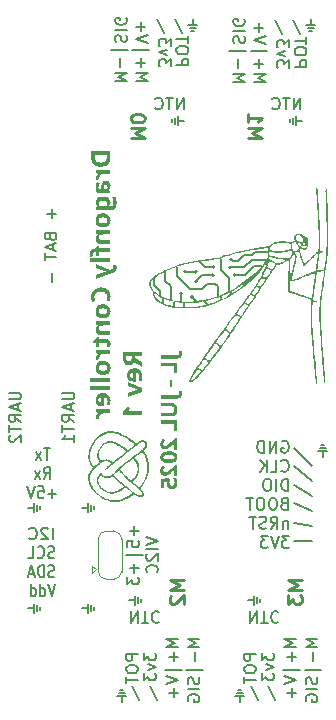
<source format=gbo>
G04 #@! TF.GenerationSoftware,KiCad,Pcbnew,9.0.2*
G04 #@! TF.CreationDate,2025-07-21T23:06:58-07:00*
G04 #@! TF.ProjectId,servo-drive,73657276-6f2d-4647-9269-76652e6b6963,rev?*
G04 #@! TF.SameCoordinates,Original*
G04 #@! TF.FileFunction,Legend,Bot*
G04 #@! TF.FilePolarity,Positive*
%FSLAX46Y46*%
G04 Gerber Fmt 4.6, Leading zero omitted, Abs format (unit mm)*
G04 Created by KiCad (PCBNEW 9.0.2) date 2025-07-21 23:06:58*
%MOMM*%
%LPD*%
G01*
G04 APERTURE LIST*
%ADD10C,0.150000*%
%ADD11C,0.200000*%
%ADD12C,0.350000*%
%ADD13C,0.250000*%
%ADD14C,0.400000*%
%ADD15C,0.000000*%
%ADD16C,0.120000*%
G04 APERTURE END LIST*
D10*
X127362000Y-119254000D02*
X127362000Y-118746000D01*
X144150000Y-99275401D02*
G75*
G02*
X143950000Y-99275401I-100000J0D01*
G01*
X143950000Y-99275401D02*
G75*
G02*
X144150000Y-99275401I100000J0D01*
G01*
X150622000Y-120523000D02*
X149098000Y-120269000D01*
X127108000Y-119381000D02*
X127108000Y-118619000D01*
X136000000Y-135300000D02*
X135400000Y-134100000D01*
X135862000Y-127054000D02*
X135862000Y-126546000D01*
X140750000Y-99000000D02*
X139850000Y-99000000D01*
X137763476Y-101011066D02*
X137763476Y-100600000D01*
X141550000Y-98600000D02*
X141077209Y-98127209D01*
X145700000Y-98525401D02*
X144950000Y-99275401D01*
X150622000Y-115443000D02*
X149098000Y-113919000D01*
X142350000Y-98600000D02*
G75*
G02*
X142150000Y-98600000I-100000J0D01*
G01*
X142150000Y-98600000D02*
G75*
G02*
X142350000Y-98600000I100000J0D01*
G01*
X150622000Y-116713000D02*
X149098000Y-115443000D01*
X144950000Y-99275401D02*
X144050000Y-99275401D01*
X141300000Y-99300000D02*
X140800000Y-99800000D01*
X142928650Y-101080851D02*
X142928650Y-101350000D01*
X127108000Y-127881000D02*
X127108000Y-127119000D01*
X146855964Y-97311905D02*
X145800000Y-97311905D01*
X142250000Y-98600000D02*
X141550000Y-98600000D01*
X139038000Y-85946000D02*
X139038000Y-86454000D01*
X140246000Y-78362000D02*
X140754000Y-78362000D01*
X138100000Y-78800000D02*
X137500000Y-77600000D01*
X140900000Y-99800000D02*
G75*
G02*
X140700000Y-99800000I-100000J0D01*
G01*
X140700000Y-99800000D02*
G75*
G02*
X140900000Y-99800000I100000J0D01*
G01*
X131100000Y-119000000D02*
X131608000Y-119000000D01*
X126600000Y-127500000D02*
X127108000Y-127500000D01*
X146900000Y-134100000D02*
X147500000Y-135300000D01*
X150373000Y-78616000D02*
X150627000Y-78616000D01*
X143550000Y-100650000D02*
X143550000Y-99500000D01*
X143750000Y-98633070D02*
G75*
G02*
X143550000Y-98633070I-100000J0D01*
G01*
X143550000Y-98633070D02*
G75*
G02*
X143750000Y-98633070I100000J0D01*
G01*
X139950000Y-99000000D02*
G75*
G02*
X139750000Y-99000000I-100000J0D01*
G01*
X139750000Y-99000000D02*
G75*
G02*
X139950000Y-99000000I100000J0D01*
G01*
X140786624Y-101492725D02*
X140443899Y-101150000D01*
X140119000Y-78108000D02*
X140881000Y-78108000D01*
X146715446Y-97983070D02*
X145500000Y-97983070D01*
X144473000Y-135416000D02*
X144473000Y-134908000D01*
X140500000Y-77600000D02*
X140500000Y-78108000D01*
X131100000Y-127500000D02*
X131608000Y-127500000D01*
X143550000Y-99500000D02*
X142900000Y-98850000D01*
X146364882Y-98525401D02*
X145700000Y-98525401D01*
X138900000Y-101571959D02*
X138900000Y-101928040D01*
X150246000Y-78362000D02*
X150754000Y-78362000D01*
X139150000Y-99350000D02*
X139150000Y-98600000D01*
X142900000Y-98850000D02*
X142900000Y-97918657D01*
X142650000Y-101100000D02*
X142650000Y-100250000D01*
X142650000Y-100250000D02*
X142400000Y-100000000D01*
X144850000Y-97611905D02*
X144300000Y-98100000D01*
X144854000Y-134908000D02*
X144092000Y-134908000D01*
X143850000Y-97950000D02*
G75*
G02*
X143650000Y-97950000I-100000J0D01*
G01*
X143650000Y-97950000D02*
G75*
G02*
X143850000Y-97950000I100000J0D01*
G01*
X140543899Y-101150000D02*
G75*
G02*
X140343899Y-101150000I-100000J0D01*
G01*
X140343899Y-101150000D02*
G75*
G02*
X140543899Y-101150000I100000J0D01*
G01*
X127616000Y-119127000D02*
X127616000Y-118873000D01*
X139850000Y-100050000D02*
X139150000Y-99350000D01*
X143900000Y-98100000D02*
X143750000Y-97950000D01*
X131862000Y-119254000D02*
X131862000Y-118746000D01*
X146000000Y-135300000D02*
X145400000Y-134100000D01*
X145800000Y-97311905D02*
X145500000Y-97611905D01*
X141250000Y-100500000D02*
X140300000Y-100500000D01*
X145500000Y-97983070D02*
X144850000Y-98633070D01*
X136900000Y-134100000D02*
X137500000Y-135300000D01*
X138180600Y-99000743D02*
X138180600Y-99750000D01*
X137972207Y-101249884D02*
X137972207Y-101638946D01*
X139500000Y-100850000D02*
X139500000Y-101500000D01*
X135608000Y-127181000D02*
X135608000Y-126419000D01*
X151754000Y-113938000D02*
X151246000Y-113938000D01*
X132116000Y-127627000D02*
X132116000Y-127373000D01*
X138784000Y-86073000D02*
X138784000Y-86327000D01*
X151881000Y-114192000D02*
X151119000Y-114192000D01*
X131608000Y-127881000D02*
X131608000Y-127119000D01*
X151500000Y-114700000D02*
X151500000Y-114192000D01*
X127362000Y-127754000D02*
X127362000Y-127246000D01*
X145500000Y-97611905D02*
X144850000Y-97611905D01*
X137263476Y-100100000D02*
X137263476Y-99446651D01*
X144600000Y-134400000D02*
X144346000Y-134400000D01*
X145962000Y-127054000D02*
X145962000Y-126546000D01*
X131862000Y-127754000D02*
X131862000Y-127246000D01*
X148100000Y-78900000D02*
X147500000Y-77700000D01*
X138180600Y-99750000D02*
X138680600Y-100250000D01*
X139000000Y-77600000D02*
X139600000Y-78800000D01*
X143750000Y-100650000D02*
X143750000Y-100916284D01*
X131608000Y-119381000D02*
X131608000Y-118619000D01*
X149000000Y-77700000D02*
X149600000Y-78900000D01*
X140373000Y-78616000D02*
X140627000Y-78616000D01*
X144298687Y-98100000D02*
X143900000Y-98100000D01*
X150500000Y-77600000D02*
X150500000Y-78108000D01*
X148784000Y-86073000D02*
X148784000Y-86327000D01*
X144850000Y-98633070D02*
X143650000Y-98633070D01*
X150622000Y-117983000D02*
X149098000Y-117094000D01*
X146216000Y-126927000D02*
X146216000Y-126673000D01*
X142400000Y-100000000D02*
X141750000Y-100000000D01*
X150119000Y-78108000D02*
X150881000Y-78108000D01*
X134500000Y-135400000D02*
X134500000Y-134892000D01*
X139600000Y-100850000D02*
G75*
G02*
X139400000Y-100850000I-100000J0D01*
G01*
X139400000Y-100850000D02*
G75*
G02*
X139600000Y-100850000I100000J0D01*
G01*
X135100000Y-126800000D02*
X135608000Y-126800000D01*
X134627000Y-134384000D02*
X134373000Y-134384000D01*
X139292000Y-85819000D02*
X139292000Y-86581000D01*
X149800000Y-86200000D02*
X149292000Y-86200000D01*
X139800000Y-101655204D02*
X139800000Y-102008100D01*
X139800000Y-86200000D02*
X139292000Y-86200000D01*
X140850000Y-99000000D02*
G75*
G02*
X140650000Y-99000000I-100000J0D01*
G01*
X140650000Y-99000000D02*
G75*
G02*
X140850000Y-99000000I100000J0D01*
G01*
X132116000Y-119127000D02*
X132116000Y-118873000D01*
X127616000Y-127627000D02*
X127616000Y-127373000D01*
X145708000Y-127181000D02*
X145708000Y-126419000D01*
X141724196Y-101767963D02*
X141420128Y-101463895D01*
X134754000Y-134638000D02*
X134246000Y-134638000D01*
X151627000Y-113684000D02*
X151373000Y-113684000D01*
X136116000Y-126927000D02*
X136116000Y-126673000D01*
X149038000Y-85946000D02*
X149038000Y-86454000D01*
X142200000Y-99300000D02*
X141300000Y-99300000D01*
X145200000Y-126800000D02*
X145708000Y-126800000D01*
X150622000Y-121793000D02*
X149098000Y-121793000D01*
X149292000Y-85819000D02*
X149292000Y-86581000D01*
X138680600Y-100250000D02*
X138680600Y-101384551D01*
X134881000Y-134892000D02*
X134119000Y-134892000D01*
X141750000Y-100000000D02*
X141250000Y-100500000D01*
X126600000Y-119000000D02*
X127108000Y-119000000D01*
X142300000Y-99300000D02*
G75*
G02*
X142100000Y-99300000I-100000J0D01*
G01*
X142100000Y-99300000D02*
G75*
G02*
X142300000Y-99300000I100000J0D01*
G01*
X140300000Y-100500000D02*
X139850000Y-100050000D01*
X150622000Y-119253000D02*
X149098000Y-118618000D01*
X137763476Y-100600000D02*
X137263476Y-100100000D01*
X144727000Y-134654000D02*
X144219000Y-134654000D01*
D11*
X145732780Y-82930326D02*
X146732780Y-82930326D01*
X146732780Y-82930326D02*
X146018495Y-82596993D01*
X146018495Y-82596993D02*
X146732780Y-82263660D01*
X146732780Y-82263660D02*
X145732780Y-82263660D01*
X146113733Y-81787469D02*
X146113733Y-81025565D01*
X145732780Y-81406517D02*
X146494685Y-81406517D01*
X145399447Y-80311279D02*
X146828019Y-80311279D01*
X146732780Y-79739850D02*
X145732780Y-79406517D01*
X145732780Y-79406517D02*
X146732780Y-79073184D01*
X146113733Y-78739850D02*
X146113733Y-77977946D01*
X145732780Y-78358898D02*
X146494685Y-78358898D01*
X135732780Y-82830326D02*
X136732780Y-82830326D01*
X136732780Y-82830326D02*
X136018495Y-82496993D01*
X136018495Y-82496993D02*
X136732780Y-82163660D01*
X136732780Y-82163660D02*
X135732780Y-82163660D01*
X136113733Y-81687469D02*
X136113733Y-80925565D01*
X135732780Y-81306517D02*
X136494685Y-81306517D01*
X135399447Y-80211279D02*
X136828019Y-80211279D01*
X136732780Y-79639850D02*
X135732780Y-79306517D01*
X135732780Y-79306517D02*
X136732780Y-78973184D01*
X136113733Y-78639850D02*
X136113733Y-77877946D01*
X135732780Y-78258898D02*
X136494685Y-78258898D01*
X136367219Y-131274435D02*
X136367219Y-131893482D01*
X136367219Y-131893482D02*
X136748171Y-131560149D01*
X136748171Y-131560149D02*
X136748171Y-131703006D01*
X136748171Y-131703006D02*
X136795790Y-131798244D01*
X136795790Y-131798244D02*
X136843409Y-131845863D01*
X136843409Y-131845863D02*
X136938647Y-131893482D01*
X136938647Y-131893482D02*
X137176742Y-131893482D01*
X137176742Y-131893482D02*
X137271980Y-131845863D01*
X137271980Y-131845863D02*
X137319600Y-131798244D01*
X137319600Y-131798244D02*
X137367219Y-131703006D01*
X137367219Y-131703006D02*
X137367219Y-131417292D01*
X137367219Y-131417292D02*
X137319600Y-131322054D01*
X137319600Y-131322054D02*
X137271980Y-131274435D01*
X136700552Y-132226816D02*
X137367219Y-132464911D01*
X137367219Y-132464911D02*
X136700552Y-132703006D01*
X136367219Y-132988721D02*
X136367219Y-133607768D01*
X136367219Y-133607768D02*
X136748171Y-133274435D01*
X136748171Y-133274435D02*
X136748171Y-133417292D01*
X136748171Y-133417292D02*
X136795790Y-133512530D01*
X136795790Y-133512530D02*
X136843409Y-133560149D01*
X136843409Y-133560149D02*
X136938647Y-133607768D01*
X136938647Y-133607768D02*
X137176742Y-133607768D01*
X137176742Y-133607768D02*
X137271980Y-133560149D01*
X137271980Y-133560149D02*
X137319600Y-133512530D01*
X137319600Y-133512530D02*
X137367219Y-133417292D01*
X137367219Y-133417292D02*
X137367219Y-133131578D01*
X137367219Y-133131578D02*
X137319600Y-133036340D01*
X137319600Y-133036340D02*
X137271980Y-132988721D01*
X135269673Y-127732780D02*
X135269673Y-128732780D01*
X135269673Y-128732780D02*
X135841101Y-127732780D01*
X135841101Y-127732780D02*
X135841101Y-128732780D01*
X136174435Y-128732780D02*
X136745863Y-128732780D01*
X136460149Y-127732780D02*
X136460149Y-128732780D01*
X137650625Y-127828019D02*
X137603006Y-127780400D01*
X137603006Y-127780400D02*
X137460149Y-127732780D01*
X137460149Y-127732780D02*
X137364911Y-127732780D01*
X137364911Y-127732780D02*
X137222054Y-127780400D01*
X137222054Y-127780400D02*
X137126816Y-127875638D01*
X137126816Y-127875638D02*
X137079197Y-127970876D01*
X137079197Y-127970876D02*
X137031578Y-128161352D01*
X137031578Y-128161352D02*
X137031578Y-128304209D01*
X137031578Y-128304209D02*
X137079197Y-128494685D01*
X137079197Y-128494685D02*
X137126816Y-128589923D01*
X137126816Y-128589923D02*
X137222054Y-128685161D01*
X137222054Y-128685161D02*
X137364911Y-128732780D01*
X137364911Y-128732780D02*
X137460149Y-128732780D01*
X137460149Y-128732780D02*
X137603006Y-128685161D01*
X137603006Y-128685161D02*
X137650625Y-128637542D01*
X141067219Y-130069673D02*
X140067219Y-130069673D01*
X140067219Y-130069673D02*
X140781504Y-130403006D01*
X140781504Y-130403006D02*
X140067219Y-130736339D01*
X140067219Y-130736339D02*
X141067219Y-130736339D01*
X140686266Y-131212530D02*
X140686266Y-131974435D01*
X141400552Y-132688720D02*
X139971980Y-132688720D01*
X141019600Y-133355387D02*
X141067219Y-133498244D01*
X141067219Y-133498244D02*
X141067219Y-133736339D01*
X141067219Y-133736339D02*
X141019600Y-133831577D01*
X141019600Y-133831577D02*
X140971980Y-133879196D01*
X140971980Y-133879196D02*
X140876742Y-133926815D01*
X140876742Y-133926815D02*
X140781504Y-133926815D01*
X140781504Y-133926815D02*
X140686266Y-133879196D01*
X140686266Y-133879196D02*
X140638647Y-133831577D01*
X140638647Y-133831577D02*
X140591028Y-133736339D01*
X140591028Y-133736339D02*
X140543409Y-133545863D01*
X140543409Y-133545863D02*
X140495790Y-133450625D01*
X140495790Y-133450625D02*
X140448171Y-133403006D01*
X140448171Y-133403006D02*
X140352933Y-133355387D01*
X140352933Y-133355387D02*
X140257695Y-133355387D01*
X140257695Y-133355387D02*
X140162457Y-133403006D01*
X140162457Y-133403006D02*
X140114838Y-133450625D01*
X140114838Y-133450625D02*
X140067219Y-133545863D01*
X140067219Y-133545863D02*
X140067219Y-133783958D01*
X140067219Y-133783958D02*
X140114838Y-133926815D01*
X141067219Y-134355387D02*
X140067219Y-134355387D01*
X140114838Y-135355386D02*
X140067219Y-135260148D01*
X140067219Y-135260148D02*
X140067219Y-135117291D01*
X140067219Y-135117291D02*
X140114838Y-134974434D01*
X140114838Y-134974434D02*
X140210076Y-134879196D01*
X140210076Y-134879196D02*
X140305314Y-134831577D01*
X140305314Y-134831577D02*
X140495790Y-134783958D01*
X140495790Y-134783958D02*
X140638647Y-134783958D01*
X140638647Y-134783958D02*
X140829123Y-134831577D01*
X140829123Y-134831577D02*
X140924361Y-134879196D01*
X140924361Y-134879196D02*
X141019600Y-134974434D01*
X141019600Y-134974434D02*
X141067219Y-135117291D01*
X141067219Y-135117291D02*
X141067219Y-135212529D01*
X141067219Y-135212529D02*
X141019600Y-135355386D01*
X141019600Y-135355386D02*
X140971980Y-135403005D01*
X140971980Y-135403005D02*
X140638647Y-135403005D01*
X140638647Y-135403005D02*
X140638647Y-135212529D01*
X149132780Y-81630326D02*
X150132780Y-81630326D01*
X150132780Y-81630326D02*
X150132780Y-81249374D01*
X150132780Y-81249374D02*
X150085161Y-81154136D01*
X150085161Y-81154136D02*
X150037542Y-81106517D01*
X150037542Y-81106517D02*
X149942304Y-81058898D01*
X149942304Y-81058898D02*
X149799447Y-81058898D01*
X149799447Y-81058898D02*
X149704209Y-81106517D01*
X149704209Y-81106517D02*
X149656590Y-81154136D01*
X149656590Y-81154136D02*
X149608971Y-81249374D01*
X149608971Y-81249374D02*
X149608971Y-81630326D01*
X150132780Y-80439850D02*
X150132780Y-80249374D01*
X150132780Y-80249374D02*
X150085161Y-80154136D01*
X150085161Y-80154136D02*
X149989923Y-80058898D01*
X149989923Y-80058898D02*
X149799447Y-80011279D01*
X149799447Y-80011279D02*
X149466114Y-80011279D01*
X149466114Y-80011279D02*
X149275638Y-80058898D01*
X149275638Y-80058898D02*
X149180400Y-80154136D01*
X149180400Y-80154136D02*
X149132780Y-80249374D01*
X149132780Y-80249374D02*
X149132780Y-80439850D01*
X149132780Y-80439850D02*
X149180400Y-80535088D01*
X149180400Y-80535088D02*
X149275638Y-80630326D01*
X149275638Y-80630326D02*
X149466114Y-80677945D01*
X149466114Y-80677945D02*
X149799447Y-80677945D01*
X149799447Y-80677945D02*
X149989923Y-80630326D01*
X149989923Y-80630326D02*
X150085161Y-80535088D01*
X150085161Y-80535088D02*
X150132780Y-80439850D01*
X150132780Y-79725564D02*
X150132780Y-79154136D01*
X149132780Y-79439850D02*
X150132780Y-79439850D01*
D12*
G36*
X139599610Y-105926699D02*
G01*
X139592685Y-105826767D01*
X139578068Y-105752224D01*
X139331101Y-105752224D01*
X139344779Y-105817962D01*
X139350677Y-105891394D01*
X139345651Y-105940663D01*
X139331016Y-105984487D01*
X139303817Y-106020898D01*
X139256558Y-106050140D01*
X139195427Y-106066968D01*
X139099779Y-106073734D01*
X137788525Y-106073734D01*
X137788525Y-106369683D01*
X139097813Y-106369683D01*
X139217367Y-106362603D01*
X139312955Y-106343241D01*
X139388889Y-106313775D01*
X139457265Y-106270648D01*
X139510195Y-106218925D01*
X139549601Y-106157936D01*
X139576829Y-106089653D01*
X139593728Y-106013070D01*
X139599610Y-105926699D01*
G37*
G36*
X139188000Y-106712221D02*
G01*
X137788525Y-106712221D01*
X137788525Y-107012102D01*
X138941033Y-107012102D01*
X138941033Y-107578526D01*
X139188000Y-107578526D01*
X139188000Y-106712221D01*
G37*
G36*
X138784254Y-108204874D02*
G01*
X138541220Y-108204874D01*
X138541220Y-108720349D01*
X138784254Y-108720349D01*
X138784254Y-108204874D01*
G37*
G36*
X139599610Y-109314641D02*
G01*
X139592685Y-109214709D01*
X139578068Y-109140166D01*
X139331101Y-109140166D01*
X139344779Y-109205904D01*
X139350677Y-109279335D01*
X139345651Y-109328605D01*
X139331016Y-109372429D01*
X139303817Y-109408840D01*
X139256558Y-109438081D01*
X139195427Y-109454909D01*
X139099779Y-109461675D01*
X137788525Y-109461675D01*
X137788525Y-109757624D01*
X139097813Y-109757624D01*
X139217367Y-109750544D01*
X139312955Y-109731182D01*
X139388889Y-109701717D01*
X139457265Y-109658590D01*
X139510195Y-109606866D01*
X139549601Y-109545878D01*
X139576829Y-109477594D01*
X139593728Y-109401011D01*
X139599610Y-109314641D01*
G37*
G36*
X138694067Y-111248739D02*
G01*
X138789123Y-111241415D01*
X138875858Y-111220051D01*
X138955737Y-111184967D01*
X139027258Y-111135973D01*
X139088437Y-111072556D01*
X139139957Y-110992882D01*
X139176018Y-110904774D01*
X139199227Y-110797942D01*
X139207576Y-110668552D01*
X139200968Y-110554695D01*
X139182372Y-110457732D01*
X139153195Y-110375161D01*
X139114206Y-110304855D01*
X139065500Y-110245145D01*
X138990152Y-110182636D01*
X138904005Y-110137730D01*
X138804958Y-110109906D01*
X138690135Y-110100162D01*
X137788525Y-110100162D01*
X137788525Y-110396111D01*
X138645084Y-110396111D01*
X138733725Y-110401645D01*
X138800949Y-110416448D01*
X138851210Y-110438465D01*
X138888118Y-110466637D01*
X138925633Y-110518080D01*
X138949765Y-110586292D01*
X138958643Y-110676417D01*
X138953022Y-110749220D01*
X138937625Y-110806663D01*
X138913905Y-110851833D01*
X138882220Y-110887052D01*
X138827226Y-110921193D01*
X138749933Y-110944114D01*
X138643118Y-110952790D01*
X137788525Y-110952790D01*
X137788525Y-111248739D01*
X138694067Y-111248739D01*
G37*
G36*
X139188000Y-111581446D02*
G01*
X137788525Y-111581446D01*
X137788525Y-111881328D01*
X138941033Y-111881328D01*
X138941033Y-112447751D01*
X139188000Y-112447751D01*
X139188000Y-111581446D01*
G37*
G36*
X139188000Y-114075642D02*
G01*
X139188000Y-113097608D01*
X138982237Y-113097608D01*
X138627474Y-113448439D01*
X138444195Y-113618981D01*
X138370717Y-113677229D01*
X138310923Y-113713015D01*
X138249122Y-113735020D01*
X138182525Y-113742422D01*
X138128266Y-113736649D01*
X138087557Y-113720946D01*
X138057118Y-113696345D01*
X138034894Y-113663446D01*
X138020926Y-113622700D01*
X138015915Y-113571965D01*
X138025102Y-113493121D01*
X138053186Y-113415100D01*
X138096532Y-113339309D01*
X138159017Y-113254388D01*
X137968898Y-113093676D01*
X137870932Y-113222074D01*
X137830632Y-113293702D01*
X137797415Y-113378854D01*
X137776620Y-113473051D01*
X137768949Y-113593507D01*
X137774935Y-113683871D01*
X137791931Y-113761970D01*
X137818957Y-113829702D01*
X137856924Y-113891701D01*
X137901885Y-113942223D01*
X137954195Y-113982549D01*
X138013021Y-114012322D01*
X138076935Y-114030329D01*
X138147220Y-114036490D01*
X138223258Y-114031214D01*
X138293526Y-114015774D01*
X138358966Y-113990414D01*
X138452238Y-113935614D01*
X138549085Y-113857057D01*
X138644516Y-113764362D01*
X138756813Y-113646422D01*
X138925390Y-113466134D01*
X138939067Y-113466134D01*
X138939067Y-114075642D01*
X139188000Y-114075642D01*
G37*
G36*
X138660431Y-114218594D02*
G01*
X138802906Y-114242574D01*
X138920279Y-114279442D01*
X139016517Y-114327566D01*
X139085053Y-114379792D01*
X139137498Y-114441365D01*
X139175459Y-114513415D01*
X139199193Y-114598010D01*
X139207576Y-114697973D01*
X139201521Y-114788426D01*
X139184480Y-114865009D01*
X139157627Y-114929964D01*
X139121407Y-114985117D01*
X139057873Y-115048037D01*
X138976667Y-115099729D01*
X138874441Y-115139930D01*
X138766222Y-115165523D01*
X138638474Y-115182060D01*
X138488305Y-115187973D01*
X138313998Y-115179133D01*
X138170466Y-115154695D01*
X138052897Y-115117211D01*
X137957101Y-115068379D01*
X137888816Y-115015471D01*
X137836595Y-114953504D01*
X137798845Y-114881380D01*
X137775287Y-114797109D01*
X137766982Y-114697973D01*
X138006084Y-114697973D01*
X138013549Y-114748279D01*
X138035064Y-114789264D01*
X138071738Y-114823293D01*
X138127644Y-114850820D01*
X138210376Y-114872692D01*
X138327505Y-114888087D01*
X138488305Y-114893990D01*
X138650460Y-114888048D01*
X138767396Y-114872619D01*
X138848966Y-114850820D01*
X138903772Y-114823400D01*
X138939852Y-114789436D01*
X138961090Y-114748420D01*
X138968474Y-114697973D01*
X138960971Y-114646649D01*
X138939490Y-114605417D01*
X138903121Y-114571750D01*
X138847940Y-114545126D01*
X138765879Y-114524327D01*
X138649133Y-114509646D01*
X138488305Y-114504007D01*
X138327445Y-114509635D01*
X138210304Y-114524306D01*
X138127644Y-114545126D01*
X138071913Y-114571804D01*
X138035248Y-114605504D01*
X138013628Y-114646721D01*
X138006084Y-114697973D01*
X137766982Y-114697973D01*
X137773001Y-114608684D01*
X137789995Y-114532575D01*
X137816868Y-114467536D01*
X137853237Y-114411855D01*
X137916862Y-114348441D01*
X137998071Y-114296732D01*
X138100203Y-114256956D01*
X138208321Y-114231956D01*
X138336675Y-114215749D01*
X138488305Y-114209939D01*
X138660431Y-114218594D01*
G37*
G36*
X139188000Y-116316033D02*
G01*
X139188000Y-115337999D01*
X138982237Y-115337999D01*
X138627474Y-115688829D01*
X138444195Y-115859372D01*
X138370717Y-115917619D01*
X138310923Y-115953406D01*
X138249122Y-115975411D01*
X138182525Y-115982812D01*
X138128266Y-115977040D01*
X138087557Y-115961336D01*
X138057118Y-115936736D01*
X138034894Y-115903837D01*
X138020926Y-115863091D01*
X138015915Y-115812355D01*
X138025102Y-115733512D01*
X138053186Y-115655490D01*
X138096532Y-115579700D01*
X138159017Y-115494779D01*
X137968898Y-115334067D01*
X137870932Y-115462465D01*
X137830632Y-115534093D01*
X137797415Y-115619245D01*
X137776620Y-115713441D01*
X137768949Y-115833898D01*
X137774935Y-115924262D01*
X137791931Y-116002361D01*
X137818957Y-116070093D01*
X137856924Y-116132092D01*
X137901885Y-116182614D01*
X137954195Y-116222940D01*
X138013021Y-116252713D01*
X138076935Y-116270720D01*
X138147220Y-116276881D01*
X138223258Y-116271604D01*
X138293526Y-116256165D01*
X138358966Y-116230804D01*
X138452238Y-116176005D01*
X138549085Y-116097448D01*
X138644516Y-116004753D01*
X138756813Y-115886813D01*
X138925390Y-115706525D01*
X138939067Y-115706525D01*
X138939067Y-116316033D01*
X139188000Y-116316033D01*
G37*
G36*
X138294254Y-116967771D02*
G01*
X138299965Y-117051601D01*
X138316472Y-117126970D01*
X138343237Y-117195161D01*
X138381084Y-117257336D01*
X138428522Y-117309595D01*
X138486339Y-117352880D01*
X138551409Y-117384090D01*
X138628301Y-117403770D01*
X138719542Y-117410754D01*
X138831600Y-117401145D01*
X138926611Y-117373895D01*
X139007747Y-117330197D01*
X139077296Y-117269618D01*
X139131213Y-117196029D01*
X139171803Y-117104637D01*
X139198067Y-116991617D01*
X139207576Y-116852195D01*
X139202554Y-116744283D01*
X139188000Y-116645407D01*
X139163293Y-116552398D01*
X139131152Y-116475804D01*
X138876321Y-116475804D01*
X138909824Y-116552784D01*
X138940093Y-116650279D01*
X138960160Y-116751128D01*
X138966508Y-116842364D01*
X138959600Y-116928498D01*
X138940970Y-116993935D01*
X138912652Y-117043254D01*
X138871891Y-117080740D01*
X138817504Y-117104256D01*
X138745016Y-117112839D01*
X138680685Y-117105143D01*
X138630574Y-117083726D01*
X138591254Y-117049065D01*
X138561181Y-116998948D01*
X138540984Y-116928858D01*
X138533355Y-116832533D01*
X138544127Y-116718838D01*
X138564728Y-116620872D01*
X138501982Y-116503245D01*
X137788525Y-116556246D01*
X137788525Y-117314754D01*
X138039423Y-117314754D01*
X138039423Y-116814923D01*
X138313830Y-116789449D01*
X138301093Y-116861000D01*
X138294254Y-116967771D01*
G37*
D13*
X139740142Y-125128571D02*
X138540142Y-125128571D01*
X138540142Y-125128571D02*
X139397285Y-125528571D01*
X139397285Y-125528571D02*
X138540142Y-125928571D01*
X138540142Y-125928571D02*
X139740142Y-125928571D01*
X138654428Y-126442857D02*
X138597285Y-126500000D01*
X138597285Y-126500000D02*
X138540142Y-126614286D01*
X138540142Y-126614286D02*
X138540142Y-126900000D01*
X138540142Y-126900000D02*
X138597285Y-127014286D01*
X138597285Y-127014286D02*
X138654428Y-127071428D01*
X138654428Y-127071428D02*
X138768714Y-127128571D01*
X138768714Y-127128571D02*
X138883000Y-127128571D01*
X138883000Y-127128571D02*
X139054428Y-127071428D01*
X139054428Y-127071428D02*
X139740142Y-126385714D01*
X139740142Y-126385714D02*
X139740142Y-127128571D01*
D11*
X143932780Y-82930326D02*
X144932780Y-82930326D01*
X144932780Y-82930326D02*
X144218495Y-82596993D01*
X144218495Y-82596993D02*
X144932780Y-82263660D01*
X144932780Y-82263660D02*
X143932780Y-82263660D01*
X144313733Y-81787469D02*
X144313733Y-81025565D01*
X143599447Y-80311279D02*
X145028019Y-80311279D01*
X143980400Y-79644612D02*
X143932780Y-79501755D01*
X143932780Y-79501755D02*
X143932780Y-79263660D01*
X143932780Y-79263660D02*
X143980400Y-79168422D01*
X143980400Y-79168422D02*
X144028019Y-79120803D01*
X144028019Y-79120803D02*
X144123257Y-79073184D01*
X144123257Y-79073184D02*
X144218495Y-79073184D01*
X144218495Y-79073184D02*
X144313733Y-79120803D01*
X144313733Y-79120803D02*
X144361352Y-79168422D01*
X144361352Y-79168422D02*
X144408971Y-79263660D01*
X144408971Y-79263660D02*
X144456590Y-79454136D01*
X144456590Y-79454136D02*
X144504209Y-79549374D01*
X144504209Y-79549374D02*
X144551828Y-79596993D01*
X144551828Y-79596993D02*
X144647066Y-79644612D01*
X144647066Y-79644612D02*
X144742304Y-79644612D01*
X144742304Y-79644612D02*
X144837542Y-79596993D01*
X144837542Y-79596993D02*
X144885161Y-79549374D01*
X144885161Y-79549374D02*
X144932780Y-79454136D01*
X144932780Y-79454136D02*
X144932780Y-79216041D01*
X144932780Y-79216041D02*
X144885161Y-79073184D01*
X143932780Y-78644612D02*
X144932780Y-78644612D01*
X144885161Y-77644613D02*
X144932780Y-77739851D01*
X144932780Y-77739851D02*
X144932780Y-77882708D01*
X144932780Y-77882708D02*
X144885161Y-78025565D01*
X144885161Y-78025565D02*
X144789923Y-78120803D01*
X144789923Y-78120803D02*
X144694685Y-78168422D01*
X144694685Y-78168422D02*
X144504209Y-78216041D01*
X144504209Y-78216041D02*
X144361352Y-78216041D01*
X144361352Y-78216041D02*
X144170876Y-78168422D01*
X144170876Y-78168422D02*
X144075638Y-78120803D01*
X144075638Y-78120803D02*
X143980400Y-78025565D01*
X143980400Y-78025565D02*
X143932780Y-77882708D01*
X143932780Y-77882708D02*
X143932780Y-77787470D01*
X143932780Y-77787470D02*
X143980400Y-77644613D01*
X143980400Y-77644613D02*
X144028019Y-77596994D01*
X144028019Y-77596994D02*
X144361352Y-77596994D01*
X144361352Y-77596994D02*
X144361352Y-77787470D01*
X128796993Y-123199712D02*
X128668422Y-123247331D01*
X128668422Y-123247331D02*
X128454136Y-123247331D01*
X128454136Y-123247331D02*
X128368422Y-123199712D01*
X128368422Y-123199712D02*
X128325564Y-123152092D01*
X128325564Y-123152092D02*
X128282707Y-123056854D01*
X128282707Y-123056854D02*
X128282707Y-122961616D01*
X128282707Y-122961616D02*
X128325564Y-122866378D01*
X128325564Y-122866378D02*
X128368422Y-122818759D01*
X128368422Y-122818759D02*
X128454136Y-122771140D01*
X128454136Y-122771140D02*
X128625564Y-122723521D01*
X128625564Y-122723521D02*
X128711279Y-122675902D01*
X128711279Y-122675902D02*
X128754136Y-122628283D01*
X128754136Y-122628283D02*
X128796993Y-122533045D01*
X128796993Y-122533045D02*
X128796993Y-122437807D01*
X128796993Y-122437807D02*
X128754136Y-122342569D01*
X128754136Y-122342569D02*
X128711279Y-122294950D01*
X128711279Y-122294950D02*
X128625564Y-122247331D01*
X128625564Y-122247331D02*
X128411279Y-122247331D01*
X128411279Y-122247331D02*
X128282707Y-122294950D01*
X127382707Y-123152092D02*
X127425564Y-123199712D01*
X127425564Y-123199712D02*
X127554136Y-123247331D01*
X127554136Y-123247331D02*
X127639850Y-123247331D01*
X127639850Y-123247331D02*
X127768421Y-123199712D01*
X127768421Y-123199712D02*
X127854136Y-123104473D01*
X127854136Y-123104473D02*
X127896993Y-123009235D01*
X127896993Y-123009235D02*
X127939850Y-122818759D01*
X127939850Y-122818759D02*
X127939850Y-122675902D01*
X127939850Y-122675902D02*
X127896993Y-122485426D01*
X127896993Y-122485426D02*
X127854136Y-122390188D01*
X127854136Y-122390188D02*
X127768421Y-122294950D01*
X127768421Y-122294950D02*
X127639850Y-122247331D01*
X127639850Y-122247331D02*
X127554136Y-122247331D01*
X127554136Y-122247331D02*
X127425564Y-122294950D01*
X127425564Y-122294950D02*
X127382707Y-122342569D01*
X126568421Y-123247331D02*
X126996993Y-123247331D01*
X126996993Y-123247331D02*
X126996993Y-122247331D01*
X128796993Y-124809656D02*
X128668422Y-124857275D01*
X128668422Y-124857275D02*
X128454136Y-124857275D01*
X128454136Y-124857275D02*
X128368422Y-124809656D01*
X128368422Y-124809656D02*
X128325564Y-124762036D01*
X128325564Y-124762036D02*
X128282707Y-124666798D01*
X128282707Y-124666798D02*
X128282707Y-124571560D01*
X128282707Y-124571560D02*
X128325564Y-124476322D01*
X128325564Y-124476322D02*
X128368422Y-124428703D01*
X128368422Y-124428703D02*
X128454136Y-124381084D01*
X128454136Y-124381084D02*
X128625564Y-124333465D01*
X128625564Y-124333465D02*
X128711279Y-124285846D01*
X128711279Y-124285846D02*
X128754136Y-124238227D01*
X128754136Y-124238227D02*
X128796993Y-124142989D01*
X128796993Y-124142989D02*
X128796993Y-124047751D01*
X128796993Y-124047751D02*
X128754136Y-123952513D01*
X128754136Y-123952513D02*
X128711279Y-123904894D01*
X128711279Y-123904894D02*
X128625564Y-123857275D01*
X128625564Y-123857275D02*
X128411279Y-123857275D01*
X128411279Y-123857275D02*
X128282707Y-123904894D01*
X127896993Y-124857275D02*
X127896993Y-123857275D01*
X127896993Y-123857275D02*
X127682707Y-123857275D01*
X127682707Y-123857275D02*
X127554136Y-123904894D01*
X127554136Y-123904894D02*
X127468421Y-124000132D01*
X127468421Y-124000132D02*
X127425564Y-124095370D01*
X127425564Y-124095370D02*
X127382707Y-124285846D01*
X127382707Y-124285846D02*
X127382707Y-124428703D01*
X127382707Y-124428703D02*
X127425564Y-124619179D01*
X127425564Y-124619179D02*
X127468421Y-124714417D01*
X127468421Y-124714417D02*
X127554136Y-124809656D01*
X127554136Y-124809656D02*
X127682707Y-124857275D01*
X127682707Y-124857275D02*
X127896993Y-124857275D01*
X127039850Y-124571560D02*
X126611279Y-124571560D01*
X127125564Y-124857275D02*
X126825564Y-123857275D01*
X126825564Y-123857275D02*
X126525564Y-124857275D01*
X128882707Y-125467219D02*
X128582707Y-126467219D01*
X128582707Y-126467219D02*
X128282707Y-125467219D01*
X127596993Y-126467219D02*
X127596993Y-125467219D01*
X127596993Y-126419600D02*
X127682707Y-126467219D01*
X127682707Y-126467219D02*
X127854135Y-126467219D01*
X127854135Y-126467219D02*
X127939850Y-126419600D01*
X127939850Y-126419600D02*
X127982707Y-126371980D01*
X127982707Y-126371980D02*
X128025564Y-126276742D01*
X128025564Y-126276742D02*
X128025564Y-125991028D01*
X128025564Y-125991028D02*
X127982707Y-125895790D01*
X127982707Y-125895790D02*
X127939850Y-125848171D01*
X127939850Y-125848171D02*
X127854135Y-125800552D01*
X127854135Y-125800552D02*
X127682707Y-125800552D01*
X127682707Y-125800552D02*
X127596993Y-125848171D01*
X126782707Y-126467219D02*
X126782707Y-125467219D01*
X126782707Y-126419600D02*
X126868421Y-126467219D01*
X126868421Y-126467219D02*
X127039849Y-126467219D01*
X127039849Y-126467219D02*
X127125564Y-126419600D01*
X127125564Y-126419600D02*
X127168421Y-126371980D01*
X127168421Y-126371980D02*
X127211278Y-126276742D01*
X127211278Y-126276742D02*
X127211278Y-125991028D01*
X127211278Y-125991028D02*
X127168421Y-125895790D01*
X127168421Y-125895790D02*
X127125564Y-125848171D01*
X127125564Y-125848171D02*
X127039849Y-125800552D01*
X127039849Y-125800552D02*
X126868421Y-125800552D01*
X126868421Y-125800552D02*
X126782707Y-125848171D01*
X128676189Y-121667219D02*
X128676189Y-120667219D01*
X128247618Y-120762457D02*
X128199999Y-120714838D01*
X128199999Y-120714838D02*
X128104761Y-120667219D01*
X128104761Y-120667219D02*
X127866666Y-120667219D01*
X127866666Y-120667219D02*
X127771428Y-120714838D01*
X127771428Y-120714838D02*
X127723809Y-120762457D01*
X127723809Y-120762457D02*
X127676190Y-120857695D01*
X127676190Y-120857695D02*
X127676190Y-120952933D01*
X127676190Y-120952933D02*
X127723809Y-121095790D01*
X127723809Y-121095790D02*
X128295237Y-121667219D01*
X128295237Y-121667219D02*
X127676190Y-121667219D01*
X126676190Y-121571980D02*
X126723809Y-121619600D01*
X126723809Y-121619600D02*
X126866666Y-121667219D01*
X126866666Y-121667219D02*
X126961904Y-121667219D01*
X126961904Y-121667219D02*
X127104761Y-121619600D01*
X127104761Y-121619600D02*
X127199999Y-121524361D01*
X127199999Y-121524361D02*
X127247618Y-121429123D01*
X127247618Y-121429123D02*
X127295237Y-121238647D01*
X127295237Y-121238647D02*
X127295237Y-121095790D01*
X127295237Y-121095790D02*
X127247618Y-120905314D01*
X127247618Y-120905314D02*
X127199999Y-120810076D01*
X127199999Y-120810076D02*
X127104761Y-120714838D01*
X127104761Y-120714838D02*
X126961904Y-120667219D01*
X126961904Y-120667219D02*
X126866666Y-120667219D01*
X126866666Y-120667219D02*
X126723809Y-120714838D01*
X126723809Y-120714838D02*
X126676190Y-120762457D01*
X139132780Y-81530326D02*
X140132780Y-81530326D01*
X140132780Y-81530326D02*
X140132780Y-81149374D01*
X140132780Y-81149374D02*
X140085161Y-81054136D01*
X140085161Y-81054136D02*
X140037542Y-81006517D01*
X140037542Y-81006517D02*
X139942304Y-80958898D01*
X139942304Y-80958898D02*
X139799447Y-80958898D01*
X139799447Y-80958898D02*
X139704209Y-81006517D01*
X139704209Y-81006517D02*
X139656590Y-81054136D01*
X139656590Y-81054136D02*
X139608971Y-81149374D01*
X139608971Y-81149374D02*
X139608971Y-81530326D01*
X140132780Y-80339850D02*
X140132780Y-80149374D01*
X140132780Y-80149374D02*
X140085161Y-80054136D01*
X140085161Y-80054136D02*
X139989923Y-79958898D01*
X139989923Y-79958898D02*
X139799447Y-79911279D01*
X139799447Y-79911279D02*
X139466114Y-79911279D01*
X139466114Y-79911279D02*
X139275638Y-79958898D01*
X139275638Y-79958898D02*
X139180400Y-80054136D01*
X139180400Y-80054136D02*
X139132780Y-80149374D01*
X139132780Y-80149374D02*
X139132780Y-80339850D01*
X139132780Y-80339850D02*
X139180400Y-80435088D01*
X139180400Y-80435088D02*
X139275638Y-80530326D01*
X139275638Y-80530326D02*
X139466114Y-80577945D01*
X139466114Y-80577945D02*
X139799447Y-80577945D01*
X139799447Y-80577945D02*
X139989923Y-80530326D01*
X139989923Y-80530326D02*
X140085161Y-80435088D01*
X140085161Y-80435088D02*
X140132780Y-80339850D01*
X140132780Y-79625564D02*
X140132780Y-79054136D01*
X139132780Y-79339850D02*
X140132780Y-79339850D01*
X145369673Y-127732780D02*
X145369673Y-128732780D01*
X145369673Y-128732780D02*
X145941101Y-127732780D01*
X145941101Y-127732780D02*
X145941101Y-128732780D01*
X146274435Y-128732780D02*
X146845863Y-128732780D01*
X146560149Y-127732780D02*
X146560149Y-128732780D01*
X147750625Y-127828019D02*
X147703006Y-127780400D01*
X147703006Y-127780400D02*
X147560149Y-127732780D01*
X147560149Y-127732780D02*
X147464911Y-127732780D01*
X147464911Y-127732780D02*
X147322054Y-127780400D01*
X147322054Y-127780400D02*
X147226816Y-127875638D01*
X147226816Y-127875638D02*
X147179197Y-127970876D01*
X147179197Y-127970876D02*
X147131578Y-128161352D01*
X147131578Y-128161352D02*
X147131578Y-128304209D01*
X147131578Y-128304209D02*
X147179197Y-128494685D01*
X147179197Y-128494685D02*
X147226816Y-128589923D01*
X147226816Y-128589923D02*
X147322054Y-128685161D01*
X147322054Y-128685161D02*
X147464911Y-128732780D01*
X147464911Y-128732780D02*
X147560149Y-128732780D01*
X147560149Y-128732780D02*
X147703006Y-128685161D01*
X147703006Y-128685161D02*
X147750625Y-128637542D01*
X133932780Y-82830326D02*
X134932780Y-82830326D01*
X134932780Y-82830326D02*
X134218495Y-82496993D01*
X134218495Y-82496993D02*
X134932780Y-82163660D01*
X134932780Y-82163660D02*
X133932780Y-82163660D01*
X134313733Y-81687469D02*
X134313733Y-80925565D01*
X133599447Y-80211279D02*
X135028019Y-80211279D01*
X133980400Y-79544612D02*
X133932780Y-79401755D01*
X133932780Y-79401755D02*
X133932780Y-79163660D01*
X133932780Y-79163660D02*
X133980400Y-79068422D01*
X133980400Y-79068422D02*
X134028019Y-79020803D01*
X134028019Y-79020803D02*
X134123257Y-78973184D01*
X134123257Y-78973184D02*
X134218495Y-78973184D01*
X134218495Y-78973184D02*
X134313733Y-79020803D01*
X134313733Y-79020803D02*
X134361352Y-79068422D01*
X134361352Y-79068422D02*
X134408971Y-79163660D01*
X134408971Y-79163660D02*
X134456590Y-79354136D01*
X134456590Y-79354136D02*
X134504209Y-79449374D01*
X134504209Y-79449374D02*
X134551828Y-79496993D01*
X134551828Y-79496993D02*
X134647066Y-79544612D01*
X134647066Y-79544612D02*
X134742304Y-79544612D01*
X134742304Y-79544612D02*
X134837542Y-79496993D01*
X134837542Y-79496993D02*
X134885161Y-79449374D01*
X134885161Y-79449374D02*
X134932780Y-79354136D01*
X134932780Y-79354136D02*
X134932780Y-79116041D01*
X134932780Y-79116041D02*
X134885161Y-78973184D01*
X133932780Y-78544612D02*
X134932780Y-78544612D01*
X134885161Y-77544613D02*
X134932780Y-77639851D01*
X134932780Y-77639851D02*
X134932780Y-77782708D01*
X134932780Y-77782708D02*
X134885161Y-77925565D01*
X134885161Y-77925565D02*
X134789923Y-78020803D01*
X134789923Y-78020803D02*
X134694685Y-78068422D01*
X134694685Y-78068422D02*
X134504209Y-78116041D01*
X134504209Y-78116041D02*
X134361352Y-78116041D01*
X134361352Y-78116041D02*
X134170876Y-78068422D01*
X134170876Y-78068422D02*
X134075638Y-78020803D01*
X134075638Y-78020803D02*
X133980400Y-77925565D01*
X133980400Y-77925565D02*
X133932780Y-77782708D01*
X133932780Y-77782708D02*
X133932780Y-77687470D01*
X133932780Y-77687470D02*
X133980400Y-77544613D01*
X133980400Y-77544613D02*
X134028019Y-77496994D01*
X134028019Y-77496994D02*
X134361352Y-77496994D01*
X134361352Y-77496994D02*
X134361352Y-77687470D01*
X149267219Y-130069673D02*
X148267219Y-130069673D01*
X148267219Y-130069673D02*
X148981504Y-130403006D01*
X148981504Y-130403006D02*
X148267219Y-130736339D01*
X148267219Y-130736339D02*
X149267219Y-130736339D01*
X148886266Y-131212530D02*
X148886266Y-131974435D01*
X149267219Y-131593482D02*
X148505314Y-131593482D01*
X149600552Y-132688720D02*
X148171980Y-132688720D01*
X148267219Y-133260149D02*
X149267219Y-133593482D01*
X149267219Y-133593482D02*
X148267219Y-133926815D01*
X148886266Y-134260149D02*
X148886266Y-135022054D01*
X149267219Y-134641101D02*
X148505314Y-134641101D01*
X145867219Y-131369673D02*
X144867219Y-131369673D01*
X144867219Y-131369673D02*
X144867219Y-131750625D01*
X144867219Y-131750625D02*
X144914838Y-131845863D01*
X144914838Y-131845863D02*
X144962457Y-131893482D01*
X144962457Y-131893482D02*
X145057695Y-131941101D01*
X145057695Y-131941101D02*
X145200552Y-131941101D01*
X145200552Y-131941101D02*
X145295790Y-131893482D01*
X145295790Y-131893482D02*
X145343409Y-131845863D01*
X145343409Y-131845863D02*
X145391028Y-131750625D01*
X145391028Y-131750625D02*
X145391028Y-131369673D01*
X144867219Y-132560149D02*
X144867219Y-132750625D01*
X144867219Y-132750625D02*
X144914838Y-132845863D01*
X144914838Y-132845863D02*
X145010076Y-132941101D01*
X145010076Y-132941101D02*
X145200552Y-132988720D01*
X145200552Y-132988720D02*
X145533885Y-132988720D01*
X145533885Y-132988720D02*
X145724361Y-132941101D01*
X145724361Y-132941101D02*
X145819600Y-132845863D01*
X145819600Y-132845863D02*
X145867219Y-132750625D01*
X145867219Y-132750625D02*
X145867219Y-132560149D01*
X145867219Y-132560149D02*
X145819600Y-132464911D01*
X145819600Y-132464911D02*
X145724361Y-132369673D01*
X145724361Y-132369673D02*
X145533885Y-132322054D01*
X145533885Y-132322054D02*
X145200552Y-132322054D01*
X145200552Y-132322054D02*
X145010076Y-132369673D01*
X145010076Y-132369673D02*
X144914838Y-132464911D01*
X144914838Y-132464911D02*
X144867219Y-132560149D01*
X144867219Y-133274435D02*
X144867219Y-133845863D01*
X145867219Y-133560149D02*
X144867219Y-133560149D01*
D13*
X145159857Y-87671428D02*
X146359857Y-87671428D01*
X146359857Y-87671428D02*
X145502714Y-87271428D01*
X145502714Y-87271428D02*
X146359857Y-86871428D01*
X146359857Y-86871428D02*
X145159857Y-86871428D01*
X145159857Y-85671428D02*
X145159857Y-86357142D01*
X145159857Y-86014285D02*
X146359857Y-86014285D01*
X146359857Y-86014285D02*
X146188428Y-86128571D01*
X146188428Y-86128571D02*
X146074142Y-86242856D01*
X146074142Y-86242856D02*
X146017000Y-86357142D01*
D11*
X128586266Y-93728571D02*
X128586266Y-94490476D01*
X128967219Y-94109523D02*
X128205314Y-94109523D01*
X128443409Y-96061904D02*
X128491028Y-96204761D01*
X128491028Y-96204761D02*
X128538647Y-96252380D01*
X128538647Y-96252380D02*
X128633885Y-96299999D01*
X128633885Y-96299999D02*
X128776742Y-96299999D01*
X128776742Y-96299999D02*
X128871980Y-96252380D01*
X128871980Y-96252380D02*
X128919600Y-96204761D01*
X128919600Y-96204761D02*
X128967219Y-96109523D01*
X128967219Y-96109523D02*
X128967219Y-95728571D01*
X128967219Y-95728571D02*
X127967219Y-95728571D01*
X127967219Y-95728571D02*
X127967219Y-96061904D01*
X127967219Y-96061904D02*
X128014838Y-96157142D01*
X128014838Y-96157142D02*
X128062457Y-96204761D01*
X128062457Y-96204761D02*
X128157695Y-96252380D01*
X128157695Y-96252380D02*
X128252933Y-96252380D01*
X128252933Y-96252380D02*
X128348171Y-96204761D01*
X128348171Y-96204761D02*
X128395790Y-96157142D01*
X128395790Y-96157142D02*
X128443409Y-96061904D01*
X128443409Y-96061904D02*
X128443409Y-95728571D01*
X128681504Y-96680952D02*
X128681504Y-97157142D01*
X128967219Y-96585714D02*
X127967219Y-96919047D01*
X127967219Y-96919047D02*
X128967219Y-97252380D01*
X127967219Y-97442857D02*
X127967219Y-98014285D01*
X128967219Y-97728571D02*
X127967219Y-97728571D01*
X128586266Y-99109524D02*
X128586266Y-99871429D01*
X149630326Y-85267219D02*
X149630326Y-84267219D01*
X149630326Y-84267219D02*
X149058898Y-85267219D01*
X149058898Y-85267219D02*
X149058898Y-84267219D01*
X148725564Y-84267219D02*
X148154136Y-84267219D01*
X148439850Y-85267219D02*
X148439850Y-84267219D01*
X147249374Y-85171980D02*
X147296993Y-85219600D01*
X147296993Y-85219600D02*
X147439850Y-85267219D01*
X147439850Y-85267219D02*
X147535088Y-85267219D01*
X147535088Y-85267219D02*
X147677945Y-85219600D01*
X147677945Y-85219600D02*
X147773183Y-85124361D01*
X147773183Y-85124361D02*
X147820802Y-85029123D01*
X147820802Y-85029123D02*
X147868421Y-84838647D01*
X147868421Y-84838647D02*
X147868421Y-84695790D01*
X147868421Y-84695790D02*
X147820802Y-84505314D01*
X147820802Y-84505314D02*
X147773183Y-84410076D01*
X147773183Y-84410076D02*
X147677945Y-84314838D01*
X147677945Y-84314838D02*
X147535088Y-84267219D01*
X147535088Y-84267219D02*
X147439850Y-84267219D01*
X147439850Y-84267219D02*
X147296993Y-84314838D01*
X147296993Y-84314838D02*
X147249374Y-84362457D01*
X135576322Y-120571429D02*
X135576322Y-121333334D01*
X135957275Y-120952381D02*
X135195370Y-120952381D01*
X134957275Y-122285714D02*
X134957275Y-121809524D01*
X134957275Y-121809524D02*
X135433465Y-121761905D01*
X135433465Y-121761905D02*
X135385846Y-121809524D01*
X135385846Y-121809524D02*
X135338227Y-121904762D01*
X135338227Y-121904762D02*
X135338227Y-122142857D01*
X135338227Y-122142857D02*
X135385846Y-122238095D01*
X135385846Y-122238095D02*
X135433465Y-122285714D01*
X135433465Y-122285714D02*
X135528703Y-122333333D01*
X135528703Y-122333333D02*
X135766798Y-122333333D01*
X135766798Y-122333333D02*
X135862036Y-122285714D01*
X135862036Y-122285714D02*
X135909656Y-122238095D01*
X135909656Y-122238095D02*
X135957275Y-122142857D01*
X135957275Y-122142857D02*
X135957275Y-121904762D01*
X135957275Y-121904762D02*
X135909656Y-121809524D01*
X135909656Y-121809524D02*
X135862036Y-121761905D01*
X136290608Y-123000000D02*
X134862036Y-123000000D01*
X135576322Y-123714286D02*
X135576322Y-124476191D01*
X135957275Y-124095238D02*
X135195370Y-124095238D01*
X134957275Y-124857143D02*
X134957275Y-125476190D01*
X134957275Y-125476190D02*
X135338227Y-125142857D01*
X135338227Y-125142857D02*
X135338227Y-125285714D01*
X135338227Y-125285714D02*
X135385846Y-125380952D01*
X135385846Y-125380952D02*
X135433465Y-125428571D01*
X135433465Y-125428571D02*
X135528703Y-125476190D01*
X135528703Y-125476190D02*
X135766798Y-125476190D01*
X135766798Y-125476190D02*
X135862036Y-125428571D01*
X135862036Y-125428571D02*
X135909656Y-125380952D01*
X135909656Y-125380952D02*
X135957275Y-125285714D01*
X135957275Y-125285714D02*
X135957275Y-125000000D01*
X135957275Y-125000000D02*
X135909656Y-124904762D01*
X135909656Y-124904762D02*
X135862036Y-124857143D01*
X136567219Y-121452381D02*
X137567219Y-121785714D01*
X137567219Y-121785714D02*
X136567219Y-122119047D01*
X137567219Y-122452381D02*
X136567219Y-122452381D01*
X136662457Y-122880952D02*
X136614838Y-122928571D01*
X136614838Y-122928571D02*
X136567219Y-123023809D01*
X136567219Y-123023809D02*
X136567219Y-123261904D01*
X136567219Y-123261904D02*
X136614838Y-123357142D01*
X136614838Y-123357142D02*
X136662457Y-123404761D01*
X136662457Y-123404761D02*
X136757695Y-123452380D01*
X136757695Y-123452380D02*
X136852933Y-123452380D01*
X136852933Y-123452380D02*
X136995790Y-123404761D01*
X136995790Y-123404761D02*
X137567219Y-122833333D01*
X137567219Y-122833333D02*
X137567219Y-123452380D01*
X137471980Y-124452380D02*
X137519600Y-124404761D01*
X137519600Y-124404761D02*
X137567219Y-124261904D01*
X137567219Y-124261904D02*
X137567219Y-124166666D01*
X137567219Y-124166666D02*
X137519600Y-124023809D01*
X137519600Y-124023809D02*
X137424361Y-123928571D01*
X137424361Y-123928571D02*
X137329123Y-123880952D01*
X137329123Y-123880952D02*
X137138647Y-123833333D01*
X137138647Y-123833333D02*
X136995790Y-123833333D01*
X136995790Y-123833333D02*
X136805314Y-123880952D01*
X136805314Y-123880952D02*
X136710076Y-123928571D01*
X136710076Y-123928571D02*
X136614838Y-124023809D01*
X136614838Y-124023809D02*
X136567219Y-124166666D01*
X136567219Y-124166666D02*
X136567219Y-124261904D01*
X136567219Y-124261904D02*
X136614838Y-124404761D01*
X136614838Y-124404761D02*
X136662457Y-124452380D01*
D14*
G36*
X133523050Y-89276930D02*
G01*
X133512080Y-89446713D01*
X133480880Y-89594188D01*
X133431214Y-89722722D01*
X133379294Y-89811860D01*
X133316517Y-89889486D01*
X133242340Y-89956633D01*
X133155708Y-90013859D01*
X133062995Y-90057115D01*
X132956953Y-90089358D01*
X132835566Y-90109749D01*
X132696532Y-90116930D01*
X132543866Y-90107267D01*
X132413125Y-90079964D01*
X132300965Y-90036834D01*
X132204609Y-89978675D01*
X132121975Y-89905220D01*
X132053271Y-89818104D01*
X131998693Y-89717935D01*
X131958215Y-89602786D01*
X131932657Y-89470198D01*
X131923650Y-89317278D01*
X131923650Y-89308290D01*
X132203650Y-89308290D01*
X132212462Y-89418735D01*
X132237025Y-89509194D01*
X132275606Y-89583435D01*
X132328018Y-89644271D01*
X132392662Y-89691045D01*
X132475006Y-89726699D01*
X132579095Y-89750044D01*
X132709916Y-89758576D01*
X132846237Y-89749375D01*
X132955550Y-89724084D01*
X133042834Y-89685224D01*
X133112088Y-89633895D01*
X133166064Y-89569680D01*
X133206024Y-89490688D01*
X133231594Y-89393749D01*
X133240802Y-89274682D01*
X133240802Y-89131361D01*
X132203650Y-89131361D01*
X132203650Y-89308290D01*
X131923650Y-89308290D01*
X131923650Y-88788639D01*
X133523050Y-88788639D01*
X133523050Y-89276930D01*
G37*
G36*
X132277606Y-91076413D02*
G01*
X132282100Y-91148025D01*
X132291089Y-91210844D01*
X132606846Y-91177237D01*
X132596881Y-91119009D01*
X132593461Y-91038311D01*
X132600596Y-90969535D01*
X132622575Y-90899386D01*
X132660742Y-90836450D01*
X132718904Y-90784103D01*
X132765934Y-90759808D01*
X132826048Y-90743980D01*
X132902575Y-90738186D01*
X133523050Y-90738186D01*
X133523050Y-90399958D01*
X132299979Y-90399958D01*
X132299979Y-90657488D01*
X132506120Y-90706825D01*
X132506120Y-90722456D01*
X132419309Y-90785554D01*
X132344822Y-90869197D01*
X132307350Y-90933849D01*
X132285116Y-91002432D01*
X132277606Y-91076413D01*
G37*
G36*
X133259745Y-91288827D02*
G01*
X133338009Y-91310224D01*
X133400952Y-91343559D01*
X133451340Y-91388555D01*
X133502945Y-91464916D01*
X133534431Y-91553433D01*
X133545422Y-91657418D01*
X133539578Y-91760213D01*
X133523922Y-91838876D01*
X133500677Y-91898241D01*
X133444875Y-91980192D01*
X133357257Y-92065108D01*
X133357257Y-92074096D01*
X133523050Y-92139065D01*
X133523050Y-92374222D01*
X132707669Y-92374222D01*
X132601881Y-92365589D01*
X132515335Y-92341520D01*
X132444359Y-92303662D01*
X132386246Y-92252100D01*
X132341061Y-92188650D01*
X132307212Y-92111126D01*
X132285443Y-92016631D01*
X132277606Y-91901563D01*
X132285157Y-91757091D01*
X132306720Y-91629379D01*
X132341717Y-91509777D01*
X132385171Y-91408779D01*
X132615834Y-91507355D01*
X132550865Y-91679791D01*
X132530557Y-91767043D01*
X132523999Y-91850077D01*
X132529363Y-91906765D01*
X132544226Y-91951856D01*
X132567669Y-91987830D01*
X132600563Y-92013947D01*
X132649682Y-92031500D01*
X132721151Y-92038241D01*
X132759253Y-92038241D01*
X132956308Y-92038241D01*
X133057132Y-92038241D01*
X133131460Y-92029471D01*
X133189947Y-92004983D01*
X133236308Y-91965359D01*
X133270854Y-91913829D01*
X133291778Y-91855160D01*
X133299030Y-91787355D01*
X133289172Y-91719020D01*
X133262100Y-91669728D01*
X133234509Y-91646426D01*
X133197122Y-91631545D01*
X133146720Y-91626057D01*
X133093034Y-91633238D01*
X133049852Y-91653649D01*
X133014634Y-91687606D01*
X132990833Y-91731927D01*
X132972541Y-91802802D01*
X132963050Y-91910551D01*
X132956308Y-92038241D01*
X132759253Y-92038241D01*
X132765897Y-91834348D01*
X132778630Y-91692940D01*
X132802290Y-91579782D01*
X132834760Y-91490142D01*
X132874634Y-91419916D01*
X132928650Y-91359610D01*
X132993052Y-91316886D01*
X133069888Y-91290437D01*
X133162449Y-91281089D01*
X133259745Y-91288827D01*
G37*
G36*
X133068522Y-92647213D02*
G01*
X133195094Y-92672670D01*
X133298255Y-92711875D01*
X133381975Y-92763447D01*
X133453916Y-92832148D01*
X133504209Y-92910002D01*
X133534798Y-92998854D01*
X133545422Y-93101675D01*
X133539437Y-93184097D01*
X133522643Y-93253111D01*
X133496183Y-93311040D01*
X133438887Y-93387100D01*
X133366246Y-93446643D01*
X133366246Y-93457781D01*
X133444696Y-93449965D01*
X133516308Y-93446643D01*
X133549916Y-93446643D01*
X133622716Y-93437878D01*
X133681344Y-93413143D01*
X133729093Y-93372687D01*
X133763576Y-93319657D01*
X133785872Y-93250302D01*
X133794061Y-93159902D01*
X133787494Y-93025362D01*
X133769442Y-92915659D01*
X133739931Y-92811470D01*
X133699979Y-92707369D01*
X133986720Y-92707369D01*
X134020971Y-92808514D01*
X134043873Y-92917906D01*
X134056229Y-93033554D01*
X134060677Y-93171040D01*
X134050573Y-93330704D01*
X134022994Y-93457273D01*
X133981031Y-93556924D01*
X133926246Y-93634710D01*
X133854380Y-93698221D01*
X133767063Y-93744767D01*
X133661074Y-93774298D01*
X133532038Y-93784871D01*
X132299979Y-93784871D01*
X132299979Y-93498130D01*
X132454536Y-93469016D01*
X132454536Y-93457781D01*
X132382098Y-93394288D01*
X132325771Y-93315534D01*
X132299837Y-93256240D01*
X132289827Y-93213636D01*
X132544124Y-93213636D01*
X132550653Y-93283311D01*
X132568563Y-93337496D01*
X132596522Y-93379603D01*
X132634885Y-93411863D01*
X132698319Y-93441218D01*
X132787256Y-93461352D01*
X132909316Y-93469016D01*
X132958555Y-93469016D01*
X133068309Y-93461345D01*
X133147246Y-93441248D01*
X133202798Y-93411863D01*
X133244554Y-93367985D01*
X133271229Y-93306256D01*
X133281151Y-93220377D01*
X133271921Y-93150694D01*
X133245834Y-93095366D01*
X133202571Y-93050846D01*
X133138330Y-93015949D01*
X133046468Y-92992082D01*
X132918207Y-92982973D01*
X132797967Y-92990750D01*
X132707517Y-93011487D01*
X132640454Y-93042275D01*
X132586425Y-93088331D01*
X132555002Y-93144325D01*
X132544124Y-93213636D01*
X132289827Y-93213636D01*
X132283429Y-93186408D01*
X132277606Y-93103922D01*
X132288274Y-93002397D01*
X132319126Y-92913876D01*
X132370115Y-92835523D01*
X132443398Y-92765597D01*
X132528299Y-92712997D01*
X132632311Y-92673133D01*
X132759283Y-92647321D01*
X132913810Y-92638004D01*
X133068522Y-92647213D01*
G37*
G36*
X133043446Y-94061838D02*
G01*
X133157720Y-94087755D01*
X133255359Y-94128765D01*
X133343592Y-94186697D01*
X133415088Y-94256221D01*
X133471563Y-94338228D01*
X133511995Y-94429655D01*
X133536835Y-94530926D01*
X133545422Y-94644020D01*
X133534114Y-94780094D01*
X133502044Y-94895744D01*
X133450693Y-94994684D01*
X133379728Y-95079651D01*
X133292640Y-95146989D01*
X133187780Y-95196765D01*
X133061549Y-95228447D01*
X132909316Y-95239777D01*
X132775123Y-95230564D01*
X132661242Y-95204596D01*
X132564347Y-95163573D01*
X132476801Y-95105778D01*
X132406060Y-95036637D01*
X132350391Y-94955283D01*
X132310604Y-94864666D01*
X132286097Y-94763801D01*
X132277606Y-94650663D01*
X132277965Y-94646267D01*
X132535234Y-94646267D01*
X132541869Y-94710512D01*
X132560385Y-94761968D01*
X132589971Y-94803434D01*
X132631563Y-94836581D01*
X132698552Y-94866837D01*
X132789000Y-94887246D01*
X132909316Y-94894906D01*
X133028023Y-94887348D01*
X133119119Y-94867022D01*
X133188241Y-94836581D01*
X133231602Y-94803226D01*
X133262161Y-94761955D01*
X133281131Y-94711244D01*
X133287892Y-94648416D01*
X133281042Y-94583204D01*
X133261927Y-94531105D01*
X133231347Y-94489219D01*
X133188241Y-94455855D01*
X133119126Y-94425467D01*
X133028030Y-94405174D01*
X132909316Y-94397627D01*
X132788992Y-94405275D01*
X132698545Y-94425652D01*
X132631563Y-94455855D01*
X132589976Y-94489002D01*
X132560390Y-94530481D01*
X132541871Y-94581968D01*
X132535234Y-94646267D01*
X132277965Y-94646267D01*
X132288827Y-94513229D01*
X132320584Y-94396806D01*
X132371295Y-94297598D01*
X132441151Y-94212784D01*
X132527168Y-94145525D01*
X132631228Y-94095752D01*
X132757022Y-94064023D01*
X132909316Y-94052659D01*
X133043446Y-94061838D01*
G37*
G36*
X132277606Y-96208737D02*
G01*
X132285027Y-96309304D01*
X132305930Y-96394143D01*
X132339010Y-96465951D01*
X132383999Y-96526839D01*
X132440551Y-96574770D01*
X132513547Y-96610977D01*
X132606894Y-96634629D01*
X132725645Y-96643294D01*
X133523050Y-96643294D01*
X133523050Y-96307313D01*
X132810740Y-96307313D01*
X132704648Y-96297222D01*
X132632608Y-96271052D01*
X132585146Y-96232253D01*
X132556620Y-96180155D01*
X132546371Y-96110161D01*
X132553869Y-96035471D01*
X132574338Y-95978511D01*
X132606326Y-95935164D01*
X132650614Y-95902945D01*
X132722418Y-95874656D01*
X132819805Y-95855393D01*
X132949567Y-95848137D01*
X133523050Y-95848137D01*
X133523050Y-95509909D01*
X132299979Y-95509909D01*
X132299979Y-95769686D01*
X132463524Y-95816776D01*
X132463524Y-95830161D01*
X132397272Y-95883363D01*
X132346253Y-95946157D01*
X132309132Y-96019786D01*
X132285844Y-96106370D01*
X132277606Y-96208737D01*
G37*
G36*
X132550865Y-97652896D02*
G01*
X132550865Y-97363908D01*
X133523050Y-97363908D01*
X133523050Y-97030174D01*
X132550865Y-97030174D01*
X132550865Y-96846504D01*
X132389567Y-96846504D01*
X132299979Y-97030174D01*
X132210391Y-97030174D01*
X132106607Y-97036992D01*
X132027313Y-97055306D01*
X131967418Y-97082736D01*
X131915524Y-97122797D01*
X131875103Y-97172363D01*
X131845297Y-97232798D01*
X131818969Y-97335425D01*
X131809442Y-97462484D01*
X131813579Y-97558564D01*
X131825171Y-97640488D01*
X131842906Y-97715963D01*
X131860928Y-97769351D01*
X132105171Y-97684257D01*
X132083873Y-97601312D01*
X132073810Y-97498339D01*
X132079072Y-97454072D01*
X132093470Y-97421002D01*
X132116406Y-97396343D01*
X132163189Y-97372425D01*
X132223873Y-97363908D01*
X132299979Y-97363908D01*
X132299979Y-97652896D01*
X132550865Y-97652896D01*
G37*
G36*
X133523050Y-98170300D02*
G01*
X133523050Y-97832073D01*
X131820677Y-97832073D01*
X131820677Y-98170300D01*
X133523050Y-98170300D01*
G37*
G36*
X132299979Y-98350747D02*
G01*
X132299979Y-98706950D01*
X132998904Y-98937613D01*
X133103050Y-98967900D01*
X133207195Y-98989100D01*
X133207195Y-98998088D01*
X133104222Y-99021633D01*
X132998904Y-99054068D01*
X132299979Y-99280335D01*
X132299979Y-99629798D01*
X133635010Y-99128025D01*
X133768186Y-99069245D01*
X133871867Y-99004421D01*
X133950865Y-98934194D01*
X133996849Y-98872712D01*
X134031016Y-98798290D01*
X134052850Y-98708294D01*
X134060677Y-98599386D01*
X134055010Y-98499735D01*
X134042701Y-98429100D01*
X133776183Y-98429100D01*
X133785073Y-98487327D01*
X133789567Y-98561284D01*
X133782331Y-98627497D01*
X133762251Y-98679421D01*
X133730167Y-98720335D01*
X133665104Y-98769957D01*
X133583524Y-98809923D01*
X133514061Y-98836790D01*
X132299979Y-98350747D01*
G37*
G36*
X132185771Y-101102387D02*
G01*
X132195249Y-101009111D01*
X132222431Y-100929123D01*
X132266916Y-100859648D01*
X132330265Y-100798939D01*
X132404433Y-100752819D01*
X132493441Y-100718204D01*
X132600124Y-100696003D01*
X132727892Y-100688053D01*
X132856082Y-100695782D01*
X132961973Y-100717247D01*
X133049232Y-100750486D01*
X133120928Y-100794445D01*
X133180790Y-100852678D01*
X133224015Y-100923684D01*
X133251212Y-101010112D01*
X133260928Y-101115869D01*
X133254703Y-101219784D01*
X133236308Y-101318590D01*
X133208513Y-101415679D01*
X133173587Y-101514571D01*
X133464822Y-101514571D01*
X133508599Y-101385272D01*
X133535907Y-101240477D01*
X133545422Y-101077767D01*
X133538291Y-100949000D01*
X133518103Y-100837635D01*
X133486250Y-100741253D01*
X133443524Y-100657767D01*
X133387483Y-100580876D01*
X133321596Y-100515003D01*
X133245127Y-100459350D01*
X133156881Y-100413622D01*
X133031253Y-100370598D01*
X132888429Y-100343574D01*
X132725645Y-100334096D01*
X132566332Y-100344623D01*
X132424561Y-100374897D01*
X132297732Y-100423685D01*
X132209071Y-100474154D01*
X132131602Y-100534333D01*
X132064314Y-100604588D01*
X132006595Y-100685708D01*
X131961885Y-100773442D01*
X131929005Y-100871760D01*
X131908451Y-100982278D01*
X131901277Y-101106881D01*
X131907647Y-101225708D01*
X131927069Y-101347704D01*
X131959897Y-101467014D01*
X132006595Y-101579539D01*
X132279853Y-101467579D01*
X132244545Y-101385021D01*
X132213810Y-101296120D01*
X132192923Y-101203330D01*
X132185771Y-101102387D01*
G37*
G36*
X133043446Y-101763499D02*
G01*
X133157720Y-101789416D01*
X133255359Y-101830426D01*
X133343592Y-101888358D01*
X133415088Y-101957882D01*
X133471563Y-102039888D01*
X133511995Y-102131315D01*
X133536835Y-102232587D01*
X133545422Y-102345680D01*
X133534114Y-102481755D01*
X133502044Y-102597405D01*
X133450693Y-102696345D01*
X133379728Y-102781312D01*
X133292640Y-102848650D01*
X133187780Y-102898426D01*
X133061549Y-102930108D01*
X132909316Y-102941438D01*
X132775123Y-102932225D01*
X132661242Y-102906257D01*
X132564347Y-102865234D01*
X132476801Y-102807438D01*
X132406060Y-102738298D01*
X132350391Y-102656943D01*
X132310604Y-102566327D01*
X132286097Y-102465462D01*
X132277606Y-102352324D01*
X132277965Y-102347927D01*
X132535234Y-102347927D01*
X132541869Y-102412173D01*
X132560385Y-102463629D01*
X132589971Y-102505095D01*
X132631563Y-102538241D01*
X132698552Y-102568498D01*
X132789000Y-102588907D01*
X132909316Y-102596567D01*
X133028023Y-102589009D01*
X133119119Y-102568683D01*
X133188241Y-102538241D01*
X133231602Y-102504887D01*
X133262161Y-102463616D01*
X133281131Y-102412905D01*
X133287892Y-102350077D01*
X133281042Y-102284865D01*
X133261927Y-102232765D01*
X133231347Y-102190880D01*
X133188241Y-102157516D01*
X133119126Y-102127127D01*
X133028030Y-102106835D01*
X132909316Y-102099288D01*
X132788992Y-102106936D01*
X132698545Y-102127313D01*
X132631563Y-102157516D01*
X132589976Y-102190663D01*
X132560390Y-102232142D01*
X132541871Y-102283629D01*
X132535234Y-102347927D01*
X132277965Y-102347927D01*
X132288827Y-102214890D01*
X132320584Y-102098467D01*
X132371295Y-101999259D01*
X132441151Y-101914445D01*
X132527168Y-101847186D01*
X132631228Y-101797413D01*
X132757022Y-101765684D01*
X132909316Y-101754320D01*
X133043446Y-101763499D01*
G37*
G36*
X132277606Y-103910398D02*
G01*
X132285027Y-104010965D01*
X132305930Y-104095804D01*
X132339010Y-104167612D01*
X132383999Y-104228500D01*
X132440551Y-104276431D01*
X132513547Y-104312638D01*
X132606894Y-104336290D01*
X132725645Y-104344955D01*
X133523050Y-104344955D01*
X133523050Y-104008974D01*
X132810740Y-104008974D01*
X132704648Y-103998883D01*
X132632608Y-103972713D01*
X132585146Y-103933914D01*
X132556620Y-103881816D01*
X132546371Y-103811821D01*
X132553869Y-103737132D01*
X132574338Y-103680172D01*
X132606326Y-103636825D01*
X132650614Y-103604606D01*
X132722418Y-103576317D01*
X132819805Y-103557054D01*
X132949567Y-103549798D01*
X133523050Y-103549798D01*
X133523050Y-103211570D01*
X132299979Y-103211570D01*
X132299979Y-103471347D01*
X132463524Y-103518437D01*
X132463524Y-103531821D01*
X132397272Y-103585024D01*
X132346253Y-103647818D01*
X132309132Y-103721447D01*
X132285844Y-103808030D01*
X132277606Y-103910398D01*
G37*
G36*
X133278904Y-105193259D02*
G01*
X133267767Y-105300726D01*
X133240802Y-105403796D01*
X133489442Y-105403796D01*
X133509558Y-105346533D01*
X133528618Y-105270537D01*
X133541063Y-105188992D01*
X133545422Y-105096930D01*
X133536118Y-104991024D01*
X133509665Y-104900851D01*
X133480291Y-104847908D01*
X133439337Y-104802629D01*
X133385297Y-104764271D01*
X133324079Y-104737931D01*
X133243893Y-104720374D01*
X133139979Y-104713859D01*
X132550865Y-104713859D01*
X132550865Y-104554808D01*
X132409791Y-104554808D01*
X132297732Y-104738479D01*
X132040202Y-104834808D01*
X132040202Y-105047690D01*
X132299979Y-105047690D01*
X132299979Y-105390314D01*
X132550865Y-105390314D01*
X132550865Y-105047690D01*
X133139979Y-105047690D01*
X133184514Y-105052660D01*
X133218412Y-105066303D01*
X133244222Y-105087941D01*
X133269782Y-105133095D01*
X133278904Y-105193259D01*
G37*
G36*
X132277606Y-106314040D02*
G01*
X132282100Y-106385652D01*
X132291089Y-106448472D01*
X132606846Y-106414864D01*
X132596881Y-106356636D01*
X132593461Y-106275939D01*
X132600596Y-106207163D01*
X132622575Y-106137013D01*
X132660742Y-106074077D01*
X132718904Y-106021731D01*
X132765934Y-105997436D01*
X132826048Y-105981608D01*
X132902575Y-105975813D01*
X133523050Y-105975813D01*
X133523050Y-105637585D01*
X132299979Y-105637585D01*
X132299979Y-105895115D01*
X132506120Y-105944452D01*
X132506120Y-105960084D01*
X132419309Y-106023181D01*
X132344822Y-106106825D01*
X132307350Y-106171477D01*
X132285116Y-106240059D01*
X132277606Y-106314040D01*
G37*
G36*
X133043446Y-106543624D02*
G01*
X133157720Y-106569541D01*
X133255359Y-106610551D01*
X133343592Y-106668484D01*
X133415088Y-106738008D01*
X133471563Y-106820014D01*
X133511995Y-106911441D01*
X133536835Y-107012713D01*
X133545422Y-107125806D01*
X133534114Y-107261881D01*
X133502044Y-107377531D01*
X133450693Y-107476471D01*
X133379728Y-107561438D01*
X133292640Y-107628775D01*
X133187780Y-107678552D01*
X133061549Y-107710234D01*
X132909316Y-107721563D01*
X132775123Y-107712350D01*
X132661242Y-107686383D01*
X132564347Y-107645359D01*
X132476801Y-107587564D01*
X132406060Y-107518424D01*
X132350391Y-107437069D01*
X132310604Y-107346452D01*
X132286097Y-107245587D01*
X132277606Y-107132449D01*
X132277965Y-107128053D01*
X132535234Y-107128053D01*
X132541869Y-107192298D01*
X132560385Y-107243755D01*
X132589971Y-107285220D01*
X132631563Y-107318367D01*
X132698552Y-107348623D01*
X132789000Y-107369033D01*
X132909316Y-107376692D01*
X133028023Y-107369134D01*
X133119119Y-107348809D01*
X133188241Y-107318367D01*
X133231602Y-107285013D01*
X133262161Y-107243741D01*
X133281131Y-107193031D01*
X133287892Y-107130202D01*
X133281042Y-107064991D01*
X133261927Y-107012891D01*
X133231347Y-106971005D01*
X133188241Y-106937641D01*
X133119126Y-106907253D01*
X133028030Y-106886960D01*
X132909316Y-106879414D01*
X132788992Y-106887062D01*
X132698545Y-106907438D01*
X132631563Y-106937641D01*
X132589976Y-106970788D01*
X132560390Y-107012267D01*
X132541871Y-107063755D01*
X132535234Y-107128053D01*
X132277965Y-107128053D01*
X132288827Y-106995016D01*
X132320584Y-106878592D01*
X132371295Y-106779384D01*
X132441151Y-106694571D01*
X132527168Y-106627311D01*
X132631228Y-106577539D01*
X132757022Y-106545810D01*
X132909316Y-106534445D01*
X133043446Y-106543624D01*
G37*
G36*
X133523050Y-108329923D02*
G01*
X133523050Y-107991696D01*
X131820677Y-107991696D01*
X131820677Y-108329923D01*
X133523050Y-108329923D01*
G37*
G36*
X133523050Y-108997390D02*
G01*
X133523050Y-108659163D01*
X131820677Y-108659163D01*
X131820677Y-108997390D01*
X133523050Y-108997390D01*
G37*
G36*
X133058986Y-109278256D02*
G01*
X133174148Y-109305803D01*
X133270014Y-109349002D01*
X133355355Y-109409882D01*
X133423879Y-109483014D01*
X133477132Y-109569602D01*
X133514355Y-109665145D01*
X133537414Y-109771674D01*
X133545422Y-109891124D01*
X133539599Y-110031092D01*
X133524124Y-110137418D01*
X133496906Y-110235767D01*
X133458081Y-110327927D01*
X133204948Y-110327927D01*
X133244650Y-110229103D01*
X133272163Y-110135269D01*
X133288701Y-110038358D01*
X133294536Y-109926881D01*
X133284676Y-109829946D01*
X133257601Y-109755106D01*
X133215010Y-109697292D01*
X133157470Y-109653534D01*
X133085910Y-109624522D01*
X132996657Y-109611124D01*
X132996657Y-110397292D01*
X132833112Y-110397292D01*
X132699100Y-110386925D01*
X132588423Y-110357952D01*
X132496815Y-110312386D01*
X132421026Y-110250551D01*
X132360063Y-110173291D01*
X132315539Y-110082444D01*
X132287529Y-109975353D01*
X132278309Y-109857516D01*
X132517257Y-109857516D01*
X132525980Y-109928673D01*
X132550095Y-109982918D01*
X132588967Y-110024382D01*
X132639356Y-110054392D01*
X132699097Y-110073651D01*
X132770391Y-110081438D01*
X132770391Y-109620014D01*
X132689245Y-109633262D01*
X132627574Y-109657981D01*
X132581151Y-109692798D01*
X132546027Y-109738834D01*
X132524711Y-109792953D01*
X132517257Y-109857516D01*
X132278309Y-109857516D01*
X132277606Y-109848528D01*
X132288421Y-109720635D01*
X132319345Y-109609948D01*
X132369310Y-109513342D01*
X132438904Y-109428528D01*
X132505242Y-109373931D01*
X132584234Y-109330048D01*
X132677944Y-109297058D01*
X132788993Y-109275937D01*
X132920454Y-109268402D01*
X133058986Y-109278256D01*
G37*
G36*
X132277606Y-111339581D02*
G01*
X132282100Y-111411193D01*
X132291089Y-111474013D01*
X132606846Y-111440405D01*
X132596881Y-111382177D01*
X132593461Y-111301479D01*
X132600596Y-111232704D01*
X132622575Y-111162554D01*
X132660742Y-111099618D01*
X132718904Y-111047271D01*
X132765934Y-111022977D01*
X132826048Y-111007149D01*
X132902575Y-111001354D01*
X133523050Y-111001354D01*
X133523050Y-110663126D01*
X132299979Y-110663126D01*
X132299979Y-110920656D01*
X132506120Y-110969993D01*
X132506120Y-110985625D01*
X132419309Y-111048722D01*
X132344822Y-111132366D01*
X132307350Y-111197017D01*
X132285116Y-111265600D01*
X132277606Y-111339581D01*
G37*
G36*
X136211050Y-106132226D02*
G01*
X135597316Y-106132226D01*
X135597316Y-106322638D01*
X136211050Y-106678744D01*
X136211050Y-107070802D01*
X135505481Y-106616022D01*
X135461352Y-106694160D01*
X135407735Y-106762546D01*
X135344183Y-106822065D01*
X135271361Y-106866962D01*
X135183741Y-106895032D01*
X135077567Y-106905010D01*
X134968408Y-106895253D01*
X134877987Y-106867823D01*
X134802580Y-106824083D01*
X134739609Y-106763443D01*
X134687912Y-106683440D01*
X134647876Y-106579982D01*
X134621385Y-106447666D01*
X134611650Y-106280042D01*
X134611650Y-106273300D01*
X134878265Y-106273300D01*
X134885476Y-106370987D01*
X134904348Y-106440757D01*
X134931999Y-106489504D01*
X134972374Y-106526526D01*
X135024850Y-106549497D01*
X135093297Y-106557795D01*
X135174964Y-106548463D01*
X135234273Y-106523292D01*
X135276967Y-106483838D01*
X135306455Y-106431621D01*
X135325799Y-106362964D01*
X135332948Y-106273300D01*
X135332948Y-106132226D01*
X134878265Y-106132226D01*
X134878265Y-106273300D01*
X134611650Y-106273300D01*
X134611650Y-105789504D01*
X136211050Y-105789504D01*
X136211050Y-106132226D01*
G37*
G36*
X135746986Y-107183629D02*
G01*
X135862148Y-107211176D01*
X135958014Y-107254375D01*
X136043355Y-107315255D01*
X136111879Y-107388387D01*
X136165132Y-107474975D01*
X136202355Y-107570518D01*
X136225414Y-107677047D01*
X136233422Y-107796497D01*
X136227599Y-107936465D01*
X136212124Y-108042791D01*
X136184906Y-108141140D01*
X136146081Y-108233300D01*
X135892948Y-108233300D01*
X135932650Y-108134476D01*
X135960163Y-108040642D01*
X135976701Y-107943731D01*
X135982536Y-107832254D01*
X135972676Y-107735319D01*
X135945601Y-107660479D01*
X135903010Y-107602665D01*
X135845470Y-107558907D01*
X135773910Y-107529895D01*
X135684657Y-107516497D01*
X135684657Y-108302665D01*
X135521112Y-108302665D01*
X135387100Y-108292298D01*
X135276423Y-108263325D01*
X135184815Y-108217759D01*
X135109026Y-108155924D01*
X135048063Y-108078664D01*
X135003539Y-107987817D01*
X134975529Y-107880726D01*
X134966309Y-107762889D01*
X135205257Y-107762889D01*
X135213980Y-107834046D01*
X135238095Y-107888291D01*
X135276967Y-107929755D01*
X135327356Y-107959765D01*
X135387097Y-107979024D01*
X135458391Y-107986811D01*
X135458391Y-107525387D01*
X135377245Y-107538635D01*
X135315574Y-107563354D01*
X135269151Y-107598171D01*
X135234027Y-107644207D01*
X135212711Y-107698326D01*
X135205257Y-107762889D01*
X134966309Y-107762889D01*
X134965606Y-107753901D01*
X134976421Y-107626008D01*
X135007345Y-107515321D01*
X135057310Y-107418715D01*
X135126904Y-107333901D01*
X135193242Y-107279304D01*
X135272234Y-107235421D01*
X135365944Y-107202431D01*
X135476993Y-107181310D01*
X135608454Y-107173775D01*
X135746986Y-107183629D01*
G37*
G36*
X136211050Y-108825541D02*
G01*
X134987979Y-108359623D01*
X134987979Y-108713580D01*
X135709277Y-108941996D01*
X135806779Y-108970035D01*
X135910924Y-108991333D01*
X135910924Y-109000223D01*
X135809026Y-109021521D01*
X135711524Y-109051807D01*
X134987979Y-109284717D01*
X134987979Y-109638674D01*
X136211050Y-109172756D01*
X136211050Y-108825541D01*
G37*
G36*
X136211050Y-111144871D02*
G01*
X136211050Y-110806643D01*
X135285955Y-110806643D01*
X135133645Y-110809965D01*
X134967853Y-110815631D01*
X135016018Y-110767467D01*
X135077567Y-110699176D01*
X135225481Y-110515408D01*
X135021587Y-110351961D01*
X134611650Y-110867118D01*
X134611650Y-111144871D01*
X136211050Y-111144871D01*
G37*
D13*
X149740142Y-125128571D02*
X148540142Y-125128571D01*
X148540142Y-125128571D02*
X149397285Y-125528571D01*
X149397285Y-125528571D02*
X148540142Y-125928571D01*
X148540142Y-125928571D02*
X149740142Y-125928571D01*
X148540142Y-126385714D02*
X148540142Y-127128571D01*
X148540142Y-127128571D02*
X148997285Y-126728571D01*
X148997285Y-126728571D02*
X148997285Y-126900000D01*
X148997285Y-126900000D02*
X149054428Y-127014286D01*
X149054428Y-127014286D02*
X149111571Y-127071428D01*
X149111571Y-127071428D02*
X149225857Y-127128571D01*
X149225857Y-127128571D02*
X149511571Y-127128571D01*
X149511571Y-127128571D02*
X149625857Y-127071428D01*
X149625857Y-127071428D02*
X149683000Y-127014286D01*
X149683000Y-127014286D02*
X149740142Y-126900000D01*
X149740142Y-126900000D02*
X149740142Y-126557143D01*
X149740142Y-126557143D02*
X149683000Y-126442857D01*
X149683000Y-126442857D02*
X149625857Y-126385714D01*
D11*
X139267219Y-130069673D02*
X138267219Y-130069673D01*
X138267219Y-130069673D02*
X138981504Y-130403006D01*
X138981504Y-130403006D02*
X138267219Y-130736339D01*
X138267219Y-130736339D02*
X139267219Y-130736339D01*
X138886266Y-131212530D02*
X138886266Y-131974435D01*
X139267219Y-131593482D02*
X138505314Y-131593482D01*
X139600552Y-132688720D02*
X138171980Y-132688720D01*
X138267219Y-133260149D02*
X139267219Y-133593482D01*
X139267219Y-133593482D02*
X138267219Y-133926815D01*
X138886266Y-134260149D02*
X138886266Y-135022054D01*
X139267219Y-134641101D02*
X138505314Y-134641101D01*
X151067219Y-130069673D02*
X150067219Y-130069673D01*
X150067219Y-130069673D02*
X150781504Y-130403006D01*
X150781504Y-130403006D02*
X150067219Y-130736339D01*
X150067219Y-130736339D02*
X151067219Y-130736339D01*
X150686266Y-131212530D02*
X150686266Y-131974435D01*
X151400552Y-132688720D02*
X149971980Y-132688720D01*
X151019600Y-133355387D02*
X151067219Y-133498244D01*
X151067219Y-133498244D02*
X151067219Y-133736339D01*
X151067219Y-133736339D02*
X151019600Y-133831577D01*
X151019600Y-133831577D02*
X150971980Y-133879196D01*
X150971980Y-133879196D02*
X150876742Y-133926815D01*
X150876742Y-133926815D02*
X150781504Y-133926815D01*
X150781504Y-133926815D02*
X150686266Y-133879196D01*
X150686266Y-133879196D02*
X150638647Y-133831577D01*
X150638647Y-133831577D02*
X150591028Y-133736339D01*
X150591028Y-133736339D02*
X150543409Y-133545863D01*
X150543409Y-133545863D02*
X150495790Y-133450625D01*
X150495790Y-133450625D02*
X150448171Y-133403006D01*
X150448171Y-133403006D02*
X150352933Y-133355387D01*
X150352933Y-133355387D02*
X150257695Y-133355387D01*
X150257695Y-133355387D02*
X150162457Y-133403006D01*
X150162457Y-133403006D02*
X150114838Y-133450625D01*
X150114838Y-133450625D02*
X150067219Y-133545863D01*
X150067219Y-133545863D02*
X150067219Y-133783958D01*
X150067219Y-133783958D02*
X150114838Y-133926815D01*
X151067219Y-134355387D02*
X150067219Y-134355387D01*
X150114838Y-135355386D02*
X150067219Y-135260148D01*
X150067219Y-135260148D02*
X150067219Y-135117291D01*
X150067219Y-135117291D02*
X150114838Y-134974434D01*
X150114838Y-134974434D02*
X150210076Y-134879196D01*
X150210076Y-134879196D02*
X150305314Y-134831577D01*
X150305314Y-134831577D02*
X150495790Y-134783958D01*
X150495790Y-134783958D02*
X150638647Y-134783958D01*
X150638647Y-134783958D02*
X150829123Y-134831577D01*
X150829123Y-134831577D02*
X150924361Y-134879196D01*
X150924361Y-134879196D02*
X151019600Y-134974434D01*
X151019600Y-134974434D02*
X151067219Y-135117291D01*
X151067219Y-135117291D02*
X151067219Y-135212529D01*
X151067219Y-135212529D02*
X151019600Y-135355386D01*
X151019600Y-135355386D02*
X150971980Y-135403005D01*
X150971980Y-135403005D02*
X150638647Y-135403005D01*
X150638647Y-135403005D02*
X150638647Y-135212529D01*
X129467219Y-109228571D02*
X130276742Y-109228571D01*
X130276742Y-109228571D02*
X130371980Y-109276190D01*
X130371980Y-109276190D02*
X130419600Y-109323809D01*
X130419600Y-109323809D02*
X130467219Y-109419047D01*
X130467219Y-109419047D02*
X130467219Y-109609523D01*
X130467219Y-109609523D02*
X130419600Y-109704761D01*
X130419600Y-109704761D02*
X130371980Y-109752380D01*
X130371980Y-109752380D02*
X130276742Y-109799999D01*
X130276742Y-109799999D02*
X129467219Y-109799999D01*
X130181504Y-110228571D02*
X130181504Y-110704761D01*
X130467219Y-110133333D02*
X129467219Y-110466666D01*
X129467219Y-110466666D02*
X130467219Y-110799999D01*
X130467219Y-111704761D02*
X129991028Y-111371428D01*
X130467219Y-111133333D02*
X129467219Y-111133333D01*
X129467219Y-111133333D02*
X129467219Y-111514285D01*
X129467219Y-111514285D02*
X129514838Y-111609523D01*
X129514838Y-111609523D02*
X129562457Y-111657142D01*
X129562457Y-111657142D02*
X129657695Y-111704761D01*
X129657695Y-111704761D02*
X129800552Y-111704761D01*
X129800552Y-111704761D02*
X129895790Y-111657142D01*
X129895790Y-111657142D02*
X129943409Y-111609523D01*
X129943409Y-111609523D02*
X129991028Y-111514285D01*
X129991028Y-111514285D02*
X129991028Y-111133333D01*
X129467219Y-111990476D02*
X129467219Y-112561904D01*
X130467219Y-112276190D02*
X129467219Y-112276190D01*
X130467219Y-113419047D02*
X130467219Y-112847619D01*
X130467219Y-113133333D02*
X129467219Y-113133333D01*
X129467219Y-113133333D02*
X129610076Y-113038095D01*
X129610076Y-113038095D02*
X129705314Y-112942857D01*
X129705314Y-112942857D02*
X129752933Y-112847619D01*
X124967219Y-109228571D02*
X125776742Y-109228571D01*
X125776742Y-109228571D02*
X125871980Y-109276190D01*
X125871980Y-109276190D02*
X125919600Y-109323809D01*
X125919600Y-109323809D02*
X125967219Y-109419047D01*
X125967219Y-109419047D02*
X125967219Y-109609523D01*
X125967219Y-109609523D02*
X125919600Y-109704761D01*
X125919600Y-109704761D02*
X125871980Y-109752380D01*
X125871980Y-109752380D02*
X125776742Y-109799999D01*
X125776742Y-109799999D02*
X124967219Y-109799999D01*
X125681504Y-110228571D02*
X125681504Y-110704761D01*
X125967219Y-110133333D02*
X124967219Y-110466666D01*
X124967219Y-110466666D02*
X125967219Y-110799999D01*
X125967219Y-111704761D02*
X125491028Y-111371428D01*
X125967219Y-111133333D02*
X124967219Y-111133333D01*
X124967219Y-111133333D02*
X124967219Y-111514285D01*
X124967219Y-111514285D02*
X125014838Y-111609523D01*
X125014838Y-111609523D02*
X125062457Y-111657142D01*
X125062457Y-111657142D02*
X125157695Y-111704761D01*
X125157695Y-111704761D02*
X125300552Y-111704761D01*
X125300552Y-111704761D02*
X125395790Y-111657142D01*
X125395790Y-111657142D02*
X125443409Y-111609523D01*
X125443409Y-111609523D02*
X125491028Y-111514285D01*
X125491028Y-111514285D02*
X125491028Y-111133333D01*
X124967219Y-111990476D02*
X124967219Y-112561904D01*
X125967219Y-112276190D02*
X124967219Y-112276190D01*
X125062457Y-112847619D02*
X125014838Y-112895238D01*
X125014838Y-112895238D02*
X124967219Y-112990476D01*
X124967219Y-112990476D02*
X124967219Y-113228571D01*
X124967219Y-113228571D02*
X125014838Y-113323809D01*
X125014838Y-113323809D02*
X125062457Y-113371428D01*
X125062457Y-113371428D02*
X125157695Y-113419047D01*
X125157695Y-113419047D02*
X125252933Y-113419047D01*
X125252933Y-113419047D02*
X125395790Y-113371428D01*
X125395790Y-113371428D02*
X125967219Y-112800000D01*
X125967219Y-112800000D02*
X125967219Y-113419047D01*
X138632780Y-81625564D02*
X138632780Y-81006517D01*
X138632780Y-81006517D02*
X138251828Y-81339850D01*
X138251828Y-81339850D02*
X138251828Y-81196993D01*
X138251828Y-81196993D02*
X138204209Y-81101755D01*
X138204209Y-81101755D02*
X138156590Y-81054136D01*
X138156590Y-81054136D02*
X138061352Y-81006517D01*
X138061352Y-81006517D02*
X137823257Y-81006517D01*
X137823257Y-81006517D02*
X137728019Y-81054136D01*
X137728019Y-81054136D02*
X137680400Y-81101755D01*
X137680400Y-81101755D02*
X137632780Y-81196993D01*
X137632780Y-81196993D02*
X137632780Y-81482707D01*
X137632780Y-81482707D02*
X137680400Y-81577945D01*
X137680400Y-81577945D02*
X137728019Y-81625564D01*
X138299447Y-80673183D02*
X137632780Y-80435088D01*
X137632780Y-80435088D02*
X138299447Y-80196993D01*
X138632780Y-79911278D02*
X138632780Y-79292231D01*
X138632780Y-79292231D02*
X138251828Y-79625564D01*
X138251828Y-79625564D02*
X138251828Y-79482707D01*
X138251828Y-79482707D02*
X138204209Y-79387469D01*
X138204209Y-79387469D02*
X138156590Y-79339850D01*
X138156590Y-79339850D02*
X138061352Y-79292231D01*
X138061352Y-79292231D02*
X137823257Y-79292231D01*
X137823257Y-79292231D02*
X137728019Y-79339850D01*
X137728019Y-79339850D02*
X137680400Y-79387469D01*
X137680400Y-79387469D02*
X137632780Y-79482707D01*
X137632780Y-79482707D02*
X137632780Y-79768421D01*
X137632780Y-79768421D02*
X137680400Y-79863659D01*
X137680400Y-79863659D02*
X137728019Y-79911278D01*
X135867219Y-131369673D02*
X134867219Y-131369673D01*
X134867219Y-131369673D02*
X134867219Y-131750625D01*
X134867219Y-131750625D02*
X134914838Y-131845863D01*
X134914838Y-131845863D02*
X134962457Y-131893482D01*
X134962457Y-131893482D02*
X135057695Y-131941101D01*
X135057695Y-131941101D02*
X135200552Y-131941101D01*
X135200552Y-131941101D02*
X135295790Y-131893482D01*
X135295790Y-131893482D02*
X135343409Y-131845863D01*
X135343409Y-131845863D02*
X135391028Y-131750625D01*
X135391028Y-131750625D02*
X135391028Y-131369673D01*
X134867219Y-132560149D02*
X134867219Y-132750625D01*
X134867219Y-132750625D02*
X134914838Y-132845863D01*
X134914838Y-132845863D02*
X135010076Y-132941101D01*
X135010076Y-132941101D02*
X135200552Y-132988720D01*
X135200552Y-132988720D02*
X135533885Y-132988720D01*
X135533885Y-132988720D02*
X135724361Y-132941101D01*
X135724361Y-132941101D02*
X135819600Y-132845863D01*
X135819600Y-132845863D02*
X135867219Y-132750625D01*
X135867219Y-132750625D02*
X135867219Y-132560149D01*
X135867219Y-132560149D02*
X135819600Y-132464911D01*
X135819600Y-132464911D02*
X135724361Y-132369673D01*
X135724361Y-132369673D02*
X135533885Y-132322054D01*
X135533885Y-132322054D02*
X135200552Y-132322054D01*
X135200552Y-132322054D02*
X135010076Y-132369673D01*
X135010076Y-132369673D02*
X134914838Y-132464911D01*
X134914838Y-132464911D02*
X134867219Y-132560149D01*
X134867219Y-133274435D02*
X134867219Y-133845863D01*
X135867219Y-133560149D02*
X134867219Y-133560149D01*
X128421427Y-113947331D02*
X127907142Y-113947331D01*
X128164284Y-114947331D02*
X128164284Y-113947331D01*
X127692856Y-114947331D02*
X127221428Y-114280664D01*
X127692856Y-114280664D02*
X127221428Y-114947331D01*
X127885713Y-116557275D02*
X128185713Y-116081084D01*
X128399999Y-116557275D02*
X128399999Y-115557275D01*
X128399999Y-115557275D02*
X128057142Y-115557275D01*
X128057142Y-115557275D02*
X127971427Y-115604894D01*
X127971427Y-115604894D02*
X127928570Y-115652513D01*
X127928570Y-115652513D02*
X127885713Y-115747751D01*
X127885713Y-115747751D02*
X127885713Y-115890608D01*
X127885713Y-115890608D02*
X127928570Y-115985846D01*
X127928570Y-115985846D02*
X127971427Y-116033465D01*
X127971427Y-116033465D02*
X128057142Y-116081084D01*
X128057142Y-116081084D02*
X128399999Y-116081084D01*
X127585713Y-116557275D02*
X127114285Y-115890608D01*
X127585713Y-115890608D02*
X127114285Y-116557275D01*
X128957143Y-117786266D02*
X128271429Y-117786266D01*
X128614286Y-118167219D02*
X128614286Y-117405314D01*
X127414285Y-117167219D02*
X127842857Y-117167219D01*
X127842857Y-117167219D02*
X127885714Y-117643409D01*
X127885714Y-117643409D02*
X127842857Y-117595790D01*
X127842857Y-117595790D02*
X127757143Y-117548171D01*
X127757143Y-117548171D02*
X127542857Y-117548171D01*
X127542857Y-117548171D02*
X127457143Y-117595790D01*
X127457143Y-117595790D02*
X127414285Y-117643409D01*
X127414285Y-117643409D02*
X127371428Y-117738647D01*
X127371428Y-117738647D02*
X127371428Y-117976742D01*
X127371428Y-117976742D02*
X127414285Y-118071980D01*
X127414285Y-118071980D02*
X127457143Y-118119600D01*
X127457143Y-118119600D02*
X127542857Y-118167219D01*
X127542857Y-118167219D02*
X127757143Y-118167219D01*
X127757143Y-118167219D02*
X127842857Y-118119600D01*
X127842857Y-118119600D02*
X127885714Y-118071980D01*
X127114285Y-117167219D02*
X126814285Y-118167219D01*
X126814285Y-118167219D02*
X126514285Y-117167219D01*
X139730326Y-85267219D02*
X139730326Y-84267219D01*
X139730326Y-84267219D02*
X139158898Y-85267219D01*
X139158898Y-85267219D02*
X139158898Y-84267219D01*
X138825564Y-84267219D02*
X138254136Y-84267219D01*
X138539850Y-85267219D02*
X138539850Y-84267219D01*
X137349374Y-85171980D02*
X137396993Y-85219600D01*
X137396993Y-85219600D02*
X137539850Y-85267219D01*
X137539850Y-85267219D02*
X137635088Y-85267219D01*
X137635088Y-85267219D02*
X137777945Y-85219600D01*
X137777945Y-85219600D02*
X137873183Y-85124361D01*
X137873183Y-85124361D02*
X137920802Y-85029123D01*
X137920802Y-85029123D02*
X137968421Y-84838647D01*
X137968421Y-84838647D02*
X137968421Y-84695790D01*
X137968421Y-84695790D02*
X137920802Y-84505314D01*
X137920802Y-84505314D02*
X137873183Y-84410076D01*
X137873183Y-84410076D02*
X137777945Y-84314838D01*
X137777945Y-84314838D02*
X137635088Y-84267219D01*
X137635088Y-84267219D02*
X137539850Y-84267219D01*
X137539850Y-84267219D02*
X137396993Y-84314838D01*
X137396993Y-84314838D02*
X137349374Y-84362457D01*
X146367219Y-131274435D02*
X146367219Y-131893482D01*
X146367219Y-131893482D02*
X146748171Y-131560149D01*
X146748171Y-131560149D02*
X146748171Y-131703006D01*
X146748171Y-131703006D02*
X146795790Y-131798244D01*
X146795790Y-131798244D02*
X146843409Y-131845863D01*
X146843409Y-131845863D02*
X146938647Y-131893482D01*
X146938647Y-131893482D02*
X147176742Y-131893482D01*
X147176742Y-131893482D02*
X147271980Y-131845863D01*
X147271980Y-131845863D02*
X147319600Y-131798244D01*
X147319600Y-131798244D02*
X147367219Y-131703006D01*
X147367219Y-131703006D02*
X147367219Y-131417292D01*
X147367219Y-131417292D02*
X147319600Y-131322054D01*
X147319600Y-131322054D02*
X147271980Y-131274435D01*
X146700552Y-132226816D02*
X147367219Y-132464911D01*
X147367219Y-132464911D02*
X146700552Y-132703006D01*
X146367219Y-132988721D02*
X146367219Y-133607768D01*
X146367219Y-133607768D02*
X146748171Y-133274435D01*
X146748171Y-133274435D02*
X146748171Y-133417292D01*
X146748171Y-133417292D02*
X146795790Y-133512530D01*
X146795790Y-133512530D02*
X146843409Y-133560149D01*
X146843409Y-133560149D02*
X146938647Y-133607768D01*
X146938647Y-133607768D02*
X147176742Y-133607768D01*
X147176742Y-133607768D02*
X147271980Y-133560149D01*
X147271980Y-133560149D02*
X147319600Y-133512530D01*
X147319600Y-133512530D02*
X147367219Y-133417292D01*
X147367219Y-133417292D02*
X147367219Y-133131578D01*
X147367219Y-133131578D02*
X147319600Y-133036340D01*
X147319600Y-133036340D02*
X147271980Y-132988721D01*
X148058517Y-113365118D02*
X148153755Y-113317499D01*
X148153755Y-113317499D02*
X148296612Y-113317499D01*
X148296612Y-113317499D02*
X148439469Y-113365118D01*
X148439469Y-113365118D02*
X148534707Y-113460356D01*
X148534707Y-113460356D02*
X148582326Y-113555594D01*
X148582326Y-113555594D02*
X148629945Y-113746070D01*
X148629945Y-113746070D02*
X148629945Y-113888927D01*
X148629945Y-113888927D02*
X148582326Y-114079403D01*
X148582326Y-114079403D02*
X148534707Y-114174641D01*
X148534707Y-114174641D02*
X148439469Y-114269880D01*
X148439469Y-114269880D02*
X148296612Y-114317499D01*
X148296612Y-114317499D02*
X148201374Y-114317499D01*
X148201374Y-114317499D02*
X148058517Y-114269880D01*
X148058517Y-114269880D02*
X148010898Y-114222260D01*
X148010898Y-114222260D02*
X148010898Y-113888927D01*
X148010898Y-113888927D02*
X148201374Y-113888927D01*
X147582326Y-114317499D02*
X147582326Y-113317499D01*
X147582326Y-113317499D02*
X147010898Y-114317499D01*
X147010898Y-114317499D02*
X147010898Y-113317499D01*
X146534707Y-114317499D02*
X146534707Y-113317499D01*
X146534707Y-113317499D02*
X146296612Y-113317499D01*
X146296612Y-113317499D02*
X146153755Y-113365118D01*
X146153755Y-113365118D02*
X146058517Y-113460356D01*
X146058517Y-113460356D02*
X146010898Y-113555594D01*
X146010898Y-113555594D02*
X145963279Y-113746070D01*
X145963279Y-113746070D02*
X145963279Y-113888927D01*
X145963279Y-113888927D02*
X146010898Y-114079403D01*
X146010898Y-114079403D02*
X146058517Y-114174641D01*
X146058517Y-114174641D02*
X146153755Y-114269880D01*
X146153755Y-114269880D02*
X146296612Y-114317499D01*
X146296612Y-114317499D02*
X146534707Y-114317499D01*
X148010898Y-115832204D02*
X148058517Y-115879824D01*
X148058517Y-115879824D02*
X148201374Y-115927443D01*
X148201374Y-115927443D02*
X148296612Y-115927443D01*
X148296612Y-115927443D02*
X148439469Y-115879824D01*
X148439469Y-115879824D02*
X148534707Y-115784585D01*
X148534707Y-115784585D02*
X148582326Y-115689347D01*
X148582326Y-115689347D02*
X148629945Y-115498871D01*
X148629945Y-115498871D02*
X148629945Y-115356014D01*
X148629945Y-115356014D02*
X148582326Y-115165538D01*
X148582326Y-115165538D02*
X148534707Y-115070300D01*
X148534707Y-115070300D02*
X148439469Y-114975062D01*
X148439469Y-114975062D02*
X148296612Y-114927443D01*
X148296612Y-114927443D02*
X148201374Y-114927443D01*
X148201374Y-114927443D02*
X148058517Y-114975062D01*
X148058517Y-114975062D02*
X148010898Y-115022681D01*
X147106136Y-115927443D02*
X147582326Y-115927443D01*
X147582326Y-115927443D02*
X147582326Y-114927443D01*
X146772802Y-115927443D02*
X146772802Y-114927443D01*
X146201374Y-115927443D02*
X146629945Y-115356014D01*
X146201374Y-114927443D02*
X146772802Y-115498871D01*
X148582326Y-117537387D02*
X148582326Y-116537387D01*
X148582326Y-116537387D02*
X148344231Y-116537387D01*
X148344231Y-116537387D02*
X148201374Y-116585006D01*
X148201374Y-116585006D02*
X148106136Y-116680244D01*
X148106136Y-116680244D02*
X148058517Y-116775482D01*
X148058517Y-116775482D02*
X148010898Y-116965958D01*
X148010898Y-116965958D02*
X148010898Y-117108815D01*
X148010898Y-117108815D02*
X148058517Y-117299291D01*
X148058517Y-117299291D02*
X148106136Y-117394529D01*
X148106136Y-117394529D02*
X148201374Y-117489768D01*
X148201374Y-117489768D02*
X148344231Y-117537387D01*
X148344231Y-117537387D02*
X148582326Y-117537387D01*
X147582326Y-117537387D02*
X147582326Y-116537387D01*
X146915660Y-116537387D02*
X146725184Y-116537387D01*
X146725184Y-116537387D02*
X146629946Y-116585006D01*
X146629946Y-116585006D02*
X146534708Y-116680244D01*
X146534708Y-116680244D02*
X146487089Y-116870720D01*
X146487089Y-116870720D02*
X146487089Y-117204053D01*
X146487089Y-117204053D02*
X146534708Y-117394529D01*
X146534708Y-117394529D02*
X146629946Y-117489768D01*
X146629946Y-117489768D02*
X146725184Y-117537387D01*
X146725184Y-117537387D02*
X146915660Y-117537387D01*
X146915660Y-117537387D02*
X147010898Y-117489768D01*
X147010898Y-117489768D02*
X147106136Y-117394529D01*
X147106136Y-117394529D02*
X147153755Y-117204053D01*
X147153755Y-117204053D02*
X147153755Y-116870720D01*
X147153755Y-116870720D02*
X147106136Y-116680244D01*
X147106136Y-116680244D02*
X147010898Y-116585006D01*
X147010898Y-116585006D02*
X146915660Y-116537387D01*
X148248993Y-118623521D02*
X148106136Y-118671140D01*
X148106136Y-118671140D02*
X148058517Y-118718759D01*
X148058517Y-118718759D02*
X148010898Y-118813997D01*
X148010898Y-118813997D02*
X148010898Y-118956854D01*
X148010898Y-118956854D02*
X148058517Y-119052092D01*
X148058517Y-119052092D02*
X148106136Y-119099712D01*
X148106136Y-119099712D02*
X148201374Y-119147331D01*
X148201374Y-119147331D02*
X148582326Y-119147331D01*
X148582326Y-119147331D02*
X148582326Y-118147331D01*
X148582326Y-118147331D02*
X148248993Y-118147331D01*
X148248993Y-118147331D02*
X148153755Y-118194950D01*
X148153755Y-118194950D02*
X148106136Y-118242569D01*
X148106136Y-118242569D02*
X148058517Y-118337807D01*
X148058517Y-118337807D02*
X148058517Y-118433045D01*
X148058517Y-118433045D02*
X148106136Y-118528283D01*
X148106136Y-118528283D02*
X148153755Y-118575902D01*
X148153755Y-118575902D02*
X148248993Y-118623521D01*
X148248993Y-118623521D02*
X148582326Y-118623521D01*
X147391850Y-118147331D02*
X147201374Y-118147331D01*
X147201374Y-118147331D02*
X147106136Y-118194950D01*
X147106136Y-118194950D02*
X147010898Y-118290188D01*
X147010898Y-118290188D02*
X146963279Y-118480664D01*
X146963279Y-118480664D02*
X146963279Y-118813997D01*
X146963279Y-118813997D02*
X147010898Y-119004473D01*
X147010898Y-119004473D02*
X147106136Y-119099712D01*
X147106136Y-119099712D02*
X147201374Y-119147331D01*
X147201374Y-119147331D02*
X147391850Y-119147331D01*
X147391850Y-119147331D02*
X147487088Y-119099712D01*
X147487088Y-119099712D02*
X147582326Y-119004473D01*
X147582326Y-119004473D02*
X147629945Y-118813997D01*
X147629945Y-118813997D02*
X147629945Y-118480664D01*
X147629945Y-118480664D02*
X147582326Y-118290188D01*
X147582326Y-118290188D02*
X147487088Y-118194950D01*
X147487088Y-118194950D02*
X147391850Y-118147331D01*
X146344231Y-118147331D02*
X146153755Y-118147331D01*
X146153755Y-118147331D02*
X146058517Y-118194950D01*
X146058517Y-118194950D02*
X145963279Y-118290188D01*
X145963279Y-118290188D02*
X145915660Y-118480664D01*
X145915660Y-118480664D02*
X145915660Y-118813997D01*
X145915660Y-118813997D02*
X145963279Y-119004473D01*
X145963279Y-119004473D02*
X146058517Y-119099712D01*
X146058517Y-119099712D02*
X146153755Y-119147331D01*
X146153755Y-119147331D02*
X146344231Y-119147331D01*
X146344231Y-119147331D02*
X146439469Y-119099712D01*
X146439469Y-119099712D02*
X146534707Y-119004473D01*
X146534707Y-119004473D02*
X146582326Y-118813997D01*
X146582326Y-118813997D02*
X146582326Y-118480664D01*
X146582326Y-118480664D02*
X146534707Y-118290188D01*
X146534707Y-118290188D02*
X146439469Y-118194950D01*
X146439469Y-118194950D02*
X146344231Y-118147331D01*
X145629945Y-118147331D02*
X145058517Y-118147331D01*
X145344231Y-119147331D02*
X145344231Y-118147331D01*
X148582326Y-120090608D02*
X148582326Y-120757275D01*
X148582326Y-120185846D02*
X148534707Y-120138227D01*
X148534707Y-120138227D02*
X148439469Y-120090608D01*
X148439469Y-120090608D02*
X148296612Y-120090608D01*
X148296612Y-120090608D02*
X148201374Y-120138227D01*
X148201374Y-120138227D02*
X148153755Y-120233465D01*
X148153755Y-120233465D02*
X148153755Y-120757275D01*
X147106136Y-120757275D02*
X147439469Y-120281084D01*
X147677564Y-120757275D02*
X147677564Y-119757275D01*
X147677564Y-119757275D02*
X147296612Y-119757275D01*
X147296612Y-119757275D02*
X147201374Y-119804894D01*
X147201374Y-119804894D02*
X147153755Y-119852513D01*
X147153755Y-119852513D02*
X147106136Y-119947751D01*
X147106136Y-119947751D02*
X147106136Y-120090608D01*
X147106136Y-120090608D02*
X147153755Y-120185846D01*
X147153755Y-120185846D02*
X147201374Y-120233465D01*
X147201374Y-120233465D02*
X147296612Y-120281084D01*
X147296612Y-120281084D02*
X147677564Y-120281084D01*
X146725183Y-120709656D02*
X146582326Y-120757275D01*
X146582326Y-120757275D02*
X146344231Y-120757275D01*
X146344231Y-120757275D02*
X146248993Y-120709656D01*
X146248993Y-120709656D02*
X146201374Y-120662036D01*
X146201374Y-120662036D02*
X146153755Y-120566798D01*
X146153755Y-120566798D02*
X146153755Y-120471560D01*
X146153755Y-120471560D02*
X146201374Y-120376322D01*
X146201374Y-120376322D02*
X146248993Y-120328703D01*
X146248993Y-120328703D02*
X146344231Y-120281084D01*
X146344231Y-120281084D02*
X146534707Y-120233465D01*
X146534707Y-120233465D02*
X146629945Y-120185846D01*
X146629945Y-120185846D02*
X146677564Y-120138227D01*
X146677564Y-120138227D02*
X146725183Y-120042989D01*
X146725183Y-120042989D02*
X146725183Y-119947751D01*
X146725183Y-119947751D02*
X146677564Y-119852513D01*
X146677564Y-119852513D02*
X146629945Y-119804894D01*
X146629945Y-119804894D02*
X146534707Y-119757275D01*
X146534707Y-119757275D02*
X146296612Y-119757275D01*
X146296612Y-119757275D02*
X146153755Y-119804894D01*
X145868040Y-119757275D02*
X145296612Y-119757275D01*
X145582326Y-120757275D02*
X145582326Y-119757275D01*
X148677564Y-121367219D02*
X148058517Y-121367219D01*
X148058517Y-121367219D02*
X148391850Y-121748171D01*
X148391850Y-121748171D02*
X148248993Y-121748171D01*
X148248993Y-121748171D02*
X148153755Y-121795790D01*
X148153755Y-121795790D02*
X148106136Y-121843409D01*
X148106136Y-121843409D02*
X148058517Y-121938647D01*
X148058517Y-121938647D02*
X148058517Y-122176742D01*
X148058517Y-122176742D02*
X148106136Y-122271980D01*
X148106136Y-122271980D02*
X148153755Y-122319600D01*
X148153755Y-122319600D02*
X148248993Y-122367219D01*
X148248993Y-122367219D02*
X148534707Y-122367219D01*
X148534707Y-122367219D02*
X148629945Y-122319600D01*
X148629945Y-122319600D02*
X148677564Y-122271980D01*
X147772802Y-121367219D02*
X147439469Y-122367219D01*
X147439469Y-122367219D02*
X147106136Y-121367219D01*
X146868040Y-121367219D02*
X146248993Y-121367219D01*
X146248993Y-121367219D02*
X146582326Y-121748171D01*
X146582326Y-121748171D02*
X146439469Y-121748171D01*
X146439469Y-121748171D02*
X146344231Y-121795790D01*
X146344231Y-121795790D02*
X146296612Y-121843409D01*
X146296612Y-121843409D02*
X146248993Y-121938647D01*
X146248993Y-121938647D02*
X146248993Y-122176742D01*
X146248993Y-122176742D02*
X146296612Y-122271980D01*
X146296612Y-122271980D02*
X146344231Y-122319600D01*
X146344231Y-122319600D02*
X146439469Y-122367219D01*
X146439469Y-122367219D02*
X146725183Y-122367219D01*
X146725183Y-122367219D02*
X146820421Y-122319600D01*
X146820421Y-122319600D02*
X146868040Y-122271980D01*
X148632780Y-81725564D02*
X148632780Y-81106517D01*
X148632780Y-81106517D02*
X148251828Y-81439850D01*
X148251828Y-81439850D02*
X148251828Y-81296993D01*
X148251828Y-81296993D02*
X148204209Y-81201755D01*
X148204209Y-81201755D02*
X148156590Y-81154136D01*
X148156590Y-81154136D02*
X148061352Y-81106517D01*
X148061352Y-81106517D02*
X147823257Y-81106517D01*
X147823257Y-81106517D02*
X147728019Y-81154136D01*
X147728019Y-81154136D02*
X147680400Y-81201755D01*
X147680400Y-81201755D02*
X147632780Y-81296993D01*
X147632780Y-81296993D02*
X147632780Y-81582707D01*
X147632780Y-81582707D02*
X147680400Y-81677945D01*
X147680400Y-81677945D02*
X147728019Y-81725564D01*
X148299447Y-80773183D02*
X147632780Y-80535088D01*
X147632780Y-80535088D02*
X148299447Y-80296993D01*
X148632780Y-80011278D02*
X148632780Y-79392231D01*
X148632780Y-79392231D02*
X148251828Y-79725564D01*
X148251828Y-79725564D02*
X148251828Y-79582707D01*
X148251828Y-79582707D02*
X148204209Y-79487469D01*
X148204209Y-79487469D02*
X148156590Y-79439850D01*
X148156590Y-79439850D02*
X148061352Y-79392231D01*
X148061352Y-79392231D02*
X147823257Y-79392231D01*
X147823257Y-79392231D02*
X147728019Y-79439850D01*
X147728019Y-79439850D02*
X147680400Y-79487469D01*
X147680400Y-79487469D02*
X147632780Y-79582707D01*
X147632780Y-79582707D02*
X147632780Y-79868421D01*
X147632780Y-79868421D02*
X147680400Y-79963659D01*
X147680400Y-79963659D02*
X147728019Y-80011278D01*
D13*
X135259857Y-87671428D02*
X136459857Y-87671428D01*
X136459857Y-87671428D02*
X135602714Y-87271428D01*
X135602714Y-87271428D02*
X136459857Y-86871428D01*
X136459857Y-86871428D02*
X135259857Y-86871428D01*
X136459857Y-86071428D02*
X136459857Y-85957142D01*
X136459857Y-85957142D02*
X136402714Y-85842856D01*
X136402714Y-85842856D02*
X136345571Y-85785714D01*
X136345571Y-85785714D02*
X136231285Y-85728571D01*
X136231285Y-85728571D02*
X136002714Y-85671428D01*
X136002714Y-85671428D02*
X135717000Y-85671428D01*
X135717000Y-85671428D02*
X135488428Y-85728571D01*
X135488428Y-85728571D02*
X135374142Y-85785714D01*
X135374142Y-85785714D02*
X135317000Y-85842856D01*
X135317000Y-85842856D02*
X135259857Y-85957142D01*
X135259857Y-85957142D02*
X135259857Y-86071428D01*
X135259857Y-86071428D02*
X135317000Y-86185714D01*
X135317000Y-86185714D02*
X135374142Y-86242856D01*
X135374142Y-86242856D02*
X135488428Y-86299999D01*
X135488428Y-86299999D02*
X135717000Y-86357142D01*
X135717000Y-86357142D02*
X136002714Y-86357142D01*
X136002714Y-86357142D02*
X136231285Y-86299999D01*
X136231285Y-86299999D02*
X136345571Y-86242856D01*
X136345571Y-86242856D02*
X136402714Y-86185714D01*
X136402714Y-86185714D02*
X136459857Y-86071428D01*
D15*
G36*
X133778932Y-112505402D02*
G01*
X133866904Y-112515688D01*
X133954746Y-112532808D01*
X134049036Y-112557745D01*
X134156349Y-112591482D01*
X134390086Y-112678129D01*
X134632721Y-112787299D01*
X134877328Y-112916824D01*
X135124421Y-113066999D01*
X135374519Y-113238119D01*
X135628133Y-113430474D01*
X135647438Y-113445449D01*
X135684827Y-113472473D01*
X135715946Y-113492467D01*
X135735522Y-113501926D01*
X135750686Y-113503650D01*
X135775342Y-113498548D01*
X135806439Y-113483104D01*
X135847072Y-113455683D01*
X135900333Y-113414646D01*
X135906259Y-113409942D01*
X135996757Y-113345758D01*
X136083311Y-113299773D01*
X136169750Y-113269932D01*
X136198718Y-113265152D01*
X136243160Y-113257824D01*
X136329712Y-113260842D01*
X136410340Y-113281677D01*
X136483050Y-113318287D01*
X136545851Y-113368625D01*
X136596752Y-113430642D01*
X136633760Y-113502296D01*
X136654887Y-113581539D01*
X136658139Y-113666326D01*
X136641523Y-113754608D01*
X136627961Y-113794450D01*
X136602685Y-113850063D01*
X136568929Y-113904307D01*
X136523601Y-113961924D01*
X136463620Y-114027649D01*
X136434821Y-114057976D01*
X136404797Y-114092486D01*
X136386137Y-114121972D01*
X136378834Y-114150401D01*
X136382880Y-114181728D01*
X136398268Y-114219923D01*
X136424992Y-114268949D01*
X136463041Y-114332765D01*
X136534176Y-114454981D01*
X136598590Y-114577011D01*
X136651367Y-114692581D01*
X136694330Y-114806567D01*
X136729302Y-114923852D01*
X136758111Y-115049318D01*
X136782574Y-115187840D01*
X136785918Y-115210055D01*
X136791967Y-115257312D01*
X136796256Y-115305155D01*
X136798966Y-115357850D01*
X136800276Y-115419652D01*
X136800362Y-115494823D01*
X136799410Y-115587624D01*
X136797605Y-115676197D01*
X136793284Y-115778714D01*
X136785968Y-115871250D01*
X136774835Y-115958104D01*
X136759065Y-116043570D01*
X136737839Y-116131940D01*
X136710335Y-116227512D01*
X136675731Y-116334581D01*
X136633208Y-116457442D01*
X136581883Y-116587795D01*
X136507505Y-116744939D01*
X136421589Y-116899649D01*
X136327779Y-117045434D01*
X136229719Y-117175808D01*
X136200354Y-117211645D01*
X136163107Y-117259018D01*
X136139008Y-117295791D01*
X136127667Y-117325962D01*
X136128703Y-117353530D01*
X136141727Y-117382491D01*
X136166352Y-117416843D01*
X136202192Y-117460585D01*
X136256749Y-117531306D01*
X136304897Y-117608964D01*
X136336567Y-117682870D01*
X136353444Y-117756318D01*
X136356985Y-117807490D01*
X136347303Y-117883960D01*
X136318695Y-117949997D01*
X136271600Y-118004741D01*
X136206454Y-118047326D01*
X136190746Y-118054816D01*
X136161955Y-118066248D01*
X136134094Y-118072109D01*
X136099581Y-118073597D01*
X136050834Y-118071911D01*
X136016949Y-118069191D01*
X135940863Y-118054754D01*
X135862973Y-118027616D01*
X135779389Y-117986255D01*
X135686219Y-117929147D01*
X135659835Y-117912174D01*
X135618952Y-117887535D01*
X135585258Y-117869204D01*
X135564177Y-117860242D01*
X135562064Y-117859730D01*
X135549330Y-117857846D01*
X135535382Y-117859092D01*
X135517780Y-117864739D01*
X135494080Y-117876061D01*
X135461846Y-117894331D01*
X135418635Y-117920824D01*
X135362007Y-117956813D01*
X135289520Y-118003573D01*
X135085847Y-118127006D01*
X134865762Y-118242014D01*
X134645981Y-118338100D01*
X134428251Y-118414509D01*
X134214316Y-118470482D01*
X134185653Y-118475972D01*
X134100502Y-118486885D01*
X134002682Y-118493417D01*
X133898517Y-118495521D01*
X133794325Y-118493152D01*
X133696431Y-118486264D01*
X133611155Y-118474812D01*
X133571343Y-118467152D01*
X133410649Y-118426357D01*
X133245015Y-118369785D01*
X133079778Y-118299648D01*
X132920276Y-118218153D01*
X132771847Y-118127508D01*
X132757931Y-118118110D01*
X132622219Y-118018902D01*
X132483108Y-117904613D01*
X132345391Y-117779770D01*
X132213859Y-117648903D01*
X132093303Y-117516539D01*
X131988515Y-117387208D01*
X131973451Y-117366205D01*
X131932490Y-117300796D01*
X131888694Y-117220980D01*
X131844151Y-117131455D01*
X131800955Y-117036910D01*
X131761196Y-116942044D01*
X131726966Y-116851548D01*
X131700356Y-116770118D01*
X131683458Y-116702448D01*
X131680555Y-116686879D01*
X131660323Y-116524317D01*
X131660311Y-116494102D01*
X131794260Y-116494102D01*
X131795208Y-116551432D01*
X131798243Y-116597861D01*
X131804238Y-116640677D01*
X131814065Y-116687160D01*
X131828598Y-116744599D01*
X131834661Y-116767571D01*
X131854236Y-116839538D01*
X131871331Y-116897155D01*
X131887922Y-116945900D01*
X131905980Y-116991247D01*
X131927480Y-117038674D01*
X131954395Y-117093661D01*
X131957953Y-117100738D01*
X132024129Y-117221271D01*
X132100550Y-117343089D01*
X132180286Y-117455109D01*
X132184242Y-117460226D01*
X132224983Y-117509025D01*
X132278019Y-117567595D01*
X132339555Y-117632169D01*
X132405791Y-117698980D01*
X132472933Y-117764259D01*
X132537182Y-117824232D01*
X132594742Y-117875136D01*
X132641815Y-117913199D01*
X132742296Y-117985054D01*
X132936925Y-118105505D01*
X133136017Y-118204623D01*
X133339426Y-118282341D01*
X133547020Y-118338596D01*
X133609330Y-118349262D01*
X133694323Y-118358093D01*
X133787874Y-118363195D01*
X133883964Y-118364501D01*
X133976579Y-118361946D01*
X134059701Y-118355463D01*
X134127313Y-118344986D01*
X134284258Y-118306286D01*
X134487039Y-118241395D01*
X134690390Y-118159046D01*
X134898133Y-118057813D01*
X134921965Y-118045067D01*
X134982982Y-118010944D01*
X135047977Y-117972862D01*
X135114076Y-117932674D01*
X135178404Y-117892236D01*
X135238088Y-117853404D01*
X135290256Y-117818032D01*
X135332031Y-117787980D01*
X135360543Y-117765097D01*
X135372919Y-117751242D01*
X135374470Y-117726557D01*
X135359804Y-117692138D01*
X135329140Y-117656352D01*
X135322190Y-117650226D01*
X135297104Y-117629144D01*
X135259250Y-117598006D01*
X135211520Y-117559179D01*
X135156822Y-117515027D01*
X135098050Y-117467915D01*
X135072357Y-117447437D01*
X135005183Y-117394747D01*
X134951512Y-117354683D01*
X134908929Y-117326091D01*
X134875026Y-117307818D01*
X134847389Y-117298709D01*
X134823606Y-117297614D01*
X134801269Y-117303377D01*
X134777962Y-117314846D01*
X134755035Y-117328455D01*
X134717913Y-117351286D01*
X134672594Y-117379657D01*
X134624308Y-117410317D01*
X134622780Y-117411292D01*
X134561752Y-117448112D01*
X134487393Y-117489715D01*
X134404295Y-117533813D01*
X134317054Y-117578123D01*
X134230257Y-117620358D01*
X134148502Y-117658234D01*
X134076380Y-117689465D01*
X134018480Y-117711768D01*
X133992919Y-117720419D01*
X133848965Y-117760564D01*
X133714485Y-117782501D01*
X133587500Y-117786445D01*
X133466032Y-117772614D01*
X133325808Y-117736935D01*
X133175891Y-117678692D01*
X133031657Y-117602129D01*
X132895511Y-117509101D01*
X132769850Y-117401467D01*
X132657078Y-117281081D01*
X132559591Y-117149806D01*
X132479789Y-117009493D01*
X132451674Y-116949991D01*
X132423989Y-116884198D01*
X132405117Y-116826293D01*
X132393516Y-116770198D01*
X132387649Y-116709830D01*
X132385976Y-116639111D01*
X132386532Y-116595941D01*
X132386816Y-116592150D01*
X132527253Y-116592150D01*
X132527321Y-116655541D01*
X132527355Y-116665630D01*
X132527906Y-116727901D01*
X132529441Y-116773969D01*
X132532606Y-116808851D01*
X132538046Y-116837556D01*
X132546405Y-116865105D01*
X132558332Y-116896507D01*
X132578758Y-116945008D01*
X132653008Y-117087367D01*
X132742544Y-117216494D01*
X132845887Y-117331234D01*
X132961558Y-117430425D01*
X133088079Y-117512910D01*
X133223970Y-117577529D01*
X133367750Y-117623122D01*
X133517943Y-117648532D01*
X133535106Y-117650184D01*
X133587680Y-117654513D01*
X133628158Y-117655663D01*
X133664147Y-117653227D01*
X133703252Y-117646797D01*
X133753077Y-117635968D01*
X133780082Y-117629400D01*
X133845828Y-117611235D01*
X133915313Y-117589762D01*
X133977370Y-117568348D01*
X134012322Y-117554698D01*
X134077601Y-117526566D01*
X134149863Y-117492802D01*
X134226424Y-117454901D01*
X134304600Y-117414354D01*
X134381715Y-117372656D01*
X134455081Y-117331296D01*
X134522022Y-117291768D01*
X134579853Y-117255567D01*
X134625892Y-117224182D01*
X134657458Y-117199105D01*
X134671870Y-117181834D01*
X134675728Y-117171443D01*
X134679073Y-117160912D01*
X134671071Y-117144833D01*
X134648494Y-117117840D01*
X134614039Y-117082777D01*
X134570394Y-117042380D01*
X134520254Y-116999389D01*
X134472690Y-116959889D01*
X134379992Y-116882076D01*
X134279740Y-116797039D01*
X134177466Y-116709508D01*
X134078718Y-116624214D01*
X133989034Y-116545885D01*
X133939142Y-116502245D01*
X133876050Y-116448141D01*
X133825918Y-116406868D01*
X133786970Y-116377090D01*
X133757429Y-116357474D01*
X133735517Y-116346681D01*
X133719459Y-116343380D01*
X133713876Y-116343973D01*
X133686998Y-116351778D01*
X133649322Y-116366743D01*
X133607167Y-116386444D01*
X133597537Y-116391239D01*
X133518247Y-116425978D01*
X133443556Y-116448344D01*
X133364953Y-116460313D01*
X133273924Y-116463863D01*
X133228395Y-116463021D01*
X133163541Y-116457722D01*
X133102410Y-116446340D01*
X133040739Y-116427480D01*
X132974266Y-116399748D01*
X132898726Y-116361749D01*
X132809858Y-116312089D01*
X132762433Y-116286237D01*
X132718087Y-116268059D01*
X132682415Y-116263965D01*
X132652243Y-116275277D01*
X132624395Y-116303315D01*
X132595699Y-116349400D01*
X132562980Y-116414855D01*
X132553113Y-116435881D01*
X132542079Y-116461701D01*
X132534688Y-116485441D01*
X132530227Y-116511897D01*
X132527985Y-116545868D01*
X132527253Y-116592150D01*
X132386816Y-116592150D01*
X132393493Y-116503006D01*
X132409933Y-116421556D01*
X132437774Y-116347138D01*
X132478932Y-116275301D01*
X132535323Y-116201591D01*
X132608868Y-116121554D01*
X132640092Y-116089980D01*
X132681977Y-116049610D01*
X132682415Y-116049235D01*
X132713042Y-116023007D01*
X132735445Y-116008390D01*
X132751346Y-116003977D01*
X132756342Y-116004076D01*
X132783123Y-116008795D01*
X132800444Y-116023432D01*
X132811124Y-116051977D01*
X132817972Y-116098418D01*
X132821058Y-116123569D01*
X132828801Y-116157001D01*
X132842799Y-116182983D01*
X132866551Y-116205470D01*
X132903556Y-116228410D01*
X132957313Y-116255754D01*
X133045378Y-116292645D01*
X133160375Y-116322138D01*
X133274891Y-116329991D01*
X133389689Y-116316310D01*
X133418787Y-116309525D01*
X133455144Y-116298419D01*
X133490231Y-116283553D01*
X133526430Y-116263245D01*
X133566130Y-116235812D01*
X133581717Y-116223419D01*
X133849847Y-116223419D01*
X133856309Y-116246893D01*
X133867995Y-116264809D01*
X133896322Y-116296694D01*
X133939856Y-116340474D01*
X133997566Y-116395258D01*
X134068418Y-116460156D01*
X134151385Y-116534274D01*
X134245431Y-116616726D01*
X134349524Y-116706617D01*
X134462634Y-116803061D01*
X134583729Y-116905164D01*
X134711774Y-117012039D01*
X134845741Y-117122789D01*
X134984597Y-117236530D01*
X135127309Y-117352368D01*
X135272847Y-117469413D01*
X135366077Y-117543996D01*
X135465452Y-117623221D01*
X135550615Y-117690525D01*
X135623139Y-117746906D01*
X135684594Y-117793356D01*
X135736552Y-117830868D01*
X135780584Y-117860436D01*
X135818264Y-117883053D01*
X135851160Y-117899713D01*
X135880845Y-117911410D01*
X135908892Y-117919137D01*
X135936870Y-117923887D01*
X135966352Y-117926653D01*
X135998909Y-117928430D01*
X136035699Y-117929368D01*
X136093764Y-117925453D01*
X136136698Y-117912724D01*
X136168308Y-117889743D01*
X136192396Y-117855064D01*
X136195985Y-117847751D01*
X136210366Y-117791385D01*
X136207237Y-117726386D01*
X136186707Y-117656562D01*
X136176535Y-117632457D01*
X136163420Y-117604621D01*
X136148697Y-117578962D01*
X136130454Y-117553464D01*
X136106781Y-117526112D01*
X136075767Y-117494890D01*
X136035502Y-117457784D01*
X135984074Y-117412779D01*
X135919574Y-117357860D01*
X135840091Y-117291011D01*
X135776099Y-117237329D01*
X135695175Y-117169427D01*
X135610543Y-117098399D01*
X135529037Y-117029983D01*
X135457484Y-116969906D01*
X135402949Y-116923838D01*
X135251366Y-116792413D01*
X135466276Y-116792413D01*
X135473384Y-116815096D01*
X135489161Y-116838703D01*
X135502912Y-116852863D01*
X135531069Y-116878773D01*
X135570235Y-116913410D01*
X135617353Y-116954205D01*
X135669371Y-116998581D01*
X135723233Y-117043969D01*
X135775884Y-117087790D01*
X135824273Y-117127477D01*
X135865342Y-117160454D01*
X135896036Y-117184149D01*
X135913303Y-117195987D01*
X135921184Y-117199959D01*
X135947020Y-117208486D01*
X135971469Y-117206554D01*
X135998208Y-117192430D01*
X136030917Y-117164382D01*
X136073276Y-117120681D01*
X136103366Y-117087081D01*
X136192050Y-116974222D01*
X136277962Y-116844859D01*
X136358740Y-116703032D01*
X136432023Y-116552781D01*
X136495454Y-116398145D01*
X136532429Y-116294990D01*
X136563204Y-116199652D01*
X136587957Y-116109435D01*
X136607876Y-116018935D01*
X136624145Y-115922746D01*
X136637954Y-115815462D01*
X136650484Y-115691677D01*
X136651917Y-115675427D01*
X136657519Y-115580260D01*
X136657410Y-115488238D01*
X136651229Y-115393397D01*
X136638618Y-115289775D01*
X136619222Y-115171410D01*
X136587966Y-115026423D01*
X136542812Y-114870765D01*
X136487715Y-114721848D01*
X136424218Y-114583382D01*
X136353868Y-114459078D01*
X136278210Y-114352643D01*
X136256582Y-114326447D01*
X136228705Y-114296340D01*
X136206777Y-114279922D01*
X136186744Y-114274513D01*
X136164553Y-114277423D01*
X136151561Y-114283705D01*
X136122540Y-114301927D01*
X136081765Y-114329692D01*
X136032212Y-114364788D01*
X135976858Y-114405009D01*
X135918681Y-114448140D01*
X135860659Y-114491972D01*
X135805766Y-114534294D01*
X135756981Y-114572896D01*
X135717279Y-114605568D01*
X135689639Y-114630097D01*
X135684845Y-114634759D01*
X135658268Y-114665913D01*
X135644375Y-114696662D01*
X135643627Y-114730284D01*
X135656484Y-114770055D01*
X135683406Y-114819254D01*
X135724852Y-114881155D01*
X135778985Y-114964446D01*
X135853867Y-115104578D01*
X135915793Y-115252946D01*
X135961354Y-115402037D01*
X135963738Y-115411841D01*
X135973508Y-115457067D01*
X135980199Y-115500698D01*
X135984356Y-115548604D01*
X135986526Y-115606656D01*
X135987250Y-115680724D01*
X135987266Y-115689273D01*
X135987030Y-115755567D01*
X135985711Y-115805735D01*
X135982750Y-115844971D01*
X135977592Y-115878474D01*
X135969675Y-115911442D01*
X135958444Y-115949073D01*
X135943002Y-115996563D01*
X135892308Y-116130566D01*
X135833181Y-116254732D01*
X135762827Y-116373963D01*
X135678450Y-116493153D01*
X135577255Y-116617205D01*
X135548225Y-116651230D01*
X135508806Y-116700060D01*
X135482799Y-116737877D01*
X135469018Y-116767668D01*
X135466276Y-116792413D01*
X135251366Y-116792413D01*
X135225290Y-116769805D01*
X135048821Y-116610467D01*
X134870132Y-116442643D01*
X134685819Y-116263150D01*
X134492471Y-116068807D01*
X134429919Y-116005392D01*
X134373268Y-115948928D01*
X134328652Y-115905847D01*
X134294540Y-115874755D01*
X134269405Y-115854266D01*
X134251716Y-115842992D01*
X134239943Y-115839543D01*
X134224206Y-115841555D01*
X134205413Y-115848984D01*
X134181973Y-115863504D01*
X134151717Y-115886797D01*
X134112472Y-115920535D01*
X134062066Y-115966395D01*
X133998329Y-116026056D01*
X133956781Y-116065710D01*
X133911189Y-116111399D01*
X133879391Y-116147383D01*
X133859697Y-116176295D01*
X133850413Y-116200764D01*
X133849847Y-116223419D01*
X133581717Y-116223419D01*
X133611716Y-116199567D01*
X133665572Y-116152822D01*
X133730087Y-116093896D01*
X133807641Y-116021103D01*
X133815112Y-116014038D01*
X133915981Y-115919178D01*
X134013132Y-115828940D01*
X134107987Y-115742152D01*
X134126583Y-115725430D01*
X134382419Y-115725430D01*
X134393553Y-115758049D01*
X134419674Y-115797321D01*
X134461933Y-115846648D01*
X134474008Y-115859759D01*
X134519285Y-115907836D01*
X134575926Y-115966798D01*
X134641279Y-116033976D01*
X134712688Y-116106701D01*
X134787497Y-116182307D01*
X134863049Y-116258126D01*
X134936695Y-116331491D01*
X135005776Y-116399736D01*
X135067637Y-116460193D01*
X135119625Y-116510193D01*
X135159085Y-116547071D01*
X135187026Y-116572457D01*
X135233498Y-116612870D01*
X135269857Y-116638534D01*
X135300212Y-116649405D01*
X135328674Y-116645439D01*
X135359354Y-116626596D01*
X135396360Y-116592832D01*
X135443807Y-116544102D01*
X135483183Y-116501150D01*
X135532610Y-116442921D01*
X135578947Y-116384205D01*
X135615828Y-116332822D01*
X135636477Y-116300803D01*
X135681217Y-116225130D01*
X135724028Y-116144919D01*
X135762165Y-116065728D01*
X135792884Y-115993116D01*
X135813438Y-115932642D01*
X135815029Y-115926590D01*
X135824735Y-115871743D01*
X135831674Y-115796651D01*
X135835719Y-115702630D01*
X135835921Y-115694315D01*
X135836945Y-115625920D01*
X135836081Y-115573202D01*
X135832935Y-115530575D01*
X135827115Y-115492447D01*
X135818230Y-115453225D01*
X135792940Y-115368421D01*
X135758234Y-115275109D01*
X135716916Y-115179942D01*
X135671284Y-115087563D01*
X135623633Y-115002616D01*
X135576260Y-114929741D01*
X135531463Y-114873580D01*
X135504763Y-114845830D01*
X135484358Y-114829206D01*
X135467673Y-114823583D01*
X135449408Y-114825876D01*
X135448119Y-114826208D01*
X135434961Y-114830583D01*
X135419430Y-114837911D01*
X135399896Y-114849398D01*
X135374735Y-114866246D01*
X135342311Y-114889657D01*
X135301002Y-114920833D01*
X135249179Y-114960979D01*
X135185211Y-115011297D01*
X135107471Y-115072986D01*
X135014330Y-115147256D01*
X134910605Y-115230500D01*
X134809892Y-115312185D01*
X134717065Y-115388353D01*
X134633467Y-115457875D01*
X134560443Y-115519612D01*
X134499331Y-115572425D01*
X134451476Y-115615187D01*
X134418219Y-115646757D01*
X134400903Y-115666003D01*
X134400522Y-115666548D01*
X134385126Y-115696062D01*
X134382419Y-115725430D01*
X134126583Y-115725430D01*
X134201972Y-115657637D01*
X134239943Y-115624131D01*
X134296507Y-115574217D01*
X134393017Y-115490723D01*
X134492925Y-115405976D01*
X134597654Y-115318803D01*
X134708627Y-115228028D01*
X134827269Y-115132476D01*
X134955002Y-115030972D01*
X135093249Y-114922344D01*
X135243435Y-114805414D01*
X135406981Y-114679007D01*
X135467674Y-114632361D01*
X135585311Y-114541949D01*
X135779849Y-114393066D01*
X135875676Y-114319618D01*
X135969643Y-114247139D01*
X136058386Y-114178243D01*
X136140154Y-114114308D01*
X136186744Y-114077573D01*
X136213201Y-114056713D01*
X136275780Y-114006836D01*
X136326140Y-113966054D01*
X136362536Y-113935747D01*
X136383222Y-113917292D01*
X136415593Y-113883206D01*
X136449755Y-113837528D01*
X136472059Y-113791332D01*
X136477799Y-113775207D01*
X136496426Y-113706892D01*
X136501242Y-113647930D01*
X136492855Y-113592520D01*
X136489078Y-113579034D01*
X136469646Y-113529808D01*
X136441657Y-113492156D01*
X136399279Y-113457671D01*
X136397792Y-113456646D01*
X136371245Y-113440488D01*
X136344547Y-113430458D01*
X136310448Y-113424627D01*
X136261696Y-113421065D01*
X136239858Y-113420020D01*
X136198719Y-113419567D01*
X136167466Y-113423226D01*
X136137665Y-113432444D01*
X136100879Y-113448672D01*
X136071744Y-113464424D01*
X136026131Y-113493377D01*
X135975932Y-113528704D01*
X135927714Y-113565958D01*
X135894230Y-113593075D01*
X135833584Y-113641555D01*
X135770685Y-113691233D01*
X135714784Y-113734771D01*
X135700748Y-113745617D01*
X135654032Y-113781898D01*
X135596042Y-113827131D01*
X135531046Y-113877974D01*
X135463324Y-113931084D01*
X135397148Y-113983121D01*
X135389248Y-113989336D01*
X135314140Y-114048125D01*
X135231050Y-114112680D01*
X135146263Y-114178152D01*
X135066055Y-114239686D01*
X134996711Y-114292435D01*
X134988709Y-114298483D01*
X134814706Y-114430341D01*
X134658201Y-114549548D01*
X134518955Y-114656286D01*
X134396731Y-114750738D01*
X134291292Y-114833087D01*
X134202398Y-114903517D01*
X134151025Y-114944470D01*
X134098958Y-114985724D01*
X134053102Y-115021798D01*
X134017078Y-115049851D01*
X133994510Y-115067029D01*
X133974372Y-115082362D01*
X133933523Y-115114674D01*
X133880579Y-115157455D01*
X133818192Y-115208489D01*
X133749033Y-115265564D01*
X133675754Y-115326465D01*
X133601020Y-115388980D01*
X133527490Y-115450894D01*
X133457825Y-115509995D01*
X133394688Y-115564070D01*
X133340735Y-115610905D01*
X133303626Y-115643394D01*
X133245883Y-115693631D01*
X133201300Y-115731622D01*
X133167764Y-115758848D01*
X133143165Y-115776790D01*
X133125387Y-115786926D01*
X133112320Y-115790737D01*
X133101853Y-115789702D01*
X133091874Y-115785305D01*
X133070389Y-115768446D01*
X133053194Y-115738749D01*
X133052559Y-115708087D01*
X133062983Y-115693641D01*
X133088073Y-115667154D01*
X133125574Y-115630736D01*
X133173256Y-115586429D01*
X133228884Y-115536271D01*
X133290231Y-115482302D01*
X133355063Y-115426565D01*
X133421149Y-115371099D01*
X133452684Y-115344436D01*
X133490777Y-115310762D01*
X133521058Y-115282332D01*
X133538894Y-115263380D01*
X133543224Y-115257482D01*
X133559080Y-115221029D01*
X133558986Y-115185593D01*
X133542699Y-115157908D01*
X133517439Y-115140103D01*
X133474811Y-115116757D01*
X133423849Y-115093083D01*
X133371301Y-115072192D01*
X133323921Y-115057186D01*
X133315935Y-115055185D01*
X133210053Y-115040108D01*
X133098023Y-115043545D01*
X132983799Y-115064785D01*
X132871320Y-115103118D01*
X132764537Y-115157834D01*
X132733390Y-115178479D01*
X132679757Y-115218413D01*
X132616000Y-115269563D01*
X132544583Y-115329653D01*
X132467974Y-115396404D01*
X132388634Y-115467542D01*
X132309031Y-115540790D01*
X132231628Y-115613873D01*
X132158893Y-115684511D01*
X132093291Y-115750430D01*
X132037285Y-115809354D01*
X131993341Y-115859005D01*
X131963924Y-115897110D01*
X131940884Y-115933848D01*
X131897614Y-116016445D01*
X131857725Y-116109749D01*
X131824499Y-116206468D01*
X131820563Y-116219764D01*
X131809328Y-116261767D01*
X131801846Y-116300286D01*
X131797355Y-116341668D01*
X131795090Y-116392252D01*
X131794298Y-116458387D01*
X131794260Y-116494102D01*
X131660311Y-116494102D01*
X131660263Y-116369270D01*
X131680661Y-116220743D01*
X131721791Y-116077737D01*
X131783934Y-115939256D01*
X131867370Y-115804299D01*
X131972380Y-115671871D01*
X131996230Y-115643876D01*
X132016722Y-115614345D01*
X132026017Y-115587591D01*
X132023606Y-115559650D01*
X132008975Y-115526557D01*
X131981613Y-115484344D01*
X131941007Y-115429050D01*
X131901281Y-115374919D01*
X131846992Y-115294861D01*
X131804112Y-115221795D01*
X131769813Y-115150731D01*
X131741265Y-115076677D01*
X131706679Y-114957648D01*
X131678964Y-114796158D01*
X131671770Y-114644652D01*
X131811131Y-114644652D01*
X131820682Y-114805403D01*
X131850860Y-114958819D01*
X131901735Y-115105108D01*
X131973372Y-115244477D01*
X132065839Y-115377135D01*
X132072142Y-115384965D01*
X132109012Y-115425385D01*
X132140409Y-115447949D01*
X132169658Y-115454375D01*
X132200087Y-115446376D01*
X132222839Y-115433121D01*
X132258751Y-115407193D01*
X132302661Y-115372172D01*
X132351793Y-115330607D01*
X132403375Y-115285048D01*
X132454633Y-115238044D01*
X132502791Y-115192147D01*
X132545077Y-115149903D01*
X132578716Y-115113863D01*
X132600934Y-115086578D01*
X132608956Y-115070596D01*
X132604913Y-115059036D01*
X132591050Y-115032084D01*
X132569652Y-114994913D01*
X132543150Y-114951903D01*
X132497987Y-114875447D01*
X132462022Y-114798206D01*
X132438851Y-114722133D01*
X132426441Y-114640371D01*
X132422755Y-114546062D01*
X132423791Y-114497871D01*
X132560974Y-114497871D01*
X132563246Y-114609766D01*
X132581974Y-114710142D01*
X132617811Y-114801728D01*
X132671412Y-114887258D01*
X132692169Y-114914709D01*
X132719542Y-114947903D01*
X132743455Y-114968272D01*
X132768779Y-114977069D01*
X132800386Y-114975545D01*
X132843152Y-114964958D01*
X132901946Y-114946558D01*
X132907169Y-114944894D01*
X132973558Y-114925134D01*
X133029098Y-114912225D01*
X133082470Y-114904493D01*
X133142356Y-114900267D01*
X133240521Y-114899654D01*
X133341129Y-114910317D01*
X133433543Y-114934715D01*
X133523608Y-114974460D01*
X133617171Y-115031161D01*
X133625451Y-115036732D01*
X133669926Y-115065384D01*
X133701315Y-115082500D01*
X133723224Y-115089784D01*
X133739255Y-115088948D01*
X133743646Y-115087283D01*
X133770217Y-115072293D01*
X133812583Y-115043770D01*
X133870041Y-115002230D01*
X133941891Y-114948192D01*
X134027427Y-114882170D01*
X134125946Y-114804682D01*
X134154848Y-114781847D01*
X134218598Y-114731891D01*
X134283900Y-114681174D01*
X134344538Y-114634515D01*
X134394294Y-114596732D01*
X134438655Y-114563176D01*
X134508519Y-114509489D01*
X134577107Y-114455860D01*
X134642104Y-114404170D01*
X134701199Y-114356300D01*
X134752080Y-114314128D01*
X134792434Y-114279536D01*
X134819945Y-114254404D01*
X134832303Y-114240613D01*
X134833339Y-114238637D01*
X134843439Y-114201267D01*
X134833253Y-114165560D01*
X134802098Y-114129000D01*
X134743773Y-114079027D01*
X134652509Y-114007916D01*
X134548934Y-113933523D01*
X134437522Y-113858819D01*
X134322745Y-113786782D01*
X134209078Y-113720387D01*
X134100993Y-113662611D01*
X133997941Y-113611626D01*
X133908098Y-113570078D01*
X133830333Y-113538099D01*
X133761329Y-113514710D01*
X133697772Y-113498935D01*
X133636348Y-113489800D01*
X133573740Y-113486325D01*
X133506635Y-113487537D01*
X133453591Y-113491413D01*
X133320846Y-113514929D01*
X133193872Y-113558389D01*
X133071038Y-113622440D01*
X132950701Y-113707731D01*
X132923134Y-113731513D01*
X132862412Y-113793267D01*
X132800873Y-113866647D01*
X132743075Y-113945630D01*
X132693577Y-114024180D01*
X132656936Y-114096273D01*
X132641298Y-114134954D01*
X132607055Y-114237856D01*
X132580747Y-114344116D01*
X132565108Y-114443393D01*
X132560974Y-114497871D01*
X132423791Y-114497871D01*
X132424232Y-114477333D01*
X132434431Y-114369035D01*
X132455673Y-114266573D01*
X132489533Y-114160858D01*
X132537447Y-114046261D01*
X132616892Y-113900651D01*
X132711448Y-113769236D01*
X132819946Y-113653824D01*
X132853697Y-113623228D01*
X132960930Y-113536644D01*
X133068480Y-113467223D01*
X133181334Y-113412031D01*
X133304472Y-113368127D01*
X133327439Y-113361357D01*
X133366743Y-113351199D01*
X133403800Y-113344484D01*
X133444651Y-113340501D01*
X133495328Y-113338545D01*
X133561868Y-113337904D01*
X133573740Y-113337870D01*
X133720685Y-113337450D01*
X133866563Y-113389938D01*
X133873783Y-113392543D01*
X133934404Y-113414931D01*
X133993798Y-113437661D01*
X134045477Y-113458213D01*
X134082957Y-113474065D01*
X134168301Y-113515144D01*
X134286636Y-113579328D01*
X134414735Y-113655834D01*
X134549555Y-113742760D01*
X134688054Y-113838199D01*
X134827195Y-113940249D01*
X134878198Y-113977967D01*
X134929061Y-114013822D01*
X134972800Y-114042840D01*
X135006044Y-114062794D01*
X135025426Y-114071448D01*
X135034465Y-114072741D01*
X135050127Y-114071482D01*
X135068937Y-114064178D01*
X135094378Y-114048905D01*
X135129931Y-114023747D01*
X135179078Y-113986785D01*
X135228207Y-113949322D01*
X135312212Y-113885019D01*
X135380995Y-113831910D01*
X135436095Y-113788721D01*
X135479050Y-113754175D01*
X135511399Y-113726999D01*
X135534680Y-113705917D01*
X135550433Y-113689651D01*
X135560194Y-113676930D01*
X135565503Y-113666475D01*
X135568753Y-113657598D01*
X135575527Y-113635039D01*
X135574391Y-113619975D01*
X135565313Y-113602261D01*
X135561618Y-113596733D01*
X135537603Y-113570541D01*
X135498107Y-113534907D01*
X135445512Y-113491562D01*
X135382196Y-113442234D01*
X135310540Y-113388653D01*
X135232923Y-113332542D01*
X135151725Y-113275636D01*
X135069327Y-113219657D01*
X134988106Y-113166338D01*
X134910445Y-113117405D01*
X134838722Y-113074588D01*
X134826833Y-113067763D01*
X134704302Y-113000523D01*
X134575655Y-112935010D01*
X134445682Y-112873417D01*
X134319178Y-112817942D01*
X134200932Y-112770779D01*
X134095738Y-112734131D01*
X134053323Y-112720994D01*
X133978685Y-112699856D01*
X133911371Y-112684429D01*
X133845545Y-112673880D01*
X133775372Y-112667377D01*
X133695019Y-112664085D01*
X133598649Y-112663173D01*
X133588867Y-112663174D01*
X133515280Y-112663418D01*
X133458090Y-112664404D01*
X133412361Y-112666610D01*
X133373154Y-112670509D01*
X133335533Y-112676574D01*
X133294561Y-112685280D01*
X133245298Y-112697102D01*
X133123295Y-112732494D01*
X132952962Y-112800885D01*
X132789950Y-112889110D01*
X132635092Y-112996428D01*
X132489232Y-113122093D01*
X132353202Y-113265363D01*
X132227838Y-113425493D01*
X132113978Y-113601740D01*
X132012457Y-113793359D01*
X131939487Y-113965473D01*
X131875957Y-114167468D01*
X131833609Y-114374735D01*
X131812661Y-114586402D01*
X131811131Y-114644652D01*
X131671770Y-114644652D01*
X131670923Y-114626809D01*
X131682453Y-114448512D01*
X131682932Y-114444464D01*
X131691734Y-114382368D01*
X131703876Y-114312333D01*
X131718280Y-114239297D01*
X131733865Y-114168196D01*
X131749553Y-114103966D01*
X131764268Y-114051545D01*
X131776931Y-114015869D01*
X131780994Y-114006088D01*
X131792515Y-113976958D01*
X131808216Y-113936362D01*
X131825914Y-113889909D01*
X131834035Y-113869112D01*
X131867899Y-113790860D01*
X131909893Y-113703198D01*
X131956857Y-113612111D01*
X132005633Y-113523584D01*
X132053061Y-113443607D01*
X132095982Y-113378162D01*
X132154462Y-113298598D01*
X132261392Y-113167657D01*
X132375241Y-113044580D01*
X132493233Y-112931949D01*
X132612591Y-112832344D01*
X132730540Y-112748345D01*
X132844301Y-112682537D01*
X132894966Y-112657964D01*
X133063903Y-112588572D01*
X133236080Y-112535789D01*
X133276944Y-112526032D01*
X133319376Y-112517799D01*
X133363539Y-112511798D01*
X133414474Y-112507496D01*
X133477228Y-112504363D01*
X133556843Y-112501864D01*
X133576293Y-112501397D01*
X133598648Y-112501307D01*
X133684254Y-112500965D01*
X133778932Y-112505402D01*
G37*
G36*
X151833688Y-91990357D02*
G01*
X151833690Y-91990359D01*
X151845096Y-92024018D01*
X151856370Y-92098898D01*
X151867446Y-92211658D01*
X151878261Y-92358959D01*
X151888748Y-92537461D01*
X151898843Y-92743823D01*
X151908481Y-92974706D01*
X151917597Y-93226770D01*
X151926125Y-93496675D01*
X151934000Y-93781080D01*
X151941159Y-94076646D01*
X151947535Y-94380032D01*
X151953063Y-94687899D01*
X151957679Y-94996907D01*
X151961317Y-95303715D01*
X151963912Y-95604984D01*
X151965400Y-95897373D01*
X151965714Y-96177543D01*
X151964791Y-96442153D01*
X151962565Y-96687864D01*
X151958972Y-96911335D01*
X151953945Y-97109227D01*
X151947420Y-97278199D01*
X151939332Y-97414912D01*
X151938059Y-97431971D01*
X151931185Y-97521507D01*
X151924191Y-97606459D01*
X151916600Y-97690573D01*
X151907935Y-97777595D01*
X151897721Y-97871271D01*
X151885481Y-97975347D01*
X151870739Y-98093568D01*
X151853018Y-98229681D01*
X151831844Y-98387431D01*
X151806738Y-98570564D01*
X151777226Y-98782826D01*
X151742830Y-99027962D01*
X151703076Y-99309719D01*
X151657485Y-99631842D01*
X151637548Y-99772787D01*
X151583458Y-100158001D01*
X151535679Y-100504063D01*
X151493921Y-100814632D01*
X151457891Y-101093363D01*
X151427299Y-101343913D01*
X151401853Y-101569940D01*
X151381262Y-101775099D01*
X151365234Y-101963048D01*
X151353478Y-102137443D01*
X151345703Y-102301942D01*
X151341617Y-102460200D01*
X151340929Y-102615875D01*
X151343347Y-102772624D01*
X151348580Y-102934102D01*
X151356337Y-103103968D01*
X151366326Y-103285877D01*
X151377057Y-103464720D01*
X151394117Y-103734458D01*
X151414290Y-104040327D01*
X151437240Y-104377637D01*
X151462633Y-104741694D01*
X151490133Y-105127809D01*
X151519407Y-105531290D01*
X151550117Y-105947445D01*
X151581931Y-106371583D01*
X151614513Y-106799013D01*
X151647528Y-107225043D01*
X151653099Y-107296689D01*
X151669661Y-107514374D01*
X151684570Y-107717378D01*
X151697547Y-107901452D01*
X151708316Y-108062349D01*
X151716597Y-108195821D01*
X151722113Y-108297620D01*
X151724585Y-108363499D01*
X151723736Y-108389210D01*
X151710034Y-108402777D01*
X151669333Y-108407885D01*
X151630399Y-108382588D01*
X151627144Y-108370066D01*
X151619728Y-108316076D01*
X151609644Y-108222836D01*
X151597139Y-108093509D01*
X151582458Y-107931259D01*
X151565844Y-107739249D01*
X151547543Y-107520645D01*
X151527801Y-107278608D01*
X151506862Y-107016303D01*
X151484971Y-106736894D01*
X151462374Y-106443543D01*
X151439314Y-106139416D01*
X151416038Y-105827676D01*
X151392790Y-105511485D01*
X151369815Y-105194009D01*
X151347359Y-104878411D01*
X151325666Y-104567854D01*
X151304981Y-104265503D01*
X151285549Y-103974520D01*
X151267616Y-103698070D01*
X151259790Y-103574174D01*
X151246290Y-103350351D01*
X151235221Y-103144975D01*
X151226840Y-102954140D01*
X151221402Y-102773937D01*
X151219166Y-102600458D01*
X151220386Y-102429795D01*
X151225321Y-102258041D01*
X151234227Y-102081287D01*
X151247360Y-101895625D01*
X151264977Y-101697148D01*
X151287335Y-101481947D01*
X151314690Y-101246115D01*
X151347300Y-100985743D01*
X151385420Y-100696923D01*
X151429308Y-100375749D01*
X151479219Y-100018311D01*
X151535412Y-99620702D01*
X151579195Y-99311359D01*
X151621041Y-99013857D01*
X151657365Y-98752785D01*
X151688637Y-98524149D01*
X151715326Y-98323957D01*
X151737903Y-98148217D01*
X151756836Y-97992934D01*
X151772596Y-97854118D01*
X151785653Y-97727774D01*
X151796475Y-97609910D01*
X151805532Y-97496533D01*
X151813295Y-97383651D01*
X151820233Y-97267270D01*
X151826815Y-97143398D01*
X151830101Y-97071849D01*
X151836792Y-96864299D01*
X151841395Y-96618853D01*
X151843980Y-96340229D01*
X151844614Y-96033146D01*
X151843365Y-95702323D01*
X151840303Y-95352478D01*
X151835495Y-94988330D01*
X151829009Y-94614597D01*
X151820914Y-94235999D01*
X151811278Y-93857254D01*
X151800169Y-93483080D01*
X151787656Y-93118197D01*
X151773807Y-92767322D01*
X151758690Y-92435175D01*
X151757729Y-92415439D01*
X151751294Y-92271149D01*
X151748064Y-92164440D01*
X151748201Y-92089160D01*
X151751867Y-92039155D01*
X151759225Y-92008271D01*
X151770438Y-91990357D01*
X151776821Y-91984008D01*
X151804403Y-91969011D01*
X151833688Y-91990357D01*
G37*
G36*
X150305949Y-96493307D02*
G01*
X150306706Y-96510040D01*
X150304805Y-96544086D01*
X150302833Y-96579386D01*
X150299091Y-96646391D01*
X150298282Y-96660872D01*
X150265560Y-96808902D01*
X150212490Y-96940803D01*
X150143019Y-97043247D01*
X150113884Y-97073866D01*
X150070654Y-97107784D01*
X150022295Y-97121653D01*
X149949171Y-97123614D01*
X149849695Y-97112494D01*
X149731649Y-97073483D01*
X149696894Y-97056573D01*
X149649094Y-97033889D01*
X149628518Y-97025000D01*
X149628299Y-97025066D01*
X149617158Y-97045023D01*
X149597415Y-97089825D01*
X149590947Y-97110216D01*
X149588231Y-97138608D01*
X149591586Y-97177703D01*
X149602230Y-97232804D01*
X149621381Y-97309209D01*
X149650258Y-97412219D01*
X149690078Y-97547134D01*
X149742059Y-97719255D01*
X149785937Y-97862974D01*
X149829041Y-98002637D01*
X149866790Y-98123377D01*
X149897310Y-98219257D01*
X149918729Y-98284340D01*
X149929176Y-98312690D01*
X149943029Y-98313124D01*
X149984370Y-98286901D01*
X150053306Y-98230320D01*
X150150751Y-98142620D01*
X150277621Y-98023041D01*
X150326471Y-97976308D01*
X150497844Y-97812621D01*
X150640669Y-97676775D01*
X150757721Y-97566270D01*
X150851771Y-97478608D01*
X150925593Y-97411288D01*
X150981960Y-97361813D01*
X151023644Y-97327682D01*
X151053418Y-97306397D01*
X151074055Y-97295459D01*
X151088328Y-97292368D01*
X151092500Y-97292025D01*
X151110811Y-97279842D01*
X151126056Y-97247936D01*
X151138456Y-97193205D01*
X151148233Y-97112547D01*
X151155608Y-97002858D01*
X151160803Y-96861037D01*
X151164040Y-96683982D01*
X151165540Y-96468588D01*
X151165525Y-96211754D01*
X151164683Y-96055292D01*
X151161435Y-95802875D01*
X151155685Y-95540277D01*
X151147254Y-95263698D01*
X151135967Y-94969339D01*
X151121647Y-94653402D01*
X151104117Y-94312087D01*
X151083200Y-93941595D01*
X151058720Y-93538127D01*
X151030500Y-93097884D01*
X150998363Y-92617068D01*
X150994013Y-92552116D01*
X150983531Y-92386497D01*
X150974908Y-92236648D01*
X150968419Y-92108306D01*
X150964338Y-92007203D01*
X150962939Y-91939074D01*
X150964497Y-91909655D01*
X150978587Y-91892212D01*
X151020480Y-91878158D01*
X151044024Y-91883125D01*
X151064222Y-91911001D01*
X151076716Y-91972851D01*
X151077244Y-91977165D01*
X151082245Y-92030789D01*
X151089573Y-92124299D01*
X151098961Y-92253689D01*
X151110143Y-92414955D01*
X151122854Y-92604094D01*
X151136826Y-92817100D01*
X151151795Y-93049971D01*
X151167492Y-93298700D01*
X151183654Y-93559284D01*
X151200012Y-93827719D01*
X151209956Y-93996204D01*
X151231345Y-94389111D01*
X151249765Y-94772673D01*
X151265120Y-95142993D01*
X151277315Y-95496179D01*
X151286254Y-95828334D01*
X151291842Y-96135565D01*
X151293983Y-96413978D01*
X151292581Y-96659678D01*
X151287541Y-96868770D01*
X151278768Y-97037359D01*
X151262508Y-97261385D01*
X151409605Y-97252019D01*
X151464201Y-97249185D01*
X151523845Y-97250262D01*
X151556019Y-97259981D01*
X151571090Y-97280148D01*
X151575903Y-97313187D01*
X151552187Y-97344926D01*
X151491409Y-97365733D01*
X151390114Y-97377465D01*
X151318816Y-97383968D01*
X151265665Y-97392770D01*
X151245351Y-97401723D01*
X151243637Y-97421386D01*
X151236670Y-97481142D01*
X151235578Y-97489894D01*
X151225161Y-97573366D01*
X151209997Y-97691437D01*
X151192062Y-97828738D01*
X151172240Y-97978649D01*
X151151418Y-98134550D01*
X151130481Y-98289823D01*
X151110312Y-98437849D01*
X151091798Y-98572007D01*
X151075824Y-98685680D01*
X151063274Y-98772248D01*
X151055033Y-98825091D01*
X151042459Y-98898428D01*
X151160615Y-98884449D01*
X151208670Y-98877792D01*
X151311615Y-98859776D01*
X151408918Y-98838904D01*
X151413959Y-98837686D01*
X151498176Y-98820541D01*
X151548619Y-98820097D01*
X151573133Y-98838068D01*
X151579562Y-98876165D01*
X151579561Y-98876431D01*
X151569969Y-98907275D01*
X151537806Y-98932557D01*
X151477588Y-98954258D01*
X151383835Y-98974357D01*
X151251064Y-98994836D01*
X151200868Y-99002068D01*
X151118019Y-99015420D01*
X151058613Y-99026906D01*
X151033029Y-99034632D01*
X151032803Y-99034998D01*
X151027022Y-99062136D01*
X151023087Y-99085480D01*
X151015952Y-99127812D01*
X151000336Y-99226863D01*
X150980916Y-99354130D01*
X150958433Y-99504450D01*
X150933630Y-99672664D01*
X150907249Y-99853609D01*
X150880031Y-100042125D01*
X150852719Y-100233051D01*
X150826055Y-100421226D01*
X150800780Y-100601488D01*
X150777637Y-100768676D01*
X150757367Y-100917629D01*
X150740713Y-101043187D01*
X150728417Y-101140188D01*
X150721221Y-101203471D01*
X150714912Y-101289966D01*
X150721275Y-101352925D01*
X150748526Y-101394843D01*
X150804052Y-101426567D01*
X150895242Y-101458944D01*
X150959565Y-101485685D01*
X151009810Y-101522982D01*
X151024503Y-101560400D01*
X150999705Y-101592889D01*
X150968819Y-101598545D01*
X150905719Y-101590127D01*
X150828475Y-101567732D01*
X150751308Y-101534692D01*
X150712339Y-101517168D01*
X150691218Y-101523859D01*
X150679564Y-101565001D01*
X150675712Y-101585354D01*
X150657623Y-101712337D01*
X150642004Y-101874807D01*
X150629287Y-102065228D01*
X150619904Y-102276067D01*
X150614286Y-102499789D01*
X150612866Y-102728860D01*
X150613116Y-102768635D01*
X150616198Y-102937645D01*
X150622726Y-103131680D01*
X150632820Y-103352347D01*
X150646599Y-103601252D01*
X150664180Y-103880000D01*
X150685682Y-104190197D01*
X150711224Y-104533448D01*
X150740923Y-104911360D01*
X150774900Y-105325538D01*
X150813272Y-105777588D01*
X150856157Y-106269115D01*
X150903675Y-106801725D01*
X150955943Y-107377024D01*
X150967487Y-107503822D01*
X150985463Y-107704358D01*
X151001835Y-107890784D01*
X151016181Y-108058057D01*
X151028077Y-108201133D01*
X151037099Y-108314970D01*
X151042823Y-108394525D01*
X151044825Y-108434754D01*
X151042680Y-108481528D01*
X151030229Y-108513681D01*
X151001578Y-108521842D01*
X150976041Y-108518465D01*
X150945357Y-108500849D01*
X150944619Y-108498772D01*
X150939014Y-108463189D01*
X150930068Y-108387599D01*
X150918109Y-108275619D01*
X150903466Y-108130867D01*
X150886466Y-107956963D01*
X150867436Y-107757524D01*
X150846706Y-107536169D01*
X150824601Y-107296515D01*
X150801451Y-107042181D01*
X150777582Y-106776784D01*
X150753323Y-106503944D01*
X150729001Y-106227278D01*
X150704944Y-105950405D01*
X150681481Y-105676942D01*
X150658937Y-105410508D01*
X150637642Y-105154721D01*
X150617924Y-104913200D01*
X150600109Y-104689561D01*
X150586679Y-104517033D01*
X150559235Y-104152753D01*
X150536235Y-103827013D01*
X150517580Y-103535791D01*
X150503169Y-103275063D01*
X150492904Y-103040806D01*
X150486685Y-102828995D01*
X150484413Y-102635609D01*
X150485987Y-102456622D01*
X150491309Y-102288013D01*
X150500279Y-102125756D01*
X150512798Y-101965830D01*
X150528765Y-101804210D01*
X150532729Y-101766889D01*
X150547344Y-101612926D01*
X150554551Y-101500906D01*
X150554424Y-101429184D01*
X150547036Y-101396119D01*
X150544234Y-101392607D01*
X150528561Y-101377014D01*
X150505163Y-101360946D01*
X150470161Y-101343018D01*
X150419675Y-101321847D01*
X150349824Y-101296050D01*
X150256728Y-101264242D01*
X150136508Y-101225041D01*
X149985283Y-101177062D01*
X149799173Y-101118922D01*
X149574298Y-101049237D01*
X149535029Y-101037084D01*
X149349352Y-100979294D01*
X149175709Y-100924732D01*
X149019197Y-100875033D01*
X148884910Y-100831836D01*
X148777944Y-100796776D01*
X148703396Y-100771490D01*
X148666360Y-100757614D01*
X148593948Y-100724317D01*
X148593953Y-100648358D01*
X148700798Y-100648358D01*
X149332504Y-100843766D01*
X149334048Y-100844244D01*
X149511259Y-100899361D01*
X149689910Y-100955461D01*
X149861192Y-101009737D01*
X150016294Y-101059384D01*
X150146406Y-101101599D01*
X150242719Y-101133574D01*
X150260151Y-101139491D01*
X150365610Y-101175636D01*
X150456362Y-101207311D01*
X150523227Y-101231281D01*
X150557024Y-101244311D01*
X150573459Y-101247739D01*
X150587917Y-101232837D01*
X150598496Y-101189262D01*
X150608193Y-101109096D01*
X150610185Y-101091101D01*
X150619118Y-101019403D01*
X150633343Y-100911521D01*
X150652094Y-100773029D01*
X150674608Y-100609503D01*
X150700117Y-100426516D01*
X150727857Y-100229644D01*
X150757064Y-100024462D01*
X150772908Y-99913356D01*
X150799905Y-99722280D01*
X150824232Y-99547845D01*
X150845269Y-99394629D01*
X150862398Y-99267208D01*
X150874999Y-99170158D01*
X150882453Y-99108057D01*
X150884140Y-99085480D01*
X150881329Y-99085774D01*
X150847624Y-99097051D01*
X150780837Y-99122131D01*
X150687094Y-99158639D01*
X150572522Y-99204200D01*
X150443246Y-99256438D01*
X150163073Y-99369653D01*
X149868746Y-99486390D01*
X149611052Y-99585980D01*
X149390640Y-99668187D01*
X149208156Y-99732778D01*
X149064247Y-99779517D01*
X148959558Y-99808170D01*
X148894737Y-99818502D01*
X148783333Y-99821228D01*
X148787187Y-99660418D01*
X148894195Y-99660418D01*
X148900236Y-99690641D01*
X148923989Y-99697558D01*
X148939839Y-99695322D01*
X149000465Y-99678678D01*
X149099111Y-99645674D01*
X149236273Y-99596125D01*
X149412446Y-99529846D01*
X149628125Y-99446651D01*
X149883808Y-99346357D01*
X150179989Y-99228778D01*
X150281258Y-99188345D01*
X150455713Y-99118336D01*
X150594795Y-99061721D01*
X150702581Y-99016573D01*
X150783149Y-98980962D01*
X150840575Y-98952960D01*
X150878937Y-98930636D01*
X150902312Y-98912062D01*
X150914776Y-98895309D01*
X150920408Y-98878448D01*
X150923226Y-98862643D01*
X150932652Y-98801971D01*
X150946410Y-98708061D01*
X150963506Y-98588158D01*
X150982945Y-98449506D01*
X151003732Y-98299352D01*
X151024872Y-98144941D01*
X151045371Y-97993518D01*
X151064235Y-97852329D01*
X151080467Y-97728619D01*
X151093074Y-97629633D01*
X151101061Y-97562617D01*
X151107140Y-97489894D01*
X151104964Y-97440607D01*
X151092354Y-97428933D01*
X151080858Y-97437409D01*
X151039622Y-97473314D01*
X150972878Y-97533882D01*
X150884577Y-97615457D01*
X150778670Y-97714382D01*
X150659108Y-97826998D01*
X150529841Y-97949649D01*
X150442881Y-98032318D01*
X150318156Y-98150419D01*
X150205104Y-98256912D01*
X150107831Y-98347960D01*
X150030445Y-98419723D01*
X149977050Y-98468364D01*
X149951753Y-98490044D01*
X149949394Y-98491677D01*
X149912040Y-98505822D01*
X149877063Y-98483178D01*
X149868644Y-98470763D01*
X149843978Y-98416437D01*
X149809736Y-98326225D01*
X149767471Y-98204789D01*
X149718737Y-98056792D01*
X149665090Y-97886897D01*
X149608084Y-97699764D01*
X149549273Y-97500058D01*
X149477156Y-97250992D01*
X149394088Y-97293371D01*
X149382066Y-97299191D01*
X149298904Y-97330149D01*
X149214282Y-97350460D01*
X149136245Y-97364900D01*
X149134380Y-97365537D01*
X149083255Y-97382998D01*
X149073540Y-97402448D01*
X149106404Y-97423724D01*
X149132171Y-97435490D01*
X149226402Y-97504105D01*
X149286063Y-97595612D01*
X149306818Y-97703949D01*
X149306782Y-97706452D01*
X149301089Y-97759015D01*
X149286797Y-97845860D01*
X149265487Y-97958593D01*
X149238736Y-98088823D01*
X149208127Y-98228158D01*
X149185934Y-98325969D01*
X149142463Y-98517550D01*
X149095939Y-98722578D01*
X149050666Y-98922086D01*
X149010948Y-99097105D01*
X149008227Y-99109103D01*
X148977160Y-99247524D01*
X148948958Y-99375610D01*
X148925406Y-99485088D01*
X148908283Y-99567687D01*
X148899373Y-99615132D01*
X148894195Y-99660418D01*
X148787187Y-99660418D01*
X148787338Y-99654123D01*
X148795345Y-99557355D01*
X148816072Y-99420070D01*
X148848590Y-99250133D01*
X148892028Y-99052544D01*
X148895849Y-99036058D01*
X148960432Y-98757250D01*
X149015542Y-98518409D01*
X149061709Y-98316267D01*
X149099464Y-98147553D01*
X149129339Y-98008996D01*
X149151863Y-97897328D01*
X149167569Y-97809278D01*
X149176987Y-97741576D01*
X149180647Y-97690952D01*
X149179080Y-97654135D01*
X149172819Y-97627857D01*
X149162392Y-97608846D01*
X149148332Y-97593834D01*
X149131169Y-97579549D01*
X149130991Y-97579405D01*
X149073388Y-97543477D01*
X149032351Y-97546071D01*
X149001380Y-97587588D01*
X148999484Y-97591488D01*
X148972062Y-97637071D01*
X148927146Y-97703163D01*
X148873448Y-97776870D01*
X148768571Y-97916021D01*
X148765939Y-98008473D01*
X148749698Y-98578976D01*
X148745135Y-98743662D01*
X148738964Y-98977141D01*
X148732582Y-99228701D01*
X148726353Y-99483670D01*
X148720642Y-99727376D01*
X148715812Y-99945144D01*
X148700798Y-100648358D01*
X148593953Y-100648358D01*
X148593984Y-100194790D01*
X148594159Y-100125308D01*
X148595559Y-99952245D01*
X148598207Y-99749943D01*
X148601921Y-99528747D01*
X148606516Y-99299001D01*
X148611813Y-99071049D01*
X148617626Y-98855235D01*
X148622753Y-98670126D01*
X148626975Y-98499039D01*
X148630197Y-98347371D01*
X148632334Y-98220147D01*
X148633303Y-98122390D01*
X148633019Y-98059124D01*
X148631397Y-98035373D01*
X148618168Y-98037505D01*
X148576838Y-98058426D01*
X148519237Y-98094598D01*
X148457904Y-98132976D01*
X148331719Y-98199882D01*
X148189935Y-98263579D01*
X148043285Y-98320074D01*
X147933191Y-98355497D01*
X147902500Y-98365372D01*
X147778310Y-98395480D01*
X147681448Y-98406403D01*
X147669096Y-98407085D01*
X147632917Y-98421066D01*
X147596119Y-98459357D01*
X147549979Y-98530171D01*
X147502084Y-98604150D01*
X147434482Y-98698671D01*
X147367123Y-98784708D01*
X147349596Y-98806381D01*
X147289380Y-98887440D01*
X147282735Y-98896385D01*
X147211170Y-99001352D01*
X147147662Y-99102784D01*
X147130459Y-99131431D01*
X147058341Y-99245339D01*
X146977367Y-99366180D01*
X146902021Y-99472175D01*
X146873115Y-99511941D01*
X146794156Y-99625957D01*
X146776051Y-99653443D01*
X146712668Y-99749667D01*
X146642322Y-99862519D01*
X146611916Y-99912054D01*
X146538452Y-100024948D01*
X146462043Y-100135129D01*
X146395046Y-100224513D01*
X146389627Y-100231372D01*
X146316989Y-100332489D01*
X146278196Y-100393660D01*
X146243227Y-100448802D01*
X146183520Y-100556491D01*
X146153708Y-100612849D01*
X146090083Y-100722285D01*
X146016677Y-100839231D01*
X145944105Y-100946403D01*
X145896847Y-101013931D01*
X145834533Y-101105860D01*
X145824277Y-101120991D01*
X145758005Y-101222355D01*
X145708046Y-101302895D01*
X145680834Y-101347254D01*
X145618814Y-101442391D01*
X145546596Y-101547978D01*
X145474831Y-101648246D01*
X145459412Y-101669481D01*
X145388495Y-101772044D01*
X145329103Y-101862264D01*
X145306835Y-101896090D01*
X145223356Y-102027862D01*
X145146981Y-102153608D01*
X145131138Y-102180190D01*
X145049939Y-102311492D01*
X144961570Y-102447860D01*
X144875683Y-102574645D01*
X144801929Y-102677204D01*
X144793913Y-102687901D01*
X144716257Y-102795713D01*
X144659778Y-102877836D01*
X144627488Y-102924788D01*
X144537942Y-103059847D01*
X144457955Y-103185614D01*
X144455614Y-103189394D01*
X144384173Y-103301489D01*
X144294338Y-103437711D01*
X144193770Y-103586707D01*
X144090127Y-103737123D01*
X143991072Y-103877605D01*
X143976623Y-103897847D01*
X143881663Y-104032532D01*
X143787230Y-104169030D01*
X143760931Y-104207768D01*
X143699753Y-104297883D01*
X143625662Y-104409636D01*
X143571386Y-104494832D01*
X143563315Y-104507885D01*
X143495837Y-104612749D01*
X143412670Y-104736597D01*
X143323610Y-104865048D01*
X143238450Y-104983718D01*
X143184180Y-105057956D01*
X143089707Y-105187934D01*
X142985095Y-105332537D01*
X142948874Y-105382811D01*
X142879635Y-105478913D01*
X142782620Y-105614210D01*
X142714150Y-105708761D01*
X142599028Y-105864139D01*
X142474223Y-106029252D01*
X142350754Y-106189566D01*
X142239640Y-106330543D01*
X142236954Y-106333899D01*
X142141300Y-106455384D01*
X142048001Y-106577339D01*
X141988452Y-106657502D01*
X141963539Y-106691039D01*
X141894400Y-106787759D01*
X141847067Y-106858775D01*
X141833608Y-106879717D01*
X141764477Y-106975562D01*
X141669961Y-107094332D01*
X141555405Y-107230273D01*
X141426154Y-107377631D01*
X141389154Y-107418481D01*
X141287553Y-107530652D01*
X141144946Y-107683583D01*
X141003679Y-107830669D01*
X140869097Y-107966156D01*
X140746545Y-108084292D01*
X140641367Y-108179321D01*
X140558908Y-108245490D01*
X140520062Y-108272410D01*
X140411431Y-108333949D01*
X140326492Y-108358302D01*
X140265504Y-108345496D01*
X140228721Y-108295560D01*
X140217896Y-108219067D01*
X140333949Y-108219067D01*
X140350036Y-108228695D01*
X140391594Y-108211499D01*
X140463242Y-108166915D01*
X140472041Y-108160726D01*
X140524656Y-108117645D01*
X140599414Y-108050679D01*
X140689442Y-107966562D01*
X140787867Y-107872030D01*
X140887816Y-107773817D01*
X140982417Y-107678658D01*
X141064796Y-107593288D01*
X141128081Y-107524442D01*
X141165398Y-107478855D01*
X141183942Y-107449471D01*
X141187252Y-107418481D01*
X141159982Y-107381791D01*
X141159315Y-107381059D01*
X141108229Y-107338467D01*
X141039523Y-107296538D01*
X140970478Y-107264565D01*
X140918373Y-107251842D01*
X140902578Y-107259687D01*
X140863236Y-107300113D01*
X140809419Y-107369223D01*
X140745137Y-107460579D01*
X140674402Y-107567742D01*
X140601223Y-107684272D01*
X140529610Y-107803730D01*
X140463574Y-107919677D01*
X140407126Y-108025674D01*
X140364274Y-108115282D01*
X140339031Y-108182061D01*
X140338716Y-108183178D01*
X140333949Y-108219067D01*
X140217896Y-108219067D01*
X140216404Y-108208521D01*
X140226387Y-108146407D01*
X140262680Y-108044778D01*
X140323484Y-107916419D01*
X140406663Y-107765425D01*
X140510082Y-107595894D01*
X140631607Y-107411921D01*
X140646629Y-107389897D01*
X140728542Y-107267934D01*
X140811830Y-107141261D01*
X140820424Y-107127905D01*
X140978257Y-107127905D01*
X140979023Y-107128379D01*
X141005549Y-107140311D01*
X141054575Y-107160365D01*
X141073544Y-107169298D01*
X141137234Y-107211111D01*
X141198200Y-107264474D01*
X141222920Y-107289242D01*
X141263305Y-107326036D01*
X141284678Y-107340155D01*
X141285097Y-107340117D01*
X141314064Y-107321098D01*
X141362970Y-107272647D01*
X141426379Y-107201697D01*
X141498858Y-107115183D01*
X141574971Y-107020037D01*
X141649282Y-106923193D01*
X141716357Y-106831584D01*
X141770761Y-106752143D01*
X141807058Y-106691805D01*
X141819813Y-106657502D01*
X141803192Y-106619498D01*
X141757453Y-106565944D01*
X141693041Y-106508361D01*
X141620403Y-106456016D01*
X141549985Y-106418172D01*
X141470373Y-106384908D01*
X141314077Y-106601138D01*
X141249958Y-106691636D01*
X141180338Y-106793431D01*
X141114690Y-106892631D01*
X141057337Y-106982457D01*
X141012600Y-107056130D01*
X140984799Y-107106873D01*
X140978257Y-107127905D01*
X140820424Y-107127905D01*
X140887528Y-107023625D01*
X140946672Y-106928772D01*
X140952199Y-106919717D01*
X141015219Y-106820713D01*
X141094402Y-106701802D01*
X141180177Y-106577138D01*
X141262976Y-106460877D01*
X141284329Y-106431393D01*
X141374573Y-106304591D01*
X141402432Y-106264697D01*
X141561587Y-106264697D01*
X141584136Y-106293839D01*
X141639268Y-106325795D01*
X141670227Y-106342092D01*
X141744304Y-106392891D01*
X141811820Y-106452140D01*
X141846471Y-106486578D01*
X141887652Y-106524153D01*
X141908689Y-106538682D01*
X141916778Y-106533630D01*
X141949830Y-106499167D01*
X142002853Y-106436522D01*
X142071911Y-106350924D01*
X142153071Y-106247602D01*
X142242395Y-106131784D01*
X142335949Y-106008698D01*
X142429797Y-105883574D01*
X142520004Y-105761639D01*
X142602634Y-105648123D01*
X142673753Y-105548254D01*
X142729425Y-105467259D01*
X142765714Y-105410369D01*
X142778684Y-105382811D01*
X142773067Y-105360711D01*
X142739441Y-105312243D01*
X142683273Y-105257108D01*
X142613594Y-105201647D01*
X142539437Y-105152197D01*
X142469835Y-105115099D01*
X142413819Y-105096690D01*
X142380421Y-105103309D01*
X142373945Y-105110723D01*
X142331987Y-105162991D01*
X142271866Y-105242178D01*
X142197628Y-105342572D01*
X142113324Y-105458459D01*
X142023001Y-105584128D01*
X141930707Y-105713864D01*
X141840492Y-105841955D01*
X141756403Y-105962689D01*
X141682490Y-106070352D01*
X141622800Y-106159231D01*
X141581383Y-106223614D01*
X141562286Y-106257789D01*
X141561587Y-106264697D01*
X141402432Y-106264697D01*
X141475344Y-106160289D01*
X141575815Y-106014087D01*
X141665157Y-105881579D01*
X141691840Y-105841793D01*
X141789269Y-105700006D01*
X141898899Y-105544561D01*
X142009177Y-105391714D01*
X142108550Y-105257719D01*
X142149177Y-105203369D01*
X142245002Y-105071294D01*
X142310167Y-104978374D01*
X142467747Y-104978374D01*
X142587820Y-105035178D01*
X142634409Y-105060372D01*
X142719647Y-105118997D01*
X142787792Y-105180421D01*
X142819645Y-105215122D01*
X142856857Y-105253812D01*
X142873913Y-105268860D01*
X142874780Y-105268620D01*
X142895243Y-105247205D01*
X142935933Y-105195200D01*
X142992794Y-105118418D01*
X143061774Y-105022668D01*
X143138816Y-104913761D01*
X143219868Y-104797507D01*
X143300875Y-104679718D01*
X143377783Y-104566203D01*
X143446536Y-104462773D01*
X143503082Y-104375238D01*
X143543366Y-104309410D01*
X143602393Y-104207768D01*
X143519179Y-104127957D01*
X143486479Y-104099261D01*
X143416169Y-104047530D01*
X143340822Y-104000930D01*
X143273532Y-103967255D01*
X143227394Y-103954298D01*
X143212340Y-103965721D01*
X143173691Y-104006545D01*
X143117735Y-104070739D01*
X143049837Y-104151722D01*
X142975358Y-104242913D01*
X142899662Y-104337732D01*
X142828113Y-104429600D01*
X142766074Y-104511935D01*
X142718908Y-104578158D01*
X142718789Y-104578335D01*
X142672007Y-104649392D01*
X142614736Y-104739213D01*
X142559346Y-104828398D01*
X142467747Y-104978374D01*
X142310167Y-104978374D01*
X142341054Y-104934332D01*
X142428082Y-104805793D01*
X142496837Y-104698989D01*
X142535030Y-104639384D01*
X142615638Y-104521256D01*
X142710725Y-104388704D01*
X142811447Y-104253954D01*
X142908960Y-104129231D01*
X142956379Y-104069259D01*
X143065808Y-103925144D01*
X143140941Y-103821915D01*
X143303243Y-103821915D01*
X143324118Y-103851506D01*
X143387902Y-103888150D01*
X143417088Y-103903095D01*
X143500807Y-103954687D01*
X143576224Y-104011261D01*
X143611360Y-104040595D01*
X143655314Y-104074696D01*
X143677193Y-104087982D01*
X143694671Y-104070527D01*
X143733038Y-104021738D01*
X143788305Y-103947294D01*
X143856497Y-103852875D01*
X143933639Y-103744161D01*
X144015756Y-103626829D01*
X144098873Y-103506561D01*
X144179015Y-103389036D01*
X144252209Y-103279932D01*
X144314478Y-103184929D01*
X144361848Y-103109708D01*
X144502919Y-102877836D01*
X144426196Y-102813002D01*
X144394603Y-102788178D01*
X144310881Y-102735395D01*
X144228516Y-102698335D01*
X144162937Y-102684528D01*
X144147077Y-102690837D01*
X144102718Y-102728350D01*
X144039711Y-102795415D01*
X143961733Y-102887187D01*
X143872459Y-102998823D01*
X143775566Y-103125477D01*
X143674730Y-103262305D01*
X143573627Y-103404464D01*
X143475933Y-103547108D01*
X143385324Y-103685394D01*
X143305476Y-103814476D01*
X143303243Y-103821915D01*
X143140941Y-103821915D01*
X143179000Y-103769623D01*
X143285070Y-103617805D01*
X143373135Y-103484803D01*
X143398032Y-103446239D01*
X143495739Y-103302053D01*
X143607355Y-103145759D01*
X143720962Y-102993781D01*
X143824643Y-102862544D01*
X143864615Y-102813146D01*
X143965699Y-102683094D01*
X144067376Y-102546114D01*
X144068517Y-102544503D01*
X144235106Y-102544503D01*
X144259518Y-102572644D01*
X144322338Y-102603277D01*
X144343357Y-102612175D01*
X144420821Y-102656280D01*
X144483537Y-102706974D01*
X144498390Y-102722045D01*
X144539080Y-102758739D01*
X144563069Y-102773421D01*
X144574543Y-102767188D01*
X144610186Y-102729564D01*
X144662516Y-102662951D01*
X144727601Y-102573196D01*
X144801511Y-102466150D01*
X144880317Y-102347662D01*
X144960088Y-102223582D01*
X145036893Y-102099757D01*
X145106803Y-101982039D01*
X145165887Y-101876275D01*
X145171690Y-101862264D01*
X145166992Y-101839183D01*
X145135291Y-101815011D01*
X145069186Y-101782578D01*
X144989416Y-101747692D01*
X144921094Y-101726078D01*
X144866890Y-101726798D01*
X144816216Y-101752889D01*
X144758488Y-101807389D01*
X144683119Y-101893333D01*
X144657355Y-101924299D01*
X144591061Y-102008931D01*
X144517109Y-102108477D01*
X144441311Y-102214571D01*
X144369479Y-102318845D01*
X144307426Y-102412934D01*
X144260963Y-102488471D01*
X144235903Y-102537088D01*
X144235106Y-102544503D01*
X144068517Y-102544503D01*
X144159724Y-102415746D01*
X144232824Y-102305526D01*
X144297028Y-102207682D01*
X144391769Y-102072504D01*
X144490686Y-101939352D01*
X144580521Y-101826491D01*
X144648010Y-101743380D01*
X144742185Y-101621239D01*
X144770531Y-101582590D01*
X144939912Y-101582590D01*
X144945223Y-101592507D01*
X144981644Y-101615627D01*
X145041226Y-101637399D01*
X145067129Y-101645445D01*
X145140850Y-101675563D01*
X145195880Y-101707723D01*
X145249221Y-101749681D01*
X145373704Y-101581355D01*
X145390088Y-101559014D01*
X145456247Y-101465524D01*
X145521653Y-101368645D01*
X145581277Y-101276309D01*
X145630091Y-101196445D01*
X145663066Y-101136985D01*
X145675176Y-101105860D01*
X145660953Y-101077065D01*
X145618228Y-101035771D01*
X145559868Y-100995296D01*
X145499024Y-100966075D01*
X145462714Y-100954965D01*
X145433376Y-100955178D01*
X145402680Y-100972484D01*
X145361185Y-101012267D01*
X145299456Y-101079910D01*
X145246849Y-101140861D01*
X145176584Y-101228104D01*
X145106435Y-101320420D01*
X145042049Y-101409920D01*
X144989070Y-101488709D01*
X144953143Y-101548897D01*
X144939912Y-101582590D01*
X144770531Y-101582590D01*
X144832240Y-101498451D01*
X144905459Y-101392017D01*
X144940873Y-101339659D01*
X145026583Y-101221928D01*
X145118761Y-101104464D01*
X145202762Y-101006272D01*
X145235633Y-100969151D01*
X145320576Y-100865288D01*
X145349141Y-100827014D01*
X145519422Y-100827014D01*
X145532334Y-100846826D01*
X145573195Y-100865999D01*
X145580217Y-100868053D01*
X145636017Y-100895095D01*
X145694500Y-100936195D01*
X145761820Y-100992841D01*
X145876738Y-100830368D01*
X145886319Y-100816683D01*
X145951135Y-100718315D01*
X146013742Y-100614967D01*
X146061792Y-100526890D01*
X146081989Y-100486041D01*
X146108550Y-100427922D01*
X146117416Y-100393660D01*
X146110242Y-100372632D01*
X146088680Y-100354214D01*
X146079194Y-100348422D01*
X146022169Y-100329979D01*
X145952110Y-100322544D01*
X145921745Y-100323284D01*
X145872460Y-100333089D01*
X145830893Y-100361582D01*
X145780683Y-100417862D01*
X145776126Y-100423463D01*
X145723182Y-100493047D01*
X145666181Y-100574417D01*
X145611215Y-100658037D01*
X145564372Y-100734369D01*
X145531745Y-100793874D01*
X145519422Y-100827014D01*
X145349141Y-100827014D01*
X145401798Y-100756461D01*
X145465417Y-100660921D01*
X145473334Y-100647965D01*
X145538717Y-100546331D01*
X145610349Y-100442110D01*
X145674091Y-100355965D01*
X145700819Y-100320405D01*
X145765241Y-100227167D01*
X145791312Y-100186516D01*
X145940816Y-100186516D01*
X146025233Y-100201329D01*
X146033542Y-100202883D01*
X146102711Y-100221766D01*
X146156282Y-100245283D01*
X146176300Y-100255436D01*
X146199085Y-100254898D01*
X146226738Y-100234937D01*
X146266397Y-100190034D01*
X146325203Y-100114668D01*
X146331495Y-100106405D01*
X146394763Y-100019267D01*
X146458435Y-99925359D01*
X146517201Y-99833251D01*
X146565752Y-99751516D01*
X146598777Y-99688722D01*
X146610965Y-99653443D01*
X146605343Y-99638745D01*
X146568531Y-99606763D01*
X146508716Y-99576114D01*
X146439239Y-99554485D01*
X146423835Y-99551514D01*
X146394045Y-99550211D01*
X146366650Y-99561461D01*
X146334523Y-99591154D01*
X146290539Y-99645180D01*
X146227573Y-99729428D01*
X146193424Y-99776586D01*
X146123762Y-99877583D01*
X146060508Y-99974953D01*
X146014092Y-100052888D01*
X145940816Y-100186516D01*
X145791312Y-100186516D01*
X145834182Y-100119673D01*
X145896673Y-100014743D01*
X145921219Y-99972433D01*
X145994256Y-99853681D01*
X146073016Y-99733396D01*
X146144250Y-99632055D01*
X146205894Y-99543619D01*
X146279619Y-99411680D01*
X146427990Y-99411680D01*
X146434292Y-99427821D01*
X146452755Y-99431316D01*
X146473747Y-99434855D01*
X146530167Y-99454230D01*
X146597754Y-99484850D01*
X146703498Y-99538385D01*
X146811144Y-99391790D01*
X146819535Y-99380275D01*
X146886744Y-99283852D01*
X146959699Y-99173580D01*
X147024024Y-99071117D01*
X147029724Y-99061666D01*
X147077975Y-98978130D01*
X147104169Y-98922676D01*
X147111285Y-98887440D01*
X147102304Y-98864560D01*
X147100556Y-98862551D01*
X147052982Y-98829365D01*
X146978313Y-98796812D01*
X146892625Y-98770827D01*
X146811989Y-98757346D01*
X146811472Y-98757309D01*
X146773770Y-98756735D01*
X146744472Y-98766143D01*
X146715859Y-98792660D01*
X146680215Y-98843409D01*
X146629821Y-98925516D01*
X146620835Y-98940691D01*
X146563178Y-99048244D01*
X146509121Y-99163965D01*
X146469319Y-99265297D01*
X146455252Y-99307527D01*
X146434694Y-99374410D01*
X146427990Y-99411680D01*
X146279619Y-99411680D01*
X146281188Y-99408873D01*
X146340301Y-99259356D01*
X146357579Y-99211484D01*
X146407654Y-99091758D01*
X146467977Y-98964780D01*
X146529055Y-98851079D01*
X146561134Y-98793494D01*
X146617532Y-98681402D01*
X146655757Y-98595130D01*
X146798767Y-98595130D01*
X146810632Y-98615831D01*
X146847652Y-98630937D01*
X146919188Y-98647141D01*
X146971616Y-98660776D01*
X147057598Y-98693075D01*
X147123382Y-98729445D01*
X147142412Y-98743338D01*
X147185174Y-98773252D01*
X147205214Y-98785175D01*
X147207458Y-98784254D01*
X147230708Y-98760467D01*
X147270411Y-98711596D01*
X147319447Y-98647167D01*
X147370699Y-98576706D01*
X147417046Y-98509738D01*
X147451370Y-98455791D01*
X147510146Y-98355497D01*
X147431692Y-98283599D01*
X147368011Y-98236854D01*
X147282666Y-98190421D01*
X147191340Y-98151695D01*
X147108177Y-98126649D01*
X147047322Y-98121258D01*
X147034260Y-98125531D01*
X147000826Y-98155590D01*
X146959766Y-98217862D01*
X146907562Y-98317281D01*
X146887048Y-98359699D01*
X146847302Y-98446670D01*
X146817319Y-98518772D01*
X146802389Y-98563617D01*
X146798767Y-98595130D01*
X146655757Y-98595130D01*
X146665711Y-98572663D01*
X146697799Y-98484386D01*
X146726397Y-98401871D01*
X146773377Y-98292273D01*
X146822294Y-98199191D01*
X146842184Y-98164918D01*
X146885739Y-98070940D01*
X146901061Y-97999114D01*
X146886832Y-97954434D01*
X146881558Y-97955894D01*
X146859341Y-97984991D01*
X146825947Y-98042401D01*
X146786356Y-98119924D01*
X146696063Y-98288427D01*
X146553115Y-98513181D01*
X146377657Y-98753968D01*
X146172749Y-99006853D01*
X145941451Y-99267902D01*
X145807103Y-99407871D01*
X145686824Y-99533183D01*
X145542926Y-99675875D01*
X145367544Y-99843726D01*
X145202973Y-99992784D01*
X145039054Y-100131885D01*
X144865630Y-100269866D01*
X144672544Y-100415564D01*
X144572099Y-100488952D01*
X144057598Y-100838379D01*
X143537753Y-101147781D01*
X143014386Y-101416285D01*
X142489322Y-101643013D01*
X141964381Y-101827091D01*
X141441388Y-101967642D01*
X141429839Y-101970263D01*
X141238707Y-102012057D01*
X141068908Y-102045215D01*
X140911035Y-102070683D01*
X140755682Y-102089412D01*
X140593440Y-102102349D01*
X140414903Y-102110443D01*
X140210664Y-102114643D01*
X139971316Y-102115899D01*
X139912942Y-102115866D01*
X139683890Y-102114202D01*
X139488555Y-102109356D01*
X139318157Y-102100377D01*
X139163917Y-102086317D01*
X139017056Y-102066224D01*
X138868792Y-102039148D01*
X138710348Y-102004141D01*
X138532943Y-101960250D01*
X138324189Y-101902453D01*
X138089913Y-101823373D01*
X137889166Y-101736228D01*
X137715772Y-101637860D01*
X137563556Y-101525116D01*
X137426343Y-101394841D01*
X137337396Y-101292061D01*
X137236829Y-101139976D01*
X137174392Y-100986168D01*
X137146813Y-100823957D01*
X137145863Y-100810406D01*
X137143019Y-100786302D01*
X137248621Y-100786302D01*
X137263465Y-100860782D01*
X137283804Y-100935268D01*
X137350483Y-101081029D01*
X137449610Y-101229282D01*
X137575125Y-101371566D01*
X137720965Y-101499419D01*
X137813474Y-101560537D01*
X137967798Y-101638946D01*
X138155476Y-101714799D01*
X138370197Y-101786045D01*
X138605650Y-101850637D01*
X138855525Y-101906523D01*
X139113509Y-101951655D01*
X139190509Y-101961594D01*
X139326354Y-101974653D01*
X139485256Y-101986219D01*
X139657584Y-101995906D01*
X139833707Y-102003329D01*
X140003992Y-102008100D01*
X140158808Y-102009833D01*
X140288524Y-102008140D01*
X140383509Y-102002636D01*
X140398669Y-102001098D01*
X140585302Y-101981548D01*
X140739082Y-101963904D01*
X140870790Y-101946654D01*
X140991210Y-101928279D01*
X141111125Y-101907267D01*
X141241316Y-101882102D01*
X141724196Y-101767963D01*
X142216850Y-101613805D01*
X142707108Y-101421341D01*
X143197971Y-101189268D01*
X143692438Y-100916284D01*
X144193509Y-100601087D01*
X144447597Y-100426065D01*
X144795430Y-100166556D01*
X145115769Y-99903267D01*
X145400543Y-99642608D01*
X145641755Y-99407871D01*
X145350006Y-99639347D01*
X144910151Y-99973044D01*
X144416766Y-100309926D01*
X143924144Y-100605781D01*
X143429150Y-100862220D01*
X142928650Y-101080851D01*
X142419511Y-101263283D01*
X141898597Y-101411125D01*
X141740036Y-101449482D01*
X141420128Y-101519249D01*
X141121040Y-101572480D01*
X140829543Y-101611072D01*
X140532407Y-101636915D01*
X140216404Y-101651905D01*
X140038284Y-101655204D01*
X139588641Y-101641801D01*
X139162830Y-101595574D01*
X138755233Y-101515517D01*
X138360231Y-101400622D01*
X137972207Y-101249884D01*
X137855762Y-101196756D01*
X137686441Y-101108006D01*
X137533290Y-101010062D01*
X137378960Y-100892469D01*
X137248621Y-100786302D01*
X137143019Y-100786302D01*
X137135084Y-100719058D01*
X137116584Y-100657379D01*
X137086618Y-100612193D01*
X137066258Y-100588893D01*
X136949688Y-100427644D01*
X136872052Y-100264299D01*
X136834553Y-100103726D01*
X136950334Y-100103726D01*
X136951123Y-100108487D01*
X136993070Y-100242339D01*
X137072383Y-100386124D01*
X137184718Y-100534725D01*
X137325730Y-100683031D01*
X137491074Y-100825925D01*
X137676404Y-100958294D01*
X137763476Y-101011066D01*
X137973106Y-101117621D01*
X138213699Y-101217374D01*
X138476115Y-101307345D01*
X138751213Y-101384551D01*
X139029853Y-101446013D01*
X139302895Y-101488750D01*
X139739755Y-101525577D01*
X140259022Y-101529697D01*
X140786624Y-101492725D01*
X141319565Y-101415334D01*
X141854852Y-101298193D01*
X142389490Y-101141973D01*
X142920484Y-100947346D01*
X143444839Y-100714981D01*
X143959562Y-100445551D01*
X144100846Y-100363404D01*
X144439200Y-100150289D01*
X144787121Y-99910198D01*
X145134760Y-99650644D01*
X145472268Y-99379138D01*
X145789797Y-99103191D01*
X146077496Y-98830315D01*
X146088250Y-98819573D01*
X146240503Y-98663276D01*
X146364882Y-98525401D01*
X146467975Y-98397195D01*
X146556373Y-98269905D01*
X146636667Y-98134781D01*
X146715446Y-97983070D01*
X146841606Y-97726842D01*
X146842323Y-97695821D01*
X146967313Y-97695821D01*
X146981758Y-97789314D01*
X146986832Y-97820760D01*
X147005066Y-97903207D01*
X147029999Y-97954537D01*
X147068643Y-97985106D01*
X147128013Y-98005271D01*
X147308787Y-98066075D01*
X147461406Y-98148192D01*
X147578059Y-98247845D01*
X147613524Y-98279347D01*
X147644901Y-98292763D01*
X147650054Y-98292258D01*
X147751322Y-98274350D01*
X147877694Y-98241217D01*
X148015407Y-98197538D01*
X148150697Y-98147992D01*
X148269802Y-98097258D01*
X148358958Y-98050015D01*
X148424758Y-98008473D01*
X148370098Y-97997698D01*
X148369306Y-97997543D01*
X148325306Y-97990342D01*
X148248140Y-97978966D01*
X148148463Y-97964947D01*
X148036930Y-97949816D01*
X148023391Y-97948001D01*
X147819562Y-97918074D01*
X147625411Y-97884917D01*
X147447875Y-97849992D01*
X147293894Y-97814761D01*
X147170409Y-97780684D01*
X147084359Y-97749223D01*
X146967313Y-97695821D01*
X146842323Y-97695821D01*
X146847061Y-97490781D01*
X146849127Y-97429056D01*
X146849729Y-97418748D01*
X146969983Y-97418748D01*
X146978518Y-97484191D01*
X147005132Y-97540322D01*
X147053589Y-97588955D01*
X147127654Y-97631902D01*
X147231093Y-97670973D01*
X147367670Y-97707981D01*
X147541151Y-97744739D01*
X147755300Y-97783058D01*
X147852658Y-97798776D01*
X148007309Y-97821436D01*
X148158003Y-97841071D01*
X148291454Y-97855987D01*
X148394374Y-97864492D01*
X148629274Y-97877855D01*
X148726008Y-97768928D01*
X148751349Y-97738296D01*
X148805897Y-97661413D01*
X148859491Y-97574168D01*
X148905718Y-97488089D01*
X148938166Y-97414703D01*
X148950421Y-97365537D01*
X148947784Y-97347599D01*
X148930546Y-97298435D01*
X148904102Y-97243724D01*
X148876548Y-97199292D01*
X148855983Y-97180965D01*
X148847489Y-97182200D01*
X148802711Y-97192584D01*
X148730891Y-97211243D01*
X148642872Y-97235406D01*
X148417977Y-97295109D01*
X148135358Y-97357943D01*
X147889951Y-97396689D01*
X147681843Y-97411335D01*
X147511117Y-97401868D01*
X147452813Y-97391603D01*
X147306909Y-97350547D01*
X147170469Y-97292411D01*
X147060980Y-97224102D01*
X147000877Y-97176723D01*
X146986803Y-97240116D01*
X146983767Y-97255821D01*
X146974934Y-97326699D01*
X146970092Y-97405174D01*
X146969983Y-97418748D01*
X146849729Y-97418748D01*
X146855964Y-97311905D01*
X146865553Y-97204779D01*
X146876506Y-97124947D01*
X146885990Y-97066551D01*
X146891776Y-97010357D01*
X146890464Y-96993252D01*
X147034298Y-96993252D01*
X147036641Y-97009591D01*
X147037092Y-97010357D01*
X147069041Y-97064593D01*
X147133160Y-97123820D01*
X147220846Y-97180650D01*
X147323948Y-97228465D01*
X147430584Y-97260614D01*
X147581560Y-97282512D01*
X147754788Y-97283378D01*
X147954381Y-97262951D01*
X148184455Y-97220969D01*
X148449123Y-97157172D01*
X148450238Y-97156877D01*
X148557577Y-97128706D01*
X148652745Y-97104021D01*
X148725443Y-97085475D01*
X148765372Y-97075720D01*
X148786466Y-97069246D01*
X148801201Y-97054406D01*
X148807664Y-97022770D01*
X148807538Y-96965123D01*
X148802505Y-96872247D01*
X148800316Y-96837946D01*
X148796064Y-96780683D01*
X148921863Y-96780683D01*
X148922956Y-96878458D01*
X148931154Y-96957890D01*
X148948462Y-97022770D01*
X148949977Y-97028450D01*
X148982851Y-97108553D01*
X149013390Y-97173035D01*
X149042469Y-97220275D01*
X149070060Y-97241775D01*
X149103876Y-97246316D01*
X149117151Y-97245771D01*
X149241258Y-97221742D01*
X149355284Y-97168337D01*
X149448040Y-97092353D01*
X149508339Y-97000588D01*
X149511384Y-96993088D01*
X149520909Y-96958409D01*
X149514497Y-96926618D01*
X149487201Y-96886012D01*
X149434075Y-96824885D01*
X149387844Y-96767513D01*
X149326876Y-96675725D01*
X149282648Y-96590451D01*
X149280830Y-96586068D01*
X149266547Y-96553867D01*
X149396200Y-96553867D01*
X149407040Y-96586612D01*
X149445499Y-96645711D01*
X149504101Y-96717303D01*
X149574770Y-96792852D01*
X149649428Y-96863821D01*
X149720000Y-96921672D01*
X149778408Y-96957868D01*
X149779863Y-96958409D01*
X149865789Y-96990357D01*
X149962357Y-97000844D01*
X150038703Y-96972428D01*
X150097901Y-96903723D01*
X150143021Y-96793342D01*
X150150895Y-96766181D01*
X150170269Y-96687469D01*
X150173686Y-96646391D01*
X150161270Y-96644318D01*
X150133142Y-96682619D01*
X150084884Y-96747093D01*
X150003480Y-96805505D01*
X149905261Y-96824474D01*
X149862419Y-96819417D01*
X149781630Y-96785807D01*
X149715034Y-96729856D01*
X149677811Y-96662383D01*
X149675821Y-96655576D01*
X149656033Y-96626517D01*
X149801338Y-96626517D01*
X149807933Y-96660882D01*
X149854258Y-96691341D01*
X149872367Y-96698114D01*
X149920211Y-96710534D01*
X149953921Y-96699561D01*
X149994630Y-96660563D01*
X150025313Y-96620198D01*
X150045803Y-96567798D01*
X150180638Y-96567798D01*
X150183304Y-96594240D01*
X150190006Y-96597725D01*
X150198158Y-96579386D01*
X150196550Y-96567591D01*
X150183304Y-96564532D01*
X150180638Y-96567798D01*
X150045803Y-96567798D01*
X150055075Y-96544086D01*
X150054451Y-96470970D01*
X150021966Y-96414139D01*
X149996424Y-96392174D01*
X149978886Y-96386105D01*
X149975351Y-96409934D01*
X149972689Y-96435514D01*
X149946742Y-96502794D01*
X149902702Y-96561022D01*
X149852402Y-96592619D01*
X149834661Y-96598339D01*
X149801338Y-96626517D01*
X149656033Y-96626517D01*
X149655014Y-96625021D01*
X149609903Y-96600291D01*
X149530555Y-96575527D01*
X149466388Y-96560084D01*
X149415606Y-96551657D01*
X149396200Y-96553867D01*
X149266547Y-96553867D01*
X149251355Y-96519618D01*
X149226529Y-96484359D01*
X149195450Y-96470434D01*
X149147217Y-96467982D01*
X149067557Y-96481598D01*
X148993108Y-96530025D01*
X148963945Y-96557511D01*
X148941253Y-96588277D01*
X148928939Y-96627763D01*
X148923608Y-96687916D01*
X148921863Y-96780683D01*
X148796064Y-96780683D01*
X148793943Y-96752120D01*
X148787811Y-96686779D01*
X148782992Y-96653929D01*
X148779244Y-96647093D01*
X148739669Y-96622927D01*
X148664863Y-96600508D01*
X148562133Y-96581029D01*
X148438787Y-96565683D01*
X148302131Y-96555661D01*
X148159474Y-96552158D01*
X148106855Y-96552681D01*
X147888687Y-96565129D01*
X147686414Y-96592944D01*
X147504102Y-96634531D01*
X147345818Y-96688296D01*
X147215628Y-96752645D01*
X147117601Y-96825984D01*
X147055802Y-96906717D01*
X147034298Y-96993252D01*
X146890464Y-96993252D01*
X146889790Y-96984468D01*
X146873891Y-96982409D01*
X146817574Y-96986273D01*
X146725399Y-96997085D01*
X146601926Y-97014070D01*
X146451712Y-97036455D01*
X146279317Y-97063464D01*
X146089300Y-97094325D01*
X145886219Y-97128263D01*
X145674633Y-97164505D01*
X145459100Y-97202276D01*
X145244181Y-97240801D01*
X145034433Y-97279309D01*
X144834416Y-97317023D01*
X144648687Y-97353170D01*
X144481807Y-97386977D01*
X144338333Y-97417669D01*
X144194911Y-97450626D01*
X143956800Y-97510378D01*
X143728342Y-97573750D01*
X143515246Y-97638869D01*
X143323219Y-97703862D01*
X143157972Y-97766858D01*
X143025213Y-97825983D01*
X142930652Y-97879366D01*
X142928528Y-97880793D01*
X142889799Y-97902057D01*
X142840553Y-97918657D01*
X142772291Y-97932318D01*
X142676518Y-97944763D01*
X142544737Y-97957720D01*
X142525754Y-97959444D01*
X142070929Y-98006095D01*
X141619086Y-98062373D01*
X141176159Y-98127209D01*
X140748081Y-98199532D01*
X140340783Y-98278274D01*
X139960197Y-98362364D01*
X139612257Y-98450733D01*
X139302895Y-98542311D01*
X139270385Y-98552933D01*
X139076448Y-98621273D01*
X138862748Y-98703759D01*
X138637038Y-98796855D01*
X138407071Y-98897028D01*
X138180600Y-99000743D01*
X137965378Y-99104465D01*
X137769158Y-99204659D01*
X137599693Y-99297791D01*
X137464737Y-99380326D01*
X137369557Y-99446651D01*
X137207332Y-99580728D01*
X137082742Y-99715661D01*
X136997342Y-99849264D01*
X136952687Y-99979348D01*
X136950334Y-100103726D01*
X136834553Y-100103726D01*
X136834286Y-100102584D01*
X136837327Y-99946225D01*
X136882113Y-99798947D01*
X136905286Y-99753523D01*
X136985743Y-99634197D01*
X137095613Y-99514770D01*
X137236677Y-99394137D01*
X137410714Y-99271191D01*
X137619505Y-99144825D01*
X137864829Y-99013932D01*
X138148467Y-98877406D01*
X138472198Y-98734141D01*
X138837801Y-98583029D01*
X139077926Y-98492389D01*
X139440403Y-98374286D01*
X139836459Y-98265588D01*
X140267826Y-98165936D01*
X140736234Y-98074972D01*
X141243415Y-97992339D01*
X141791100Y-97917678D01*
X142381020Y-97850633D01*
X142507642Y-97837236D01*
X142625702Y-97823428D01*
X142714780Y-97810419D01*
X142783270Y-97796443D01*
X142839569Y-97779731D01*
X142892073Y-97758517D01*
X142949178Y-97731033D01*
X142991190Y-97710432D01*
X143180174Y-97627619D01*
X143398001Y-97546835D01*
X143646416Y-97467673D01*
X143927160Y-97389722D01*
X144241977Y-97312576D01*
X144592609Y-97235824D01*
X144980801Y-97159058D01*
X145408294Y-97081870D01*
X145876832Y-97003851D01*
X146388158Y-96924591D01*
X146934035Y-96842688D01*
X147034298Y-96746761D01*
X147100260Y-96688752D01*
X147197450Y-96622766D01*
X147312363Y-96568017D01*
X147458361Y-96517274D01*
X147488869Y-96508301D01*
X147672800Y-96467854D01*
X147879798Y-96441173D01*
X148096912Y-96428653D01*
X148311191Y-96430689D01*
X148509684Y-96447677D01*
X148679440Y-96480011D01*
X148820634Y-96517525D01*
X148893982Y-96446434D01*
X148959079Y-96396673D01*
X149060344Y-96362866D01*
X149081647Y-96359595D01*
X149132536Y-96343890D01*
X149142255Y-96321457D01*
X149107186Y-96210357D01*
X149092759Y-96086220D01*
X149217343Y-96086220D01*
X149230047Y-96183881D01*
X149280811Y-96291236D01*
X149292878Y-96309780D01*
X149337444Y-96364783D01*
X149390475Y-96400589D01*
X149469746Y-96430279D01*
X149519507Y-96444655D01*
X149618556Y-96468092D01*
X149705232Y-96482950D01*
X149727110Y-96485397D01*
X149785752Y-96487874D01*
X149818492Y-96477224D01*
X149839368Y-96449998D01*
X149859095Y-96384338D01*
X149860570Y-96283287D01*
X149839054Y-96167544D01*
X149832542Y-96146021D01*
X149829293Y-96139552D01*
X149965808Y-96139552D01*
X149966953Y-96166304D01*
X149983391Y-96191814D01*
X150024230Y-96240579D01*
X150064665Y-96283287D01*
X150078493Y-96297893D01*
X150116698Y-96333483D01*
X150153830Y-96358107D01*
X150164848Y-96349177D01*
X150148757Y-96308919D01*
X150104563Y-96239560D01*
X150068377Y-96196363D01*
X150025325Y-96159269D01*
X149988200Y-96138770D01*
X149965808Y-96139552D01*
X149829293Y-96139552D01*
X149774411Y-96030279D01*
X149690032Y-95946746D01*
X149585607Y-95898503D01*
X149467339Y-95888633D01*
X149341429Y-95920219D01*
X149302760Y-95940487D01*
X149241860Y-96003380D01*
X149217343Y-96086220D01*
X149092759Y-96086220D01*
X149091936Y-96079138D01*
X149114721Y-95970860D01*
X149175930Y-95884743D01*
X149275953Y-95820008D01*
X149415179Y-95775876D01*
X149464322Y-95767547D01*
X149588227Y-95770692D01*
X149703124Y-95813479D01*
X149816446Y-95898176D01*
X149867542Y-95941465D01*
X149930034Y-95985112D01*
X149976675Y-96007371D01*
X150047362Y-96032802D01*
X150147835Y-96104593D01*
X150227009Y-96209089D01*
X150281006Y-96340568D01*
X150282412Y-96349177D01*
X150305949Y-96493307D01*
G37*
D16*
X132000000Y-124500000D02*
X132000000Y-123900000D01*
X132300000Y-124200000D02*
X132000000Y-123900000D01*
X132300000Y-124200000D02*
X132000000Y-124500000D01*
X132500000Y-121600000D02*
X132500000Y-124400000D01*
X133200000Y-125050000D02*
X133800000Y-125050000D01*
X133800000Y-120950000D02*
X133200000Y-120950000D01*
X134500000Y-124400000D02*
X134500000Y-121600000D01*
X132500000Y-121650000D02*
G75*
G02*
X133200000Y-120950000I700000J0D01*
G01*
X133200000Y-125050000D02*
G75*
G02*
X132500000Y-124350000I-1J699999D01*
G01*
X133800000Y-120950000D02*
G75*
G02*
X134500000Y-121650000I0J-700000D01*
G01*
X134500000Y-124350000D02*
G75*
G02*
X133800000Y-125050000I-699999J-1D01*
G01*
M02*

</source>
